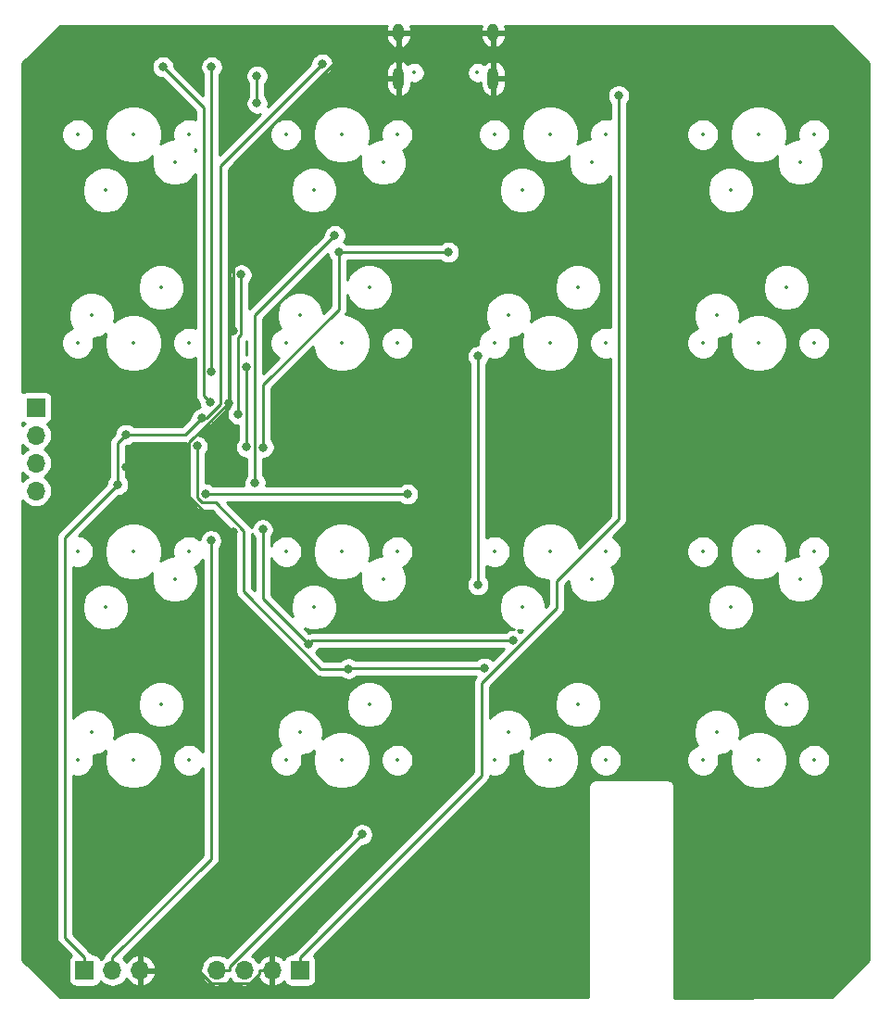
<source format=gbr>
%TF.GenerationSoftware,KiCad,Pcbnew,(5.1.2)-2*%
%TF.CreationDate,2020-03-24T23:19:36+08:00*%
%TF.ProjectId,wingxx-receiver-v4,77696e67-7878-42d7-9265-636569766572,rev?*%
%TF.SameCoordinates,Original*%
%TF.FileFunction,Copper,L1,Top*%
%TF.FilePolarity,Positive*%
%FSLAX46Y46*%
G04 Gerber Fmt 4.6, Leading zero omitted, Abs format (unit mm)*
G04 Created by KiCad (PCBNEW (5.1.2)-2) date 2020-03-24 23:19:36*
%MOMM*%
%LPD*%
G04 APERTURE LIST*
%ADD10O,1.700000X1.700000*%
%ADD11R,1.700000X1.700000*%
%ADD12O,1.000000X2.100000*%
%ADD13O,1.000000X1.600000*%
%ADD14C,0.800000*%
%ADD15C,0.250000*%
%ADD16C,0.254000*%
%ADD17C,0.350000*%
%ADD18O,0.600000X1.700000*%
%ADD19O,0.600000X1.200000*%
G04 APERTURE END LIST*
D10*
X76835000Y-101600000D03*
X76835000Y-99060000D03*
X76835000Y-96520000D03*
D11*
X76835000Y-93980000D03*
D12*
X109980000Y-63930000D03*
X118620000Y-63930000D03*
D13*
X109980000Y-59750000D03*
X118620000Y-59750000D03*
D10*
X86360000Y-145415000D03*
X83820000Y-145415000D03*
D11*
X81280000Y-145415000D03*
D10*
X93345000Y-145415000D03*
X95885000Y-145415000D03*
X98425000Y-145415000D03*
D11*
X100965000Y-145415000D03*
D14*
X104151200Y-78270300D03*
X96860000Y-100876500D03*
X97631900Y-97632800D03*
X104527200Y-79806100D03*
X114534400Y-79806100D03*
X120424000Y-115270500D03*
X97556100Y-105136100D03*
X101736000Y-115617200D03*
X117845400Y-117797700D03*
X91573800Y-97529800D03*
X105401800Y-117856000D03*
X96088300Y-97607900D03*
X96088300Y-90257900D03*
X117253500Y-110210000D03*
X117253500Y-89303000D03*
X85033200Y-99463100D03*
X88198500Y-100990000D03*
X94922800Y-105396700D03*
X102907700Y-59909200D03*
X94875000Y-87020500D03*
X94450000Y-93557500D03*
X106628700Y-132997500D03*
X97035300Y-63702500D03*
X97035300Y-66204000D03*
X92826600Y-106150900D03*
X102986600Y-62608100D03*
X84307800Y-101033100D03*
X91963800Y-94980000D03*
X85058200Y-96454600D03*
X130099900Y-65508100D03*
X95600300Y-81857400D03*
X95310000Y-94590000D03*
X110795400Y-101893900D03*
X92325300Y-101893900D03*
X88427700Y-62874300D03*
X92775400Y-93521500D03*
X92889000Y-62874300D03*
X92889000Y-90720300D03*
D15*
X96860000Y-100876500D02*
X96860000Y-85561500D01*
X96860000Y-85561500D02*
X104151200Y-78270300D01*
X104527200Y-79806100D02*
X114534400Y-79806100D01*
X104527200Y-79806100D02*
X104527200Y-85028000D01*
X104527200Y-85028000D02*
X97631900Y-91923300D01*
X97631900Y-91923300D02*
X97631900Y-97632800D01*
X120424000Y-115270500D02*
X102082700Y-115270500D01*
X102082700Y-115270500D02*
X101736000Y-115617200D01*
X97556100Y-105136100D02*
X97556100Y-111437300D01*
X97556100Y-111437300D02*
X101736000Y-115617200D01*
X105401800Y-117856000D02*
X102882100Y-117856000D01*
X102882100Y-117856000D02*
X95843800Y-110817700D01*
X95843800Y-110817700D02*
X95843800Y-105271500D01*
X95843800Y-105271500D02*
X93238900Y-102666600D01*
X93238900Y-102666600D02*
X92027200Y-102666600D01*
X92027200Y-102666600D02*
X91573800Y-102213200D01*
X91573800Y-102213200D02*
X91573800Y-97529800D01*
X105401800Y-117856000D02*
X105460100Y-117797700D01*
X105460100Y-117797700D02*
X117845400Y-117797700D01*
X96088300Y-97607900D02*
X96088300Y-90257900D01*
X117253500Y-110210000D02*
X117253500Y-89303000D01*
X94875000Y-87020500D02*
X94875000Y-71745400D01*
X94875000Y-71745400D02*
X94875100Y-71745400D01*
X94875100Y-71745400D02*
X104589100Y-62031400D01*
X104589100Y-62031400D02*
X104589100Y-61590600D01*
X90848400Y-100990000D02*
X90848400Y-97159100D01*
X90848400Y-97159100D02*
X94450000Y-93557500D01*
X94100700Y-105396700D02*
X90848400Y-102144400D01*
X90848400Y-102144400D02*
X90848400Y-100990000D01*
X94922800Y-105396700D02*
X94100700Y-105396700D01*
X94100700Y-105396700D02*
X94100700Y-136499000D01*
X94100700Y-136499000D02*
X88421500Y-142178200D01*
X88421500Y-142178200D02*
X86360000Y-144239700D01*
X88421500Y-142178200D02*
X92833600Y-146590300D01*
X92833600Y-146590300D02*
X96441800Y-146590300D01*
X96441800Y-146590300D02*
X97249700Y-145782400D01*
X97249700Y-145782400D02*
X97249700Y-145415000D01*
X98425000Y-145415000D02*
X97249700Y-145415000D01*
X86360000Y-145415000D02*
X86360000Y-144239700D01*
X88198500Y-100990000D02*
X86560100Y-100990000D01*
X86560100Y-100990000D02*
X85033200Y-99463100D01*
X90848400Y-100990000D02*
X88198500Y-100990000D01*
X109980000Y-63930000D02*
X109980000Y-62554700D01*
X109264700Y-61590600D02*
X109980000Y-60875300D01*
X104589100Y-61590600D02*
X109264700Y-61590600D01*
X109264700Y-61590600D02*
X109264700Y-61839400D01*
X109264700Y-61839400D02*
X109980000Y-62554700D01*
X104589100Y-61590600D02*
X102907700Y-59909200D01*
X109980000Y-59750000D02*
X109980000Y-60875300D01*
X94450000Y-93557500D02*
X94450000Y-87445500D01*
X94450000Y-87445500D02*
X94875000Y-87020500D01*
X106628700Y-132997500D02*
X94520300Y-145105900D01*
X94520300Y-145105900D02*
X94520300Y-145415000D01*
X93345000Y-145415000D02*
X94520300Y-145415000D01*
X97035300Y-66204000D02*
X97035300Y-63702500D01*
X83820000Y-145415000D02*
X83820000Y-144239700D01*
X83820000Y-144239700D02*
X92826600Y-135233100D01*
X92826600Y-135233100D02*
X92826600Y-106150900D01*
X91963800Y-94980000D02*
X92390600Y-94980000D01*
X92390600Y-94980000D02*
X93669400Y-93701200D01*
X93669400Y-93701200D02*
X93669400Y-71925300D01*
X93669400Y-71925300D02*
X102986600Y-62608100D01*
X85058200Y-96454600D02*
X90489200Y-96454600D01*
X90489200Y-96454600D02*
X91963800Y-94980000D01*
X81280000Y-144239700D02*
X79468800Y-142428500D01*
X79468800Y-142428500D02*
X79468800Y-105872100D01*
X79468800Y-105872100D02*
X84307800Y-101033100D01*
X85058200Y-96454600D02*
X84307800Y-97205000D01*
X84307800Y-97205000D02*
X84307800Y-101033100D01*
X81280000Y-145415000D02*
X81280000Y-144239700D01*
X100965000Y-144239700D02*
X117568700Y-127636000D01*
X117568700Y-127636000D02*
X117568700Y-119152500D01*
X117568700Y-119152500D02*
X124415100Y-112306100D01*
X124415100Y-112306100D02*
X124415100Y-109892000D01*
X124415100Y-109892000D02*
X130099900Y-104207200D01*
X130099900Y-104207200D02*
X130099900Y-65508100D01*
X100965000Y-145415000D02*
X100965000Y-144239700D01*
X95310000Y-94590000D02*
X95310000Y-87611300D01*
X95310000Y-87611300D02*
X95600300Y-87321000D01*
X95600300Y-87321000D02*
X95600300Y-81857400D01*
X110795400Y-101893900D02*
X92325300Y-101893900D01*
X92775400Y-93521500D02*
X92163600Y-92909700D01*
X92163600Y-92909700D02*
X92163600Y-66610200D01*
X92163600Y-66610200D02*
X88427700Y-62874300D01*
X92889000Y-62874300D02*
X92889000Y-90720300D01*
D16*
G36*
X108845000Y-59323000D02*
G01*
X108845000Y-59623000D01*
X109853000Y-59623000D01*
X109853000Y-59603000D01*
X110107000Y-59603000D01*
X110107000Y-59623000D01*
X111115000Y-59623000D01*
X111115000Y-59323000D01*
X111068625Y-59105000D01*
X117531375Y-59105000D01*
X117485000Y-59323000D01*
X117485000Y-59623000D01*
X118493000Y-59623000D01*
X118493000Y-59603000D01*
X118747000Y-59603000D01*
X118747000Y-59623000D01*
X119755000Y-59623000D01*
X119755000Y-59323000D01*
X119708625Y-59105000D01*
X149576264Y-59105000D01*
X152985000Y-62513736D01*
X152985001Y-144496263D01*
X149575092Y-147906172D01*
X135178000Y-147965664D01*
X135178000Y-128684647D01*
X135181314Y-128651000D01*
X135168088Y-128516717D01*
X135128919Y-128387594D01*
X135065312Y-128268593D01*
X134979711Y-128164289D01*
X134875407Y-128078688D01*
X134756406Y-128015081D01*
X134627283Y-127975912D01*
X134526647Y-127966000D01*
X134493000Y-127962686D01*
X134459353Y-127966000D01*
X128049647Y-127966000D01*
X128016000Y-127962686D01*
X127982353Y-127966000D01*
X127881717Y-127975912D01*
X127752594Y-128015081D01*
X127633593Y-128078688D01*
X127529289Y-128164289D01*
X127443688Y-128268593D01*
X127380081Y-128387594D01*
X127340912Y-128516717D01*
X127327686Y-128651000D01*
X127331001Y-128684657D01*
X127331000Y-147905000D01*
X79023736Y-147905000D01*
X75615000Y-144496264D01*
X75615000Y-105872100D01*
X78705124Y-105872100D01*
X78708801Y-105909433D01*
X78708800Y-142391178D01*
X78705124Y-142428500D01*
X78708800Y-142465822D01*
X78708800Y-142465832D01*
X78719797Y-142577485D01*
X78763254Y-142720746D01*
X78833826Y-142852776D01*
X78873671Y-142901326D01*
X78928799Y-142968501D01*
X78957803Y-142992304D01*
X80034013Y-144068515D01*
X79978815Y-144113815D01*
X79899463Y-144210506D01*
X79840498Y-144320820D01*
X79804188Y-144440518D01*
X79791928Y-144565000D01*
X79791928Y-146265000D01*
X79804188Y-146389482D01*
X79840498Y-146509180D01*
X79899463Y-146619494D01*
X79978815Y-146716185D01*
X80075506Y-146795537D01*
X80185820Y-146854502D01*
X80305518Y-146890812D01*
X80430000Y-146903072D01*
X82130000Y-146903072D01*
X82254482Y-146890812D01*
X82374180Y-146854502D01*
X82484494Y-146795537D01*
X82581185Y-146716185D01*
X82660537Y-146619494D01*
X82719502Y-146509180D01*
X82740393Y-146440313D01*
X82764866Y-146470134D01*
X82990986Y-146655706D01*
X83248966Y-146793599D01*
X83528889Y-146878513D01*
X83747050Y-146900000D01*
X83892950Y-146900000D01*
X84111111Y-146878513D01*
X84391034Y-146793599D01*
X84649014Y-146655706D01*
X84875134Y-146470134D01*
X85060706Y-146244014D01*
X85095201Y-146179477D01*
X85164822Y-146296355D01*
X85359731Y-146512588D01*
X85593080Y-146686641D01*
X85855901Y-146811825D01*
X86003110Y-146856476D01*
X86233000Y-146735155D01*
X86233000Y-145542000D01*
X86487000Y-145542000D01*
X86487000Y-146735155D01*
X86716890Y-146856476D01*
X86864099Y-146811825D01*
X87126920Y-146686641D01*
X87360269Y-146512588D01*
X87555178Y-146296355D01*
X87704157Y-146046252D01*
X87801481Y-145771891D01*
X87680814Y-145542000D01*
X86487000Y-145542000D01*
X86233000Y-145542000D01*
X86213000Y-145542000D01*
X86213000Y-145415000D01*
X91852815Y-145415000D01*
X91881487Y-145706111D01*
X91966401Y-145986034D01*
X92104294Y-146244014D01*
X92289866Y-146470134D01*
X92515986Y-146655706D01*
X92773966Y-146793599D01*
X93053889Y-146878513D01*
X93272050Y-146900000D01*
X93417950Y-146900000D01*
X93636111Y-146878513D01*
X93916034Y-146793599D01*
X94174014Y-146655706D01*
X94400134Y-146470134D01*
X94585706Y-146244014D01*
X94615000Y-146189209D01*
X94644294Y-146244014D01*
X94829866Y-146470134D01*
X95055986Y-146655706D01*
X95313966Y-146793599D01*
X95593889Y-146878513D01*
X95812050Y-146900000D01*
X95957950Y-146900000D01*
X96176111Y-146878513D01*
X96456034Y-146793599D01*
X96714014Y-146655706D01*
X96940134Y-146470134D01*
X97125706Y-146244014D01*
X97160201Y-146179477D01*
X97229822Y-146296355D01*
X97424731Y-146512588D01*
X97658080Y-146686641D01*
X97920901Y-146811825D01*
X98068110Y-146856476D01*
X98298000Y-146735155D01*
X98298000Y-145542000D01*
X98278000Y-145542000D01*
X98278000Y-145288000D01*
X98298000Y-145288000D01*
X98298000Y-144094845D01*
X98068110Y-143973524D01*
X97920901Y-144018175D01*
X97658080Y-144143359D01*
X97424731Y-144317412D01*
X97229822Y-144533645D01*
X97160201Y-144650523D01*
X97125706Y-144585986D01*
X96940134Y-144359866D01*
X96714014Y-144174294D01*
X96591951Y-144109050D01*
X106668503Y-134032500D01*
X106730639Y-134032500D01*
X106930598Y-133992726D01*
X107118956Y-133914705D01*
X107288474Y-133801437D01*
X107432637Y-133657274D01*
X107545905Y-133487756D01*
X107623926Y-133299398D01*
X107663700Y-133099439D01*
X107663700Y-132895561D01*
X107623926Y-132695602D01*
X107545905Y-132507244D01*
X107432637Y-132337726D01*
X107288474Y-132193563D01*
X107118956Y-132080295D01*
X106930598Y-132002274D01*
X106730639Y-131962500D01*
X106526761Y-131962500D01*
X106326802Y-132002274D01*
X106138444Y-132080295D01*
X105968926Y-132193563D01*
X105824763Y-132337726D01*
X105711495Y-132507244D01*
X105633474Y-132695602D01*
X105593700Y-132895561D01*
X105593700Y-132957697D01*
X94285561Y-144265838D01*
X94174014Y-144174294D01*
X93916034Y-144036401D01*
X93636111Y-143951487D01*
X93417950Y-143930000D01*
X93272050Y-143930000D01*
X93053889Y-143951487D01*
X92773966Y-144036401D01*
X92515986Y-144174294D01*
X92289866Y-144359866D01*
X92104294Y-144585986D01*
X91966401Y-144843966D01*
X91881487Y-145123889D01*
X91852815Y-145415000D01*
X86213000Y-145415000D01*
X86213000Y-145288000D01*
X86233000Y-145288000D01*
X86233000Y-144094845D01*
X86487000Y-144094845D01*
X86487000Y-145288000D01*
X87680814Y-145288000D01*
X87801481Y-145058109D01*
X87704157Y-144783748D01*
X87555178Y-144533645D01*
X87360269Y-144317412D01*
X87126920Y-144143359D01*
X86864099Y-144018175D01*
X86716890Y-143973524D01*
X86487000Y-144094845D01*
X86233000Y-144094845D01*
X86003110Y-143973524D01*
X85855901Y-144018175D01*
X85593080Y-144143359D01*
X85359731Y-144317412D01*
X85164822Y-144533645D01*
X85095201Y-144650523D01*
X85060706Y-144585986D01*
X84875134Y-144359866D01*
X84819935Y-144314566D01*
X93337604Y-135796898D01*
X93366601Y-135773101D01*
X93461574Y-135657376D01*
X93532146Y-135525347D01*
X93575603Y-135382086D01*
X93586600Y-135270433D01*
X93586600Y-135270423D01*
X93590276Y-135233100D01*
X93586600Y-135195777D01*
X93586600Y-126059652D01*
X98209100Y-126059652D01*
X98209100Y-126352348D01*
X98266202Y-126639421D01*
X98378212Y-126909838D01*
X98540826Y-127153206D01*
X98747794Y-127360174D01*
X98991162Y-127522788D01*
X99261579Y-127634798D01*
X99548652Y-127691900D01*
X99841348Y-127691900D01*
X100128421Y-127634798D01*
X100398838Y-127522788D01*
X100642206Y-127360174D01*
X100849174Y-127153206D01*
X101011788Y-126909838D01*
X101123798Y-126639421D01*
X101180900Y-126352348D01*
X101180900Y-126059652D01*
X101129451Y-125801000D01*
X101175279Y-125801000D01*
X101587756Y-125718953D01*
X101976302Y-125558012D01*
X102282708Y-125353279D01*
X102247127Y-125439178D01*
X102146100Y-125947076D01*
X102146100Y-126464924D01*
X102247127Y-126972822D01*
X102445299Y-127451251D01*
X102733000Y-127881826D01*
X103099174Y-128248000D01*
X103529749Y-128535701D01*
X104008178Y-128733873D01*
X104516076Y-128834900D01*
X105033924Y-128834900D01*
X105541822Y-128733873D01*
X106020251Y-128535701D01*
X106450826Y-128248000D01*
X106817000Y-127881826D01*
X107104701Y-127451251D01*
X107302873Y-126972822D01*
X107403900Y-126464924D01*
X107403900Y-126059652D01*
X108369100Y-126059652D01*
X108369100Y-126352348D01*
X108426202Y-126639421D01*
X108538212Y-126909838D01*
X108700826Y-127153206D01*
X108907794Y-127360174D01*
X109151162Y-127522788D01*
X109421579Y-127634798D01*
X109708652Y-127691900D01*
X110001348Y-127691900D01*
X110288421Y-127634798D01*
X110558838Y-127522788D01*
X110802206Y-127360174D01*
X111009174Y-127153206D01*
X111171788Y-126909838D01*
X111283798Y-126639421D01*
X111340900Y-126352348D01*
X111340900Y-126059652D01*
X111283798Y-125772579D01*
X111171788Y-125502162D01*
X111009174Y-125258794D01*
X110802206Y-125051826D01*
X110558838Y-124889212D01*
X110288421Y-124777202D01*
X110001348Y-124720100D01*
X109708652Y-124720100D01*
X109421579Y-124777202D01*
X109151162Y-124889212D01*
X108907794Y-125051826D01*
X108700826Y-125258794D01*
X108538212Y-125502162D01*
X108426202Y-125772579D01*
X108369100Y-126059652D01*
X107403900Y-126059652D01*
X107403900Y-125947076D01*
X107302873Y-125439178D01*
X107104701Y-124960749D01*
X106817000Y-124530174D01*
X106450826Y-124164000D01*
X106020251Y-123876299D01*
X105541822Y-123678127D01*
X105033924Y-123577100D01*
X104516076Y-123577100D01*
X104008178Y-123678127D01*
X103529749Y-123876299D01*
X103099174Y-124164000D01*
X103028763Y-124234411D01*
X103100000Y-123876279D01*
X103100000Y-123455721D01*
X103017953Y-123043244D01*
X102857012Y-122654698D01*
X102623363Y-122305017D01*
X102325983Y-122007637D01*
X101976302Y-121773988D01*
X101587756Y-121613047D01*
X101175279Y-121531000D01*
X100754721Y-121531000D01*
X100342244Y-121613047D01*
X99953698Y-121773988D01*
X99604017Y-122007637D01*
X99306637Y-122305017D01*
X99072988Y-122654698D01*
X98912047Y-123043244D01*
X98830000Y-123455721D01*
X98830000Y-123876279D01*
X98912047Y-124288756D01*
X99072988Y-124677302D01*
X99166150Y-124816730D01*
X98991162Y-124889212D01*
X98747794Y-125051826D01*
X98540826Y-125258794D01*
X98378212Y-125502162D01*
X98266202Y-125772579D01*
X98209100Y-126059652D01*
X93586600Y-126059652D01*
X93586600Y-120915721D01*
X105180000Y-120915721D01*
X105180000Y-121336279D01*
X105262047Y-121748756D01*
X105422988Y-122137302D01*
X105656637Y-122486983D01*
X105954017Y-122784363D01*
X106303698Y-123018012D01*
X106692244Y-123178953D01*
X107104721Y-123261000D01*
X107525279Y-123261000D01*
X107937756Y-123178953D01*
X108326302Y-123018012D01*
X108675983Y-122784363D01*
X108973363Y-122486983D01*
X109207012Y-122137302D01*
X109367953Y-121748756D01*
X109450000Y-121336279D01*
X109450000Y-120915721D01*
X109367953Y-120503244D01*
X109207012Y-120114698D01*
X108973363Y-119765017D01*
X108675983Y-119467637D01*
X108326302Y-119233988D01*
X107937756Y-119073047D01*
X107525279Y-118991000D01*
X107104721Y-118991000D01*
X106692244Y-119073047D01*
X106303698Y-119233988D01*
X105954017Y-119467637D01*
X105656637Y-119765017D01*
X105422988Y-120114698D01*
X105262047Y-120503244D01*
X105180000Y-120915721D01*
X93586600Y-120915721D01*
X93586600Y-106854611D01*
X93630537Y-106810674D01*
X93743805Y-106641156D01*
X93821826Y-106452798D01*
X93861600Y-106252839D01*
X93861600Y-106048961D01*
X93821826Y-105849002D01*
X93743805Y-105660644D01*
X93630537Y-105491126D01*
X93486374Y-105346963D01*
X93316856Y-105233695D01*
X93128498Y-105155674D01*
X92928539Y-105115900D01*
X92724661Y-105115900D01*
X92524702Y-105155674D01*
X92336344Y-105233695D01*
X92166826Y-105346963D01*
X92022663Y-105491126D01*
X91909395Y-105660644D01*
X91831374Y-105849002D01*
X91792884Y-106042504D01*
X91752206Y-106001826D01*
X91508838Y-105839212D01*
X91238421Y-105727202D01*
X90951348Y-105670100D01*
X90658652Y-105670100D01*
X90371579Y-105727202D01*
X90101162Y-105839212D01*
X89857794Y-106001826D01*
X89650826Y-106208794D01*
X89488212Y-106452162D01*
X89376202Y-106722579D01*
X89319100Y-107009652D01*
X89319100Y-107302348D01*
X89370549Y-107561000D01*
X89324721Y-107561000D01*
X88912244Y-107643047D01*
X88523698Y-107803988D01*
X88217292Y-108008721D01*
X88252873Y-107922822D01*
X88353900Y-107414924D01*
X88353900Y-106897076D01*
X88252873Y-106389178D01*
X88054701Y-105910749D01*
X87767000Y-105480174D01*
X87400826Y-105114000D01*
X86970251Y-104826299D01*
X86491822Y-104628127D01*
X85983924Y-104527100D01*
X85466076Y-104527100D01*
X84958178Y-104628127D01*
X84479749Y-104826299D01*
X84049174Y-105114000D01*
X83683000Y-105480174D01*
X83395299Y-105910749D01*
X83197127Y-106389178D01*
X83096100Y-106897076D01*
X83096100Y-107414924D01*
X83197127Y-107922822D01*
X83395299Y-108401251D01*
X83683000Y-108831826D01*
X84049174Y-109198000D01*
X84479749Y-109485701D01*
X84958178Y-109683873D01*
X85466076Y-109784900D01*
X85983924Y-109784900D01*
X86491822Y-109683873D01*
X86970251Y-109485701D01*
X87400826Y-109198000D01*
X87471237Y-109127589D01*
X87400000Y-109485721D01*
X87400000Y-109906279D01*
X87482047Y-110318756D01*
X87642988Y-110707302D01*
X87876637Y-111056983D01*
X88174017Y-111354363D01*
X88523698Y-111588012D01*
X88912244Y-111748953D01*
X89324721Y-111831000D01*
X89745279Y-111831000D01*
X90157756Y-111748953D01*
X90546302Y-111588012D01*
X90895983Y-111354363D01*
X91193363Y-111056983D01*
X91427012Y-110707302D01*
X91587953Y-110318756D01*
X91670000Y-109906279D01*
X91670000Y-109485721D01*
X91587953Y-109073244D01*
X91427012Y-108684698D01*
X91333850Y-108545270D01*
X91508838Y-108472788D01*
X91752206Y-108310174D01*
X91959174Y-108103206D01*
X92066601Y-107942431D01*
X92066600Y-125419568D01*
X91959174Y-125258794D01*
X91752206Y-125051826D01*
X91508838Y-124889212D01*
X91238421Y-124777202D01*
X90951348Y-124720100D01*
X90658652Y-124720100D01*
X90371579Y-124777202D01*
X90101162Y-124889212D01*
X89857794Y-125051826D01*
X89650826Y-125258794D01*
X89488212Y-125502162D01*
X89376202Y-125772579D01*
X89319100Y-126059652D01*
X89319100Y-126352348D01*
X89376202Y-126639421D01*
X89488212Y-126909838D01*
X89650826Y-127153206D01*
X89857794Y-127360174D01*
X90101162Y-127522788D01*
X90371579Y-127634798D01*
X90658652Y-127691900D01*
X90951348Y-127691900D01*
X91238421Y-127634798D01*
X91508838Y-127522788D01*
X91752206Y-127360174D01*
X91959174Y-127153206D01*
X92066600Y-126992432D01*
X92066600Y-134918298D01*
X83308998Y-143675901D01*
X83280000Y-143699699D01*
X83256202Y-143728697D01*
X83256201Y-143728698D01*
X83185026Y-143815424D01*
X83114454Y-143947454D01*
X83070998Y-144090715D01*
X83066755Y-144133795D01*
X82990986Y-144174294D01*
X82764866Y-144359866D01*
X82740393Y-144389687D01*
X82719502Y-144320820D01*
X82660537Y-144210506D01*
X82581185Y-144113815D01*
X82484494Y-144034463D01*
X82374180Y-143975498D01*
X82254482Y-143939188D01*
X82130000Y-143926928D01*
X81974575Y-143926928D01*
X81914974Y-143815424D01*
X81843799Y-143728697D01*
X81820001Y-143699699D01*
X81791003Y-143675901D01*
X80228800Y-142113699D01*
X80228800Y-127638223D01*
X80498652Y-127691900D01*
X80791348Y-127691900D01*
X81078421Y-127634798D01*
X81348838Y-127522788D01*
X81592206Y-127360174D01*
X81799174Y-127153206D01*
X81961788Y-126909838D01*
X82073798Y-126639421D01*
X82130900Y-126352348D01*
X82130900Y-126059652D01*
X82079451Y-125801000D01*
X82125279Y-125801000D01*
X82537756Y-125718953D01*
X82926302Y-125558012D01*
X83232708Y-125353279D01*
X83197127Y-125439178D01*
X83096100Y-125947076D01*
X83096100Y-126464924D01*
X83197127Y-126972822D01*
X83395299Y-127451251D01*
X83683000Y-127881826D01*
X84049174Y-128248000D01*
X84479749Y-128535701D01*
X84958178Y-128733873D01*
X85466076Y-128834900D01*
X85983924Y-128834900D01*
X86491822Y-128733873D01*
X86970251Y-128535701D01*
X87400826Y-128248000D01*
X87767000Y-127881826D01*
X88054701Y-127451251D01*
X88252873Y-126972822D01*
X88353900Y-126464924D01*
X88353900Y-125947076D01*
X88252873Y-125439178D01*
X88054701Y-124960749D01*
X87767000Y-124530174D01*
X87400826Y-124164000D01*
X86970251Y-123876299D01*
X86491822Y-123678127D01*
X85983924Y-123577100D01*
X85466076Y-123577100D01*
X84958178Y-123678127D01*
X84479749Y-123876299D01*
X84049174Y-124164000D01*
X83978763Y-124234411D01*
X84050000Y-123876279D01*
X84050000Y-123455721D01*
X83967953Y-123043244D01*
X83807012Y-122654698D01*
X83573363Y-122305017D01*
X83275983Y-122007637D01*
X82926302Y-121773988D01*
X82537756Y-121613047D01*
X82125279Y-121531000D01*
X81704721Y-121531000D01*
X81292244Y-121613047D01*
X80903698Y-121773988D01*
X80554017Y-122007637D01*
X80256637Y-122305017D01*
X80228800Y-122346678D01*
X80228800Y-120915721D01*
X86130000Y-120915721D01*
X86130000Y-121336279D01*
X86212047Y-121748756D01*
X86372988Y-122137302D01*
X86606637Y-122486983D01*
X86904017Y-122784363D01*
X87253698Y-123018012D01*
X87642244Y-123178953D01*
X88054721Y-123261000D01*
X88475279Y-123261000D01*
X88887756Y-123178953D01*
X89276302Y-123018012D01*
X89625983Y-122784363D01*
X89923363Y-122486983D01*
X90157012Y-122137302D01*
X90317953Y-121748756D01*
X90400000Y-121336279D01*
X90400000Y-120915721D01*
X90317953Y-120503244D01*
X90157012Y-120114698D01*
X89923363Y-119765017D01*
X89625983Y-119467637D01*
X89276302Y-119233988D01*
X88887756Y-119073047D01*
X88475279Y-118991000D01*
X88054721Y-118991000D01*
X87642244Y-119073047D01*
X87253698Y-119233988D01*
X86904017Y-119467637D01*
X86606637Y-119765017D01*
X86372988Y-120114698D01*
X86212047Y-120503244D01*
X86130000Y-120915721D01*
X80228800Y-120915721D01*
X80228800Y-112025721D01*
X81050000Y-112025721D01*
X81050000Y-112446279D01*
X81132047Y-112858756D01*
X81292988Y-113247302D01*
X81526637Y-113596983D01*
X81824017Y-113894363D01*
X82173698Y-114128012D01*
X82562244Y-114288953D01*
X82974721Y-114371000D01*
X83395279Y-114371000D01*
X83807756Y-114288953D01*
X84196302Y-114128012D01*
X84545983Y-113894363D01*
X84843363Y-113596983D01*
X85077012Y-113247302D01*
X85237953Y-112858756D01*
X85320000Y-112446279D01*
X85320000Y-112025721D01*
X85237953Y-111613244D01*
X85077012Y-111224698D01*
X84843363Y-110875017D01*
X84545983Y-110577637D01*
X84196302Y-110343988D01*
X83807756Y-110183047D01*
X83395279Y-110101000D01*
X82974721Y-110101000D01*
X82562244Y-110183047D01*
X82173698Y-110343988D01*
X81824017Y-110577637D01*
X81526637Y-110875017D01*
X81292988Y-111224698D01*
X81132047Y-111613244D01*
X81050000Y-112025721D01*
X80228800Y-112025721D01*
X80228800Y-108588223D01*
X80498652Y-108641900D01*
X80791348Y-108641900D01*
X81078421Y-108584798D01*
X81348838Y-108472788D01*
X81592206Y-108310174D01*
X81799174Y-108103206D01*
X81961788Y-107859838D01*
X82073798Y-107589421D01*
X82130900Y-107302348D01*
X82130900Y-107009652D01*
X82073798Y-106722579D01*
X81961788Y-106452162D01*
X81799174Y-106208794D01*
X81592206Y-106001826D01*
X81348838Y-105839212D01*
X81078421Y-105727202D01*
X80791348Y-105670100D01*
X80745601Y-105670100D01*
X84347603Y-102068100D01*
X84409739Y-102068100D01*
X84609698Y-102028326D01*
X84798056Y-101950305D01*
X84967574Y-101837037D01*
X85111737Y-101692874D01*
X85225005Y-101523356D01*
X85303026Y-101334998D01*
X85342800Y-101135039D01*
X85342800Y-100931161D01*
X85303026Y-100731202D01*
X85225005Y-100542844D01*
X85111737Y-100373326D01*
X85067800Y-100329389D01*
X85067800Y-97519801D01*
X85098001Y-97489600D01*
X85160139Y-97489600D01*
X85360098Y-97449826D01*
X85548456Y-97371805D01*
X85717974Y-97258537D01*
X85761911Y-97214600D01*
X90451878Y-97214600D01*
X90489200Y-97218276D01*
X90526522Y-97214600D01*
X90526533Y-97214600D01*
X90586532Y-97208691D01*
X90578574Y-97227902D01*
X90538800Y-97427861D01*
X90538800Y-97631739D01*
X90578574Y-97831698D01*
X90656595Y-98020056D01*
X90769863Y-98189574D01*
X90813801Y-98233512D01*
X90813800Y-102175877D01*
X90810124Y-102213200D01*
X90813800Y-102250522D01*
X90813800Y-102250532D01*
X90824797Y-102362185D01*
X90868254Y-102505446D01*
X90938826Y-102637476D01*
X90953318Y-102655134D01*
X91033799Y-102753201D01*
X91062802Y-102777003D01*
X91463400Y-103177602D01*
X91487199Y-103206601D01*
X91602924Y-103301574D01*
X91734953Y-103372146D01*
X91878214Y-103415603D01*
X91989867Y-103426600D01*
X91989876Y-103426600D01*
X92027199Y-103430276D01*
X92064522Y-103426600D01*
X92924099Y-103426600D01*
X95083801Y-105586303D01*
X95083800Y-110780377D01*
X95080124Y-110817700D01*
X95083800Y-110855022D01*
X95083800Y-110855032D01*
X95094797Y-110966685D01*
X95122188Y-111056983D01*
X95138254Y-111109946D01*
X95208826Y-111241976D01*
X95246856Y-111288315D01*
X95303799Y-111357701D01*
X95332803Y-111381504D01*
X102318301Y-118367003D01*
X102342099Y-118396001D01*
X102457824Y-118490974D01*
X102589853Y-118561546D01*
X102733114Y-118605003D01*
X102844767Y-118616000D01*
X102844776Y-118616000D01*
X102882099Y-118619676D01*
X102919422Y-118616000D01*
X104698089Y-118616000D01*
X104742026Y-118659937D01*
X104911544Y-118773205D01*
X105099902Y-118851226D01*
X105299861Y-118891000D01*
X105503739Y-118891000D01*
X105703698Y-118851226D01*
X105892056Y-118773205D01*
X106061574Y-118659937D01*
X106163811Y-118557700D01*
X117088699Y-118557700D01*
X117057698Y-118588701D01*
X117028700Y-118612499D01*
X117004902Y-118641497D01*
X117004901Y-118641498D01*
X116933726Y-118728224D01*
X116863154Y-118860254D01*
X116819698Y-119003515D01*
X116805024Y-119152500D01*
X116808701Y-119189832D01*
X116808700Y-127321198D01*
X100453998Y-143675901D01*
X100425000Y-143699699D01*
X100401202Y-143728697D01*
X100401201Y-143728698D01*
X100330026Y-143815424D01*
X100270425Y-143926928D01*
X100115000Y-143926928D01*
X99990518Y-143939188D01*
X99870820Y-143975498D01*
X99760506Y-144034463D01*
X99663815Y-144113815D01*
X99584463Y-144210506D01*
X99525498Y-144320820D01*
X99501034Y-144401466D01*
X99425269Y-144317412D01*
X99191920Y-144143359D01*
X98929099Y-144018175D01*
X98781890Y-143973524D01*
X98552000Y-144094845D01*
X98552000Y-145288000D01*
X98572000Y-145288000D01*
X98572000Y-145542000D01*
X98552000Y-145542000D01*
X98552000Y-146735155D01*
X98781890Y-146856476D01*
X98929099Y-146811825D01*
X99191920Y-146686641D01*
X99425269Y-146512588D01*
X99501034Y-146428534D01*
X99525498Y-146509180D01*
X99584463Y-146619494D01*
X99663815Y-146716185D01*
X99760506Y-146795537D01*
X99870820Y-146854502D01*
X99990518Y-146890812D01*
X100115000Y-146903072D01*
X101815000Y-146903072D01*
X101939482Y-146890812D01*
X102059180Y-146854502D01*
X102169494Y-146795537D01*
X102266185Y-146716185D01*
X102345537Y-146619494D01*
X102404502Y-146509180D01*
X102440812Y-146389482D01*
X102453072Y-146265000D01*
X102453072Y-144565000D01*
X102440812Y-144440518D01*
X102404502Y-144320820D01*
X102345537Y-144210506D01*
X102266185Y-144113815D01*
X102210986Y-144068515D01*
X118079704Y-128199798D01*
X118108701Y-128176001D01*
X118203674Y-128060276D01*
X118274246Y-127928247D01*
X118317703Y-127784986D01*
X118328700Y-127673333D01*
X118328700Y-127673325D01*
X118332093Y-127638878D01*
X118598652Y-127691900D01*
X118891348Y-127691900D01*
X119178421Y-127634798D01*
X119448838Y-127522788D01*
X119692206Y-127360174D01*
X119899174Y-127153206D01*
X120061788Y-126909838D01*
X120173798Y-126639421D01*
X120230900Y-126352348D01*
X120230900Y-126059652D01*
X120179451Y-125801000D01*
X120225279Y-125801000D01*
X120637756Y-125718953D01*
X121026302Y-125558012D01*
X121332708Y-125353279D01*
X121297127Y-125439178D01*
X121196100Y-125947076D01*
X121196100Y-126464924D01*
X121297127Y-126972822D01*
X121495299Y-127451251D01*
X121783000Y-127881826D01*
X122149174Y-128248000D01*
X122579749Y-128535701D01*
X123058178Y-128733873D01*
X123566076Y-128834900D01*
X124083924Y-128834900D01*
X124591822Y-128733873D01*
X125070251Y-128535701D01*
X125500826Y-128248000D01*
X125867000Y-127881826D01*
X126154701Y-127451251D01*
X126352873Y-126972822D01*
X126453900Y-126464924D01*
X126453900Y-126059652D01*
X127419100Y-126059652D01*
X127419100Y-126352348D01*
X127476202Y-126639421D01*
X127588212Y-126909838D01*
X127750826Y-127153206D01*
X127957794Y-127360174D01*
X128201162Y-127522788D01*
X128471579Y-127634798D01*
X128758652Y-127691900D01*
X129051348Y-127691900D01*
X129338421Y-127634798D01*
X129608838Y-127522788D01*
X129852206Y-127360174D01*
X130059174Y-127153206D01*
X130221788Y-126909838D01*
X130333798Y-126639421D01*
X130390900Y-126352348D01*
X130390900Y-126059652D01*
X136309100Y-126059652D01*
X136309100Y-126352348D01*
X136366202Y-126639421D01*
X136478212Y-126909838D01*
X136640826Y-127153206D01*
X136847794Y-127360174D01*
X137091162Y-127522788D01*
X137361579Y-127634798D01*
X137648652Y-127691900D01*
X137941348Y-127691900D01*
X138228421Y-127634798D01*
X138498838Y-127522788D01*
X138742206Y-127360174D01*
X138949174Y-127153206D01*
X139111788Y-126909838D01*
X139223798Y-126639421D01*
X139280900Y-126352348D01*
X139280900Y-126059652D01*
X139229451Y-125801000D01*
X139275279Y-125801000D01*
X139687756Y-125718953D01*
X140076302Y-125558012D01*
X140382708Y-125353279D01*
X140347127Y-125439178D01*
X140246100Y-125947076D01*
X140246100Y-126464924D01*
X140347127Y-126972822D01*
X140545299Y-127451251D01*
X140833000Y-127881826D01*
X141199174Y-128248000D01*
X141629749Y-128535701D01*
X142108178Y-128733873D01*
X142616076Y-128834900D01*
X143133924Y-128834900D01*
X143641822Y-128733873D01*
X144120251Y-128535701D01*
X144550826Y-128248000D01*
X144917000Y-127881826D01*
X145204701Y-127451251D01*
X145402873Y-126972822D01*
X145503900Y-126464924D01*
X145503900Y-126059652D01*
X146469100Y-126059652D01*
X146469100Y-126352348D01*
X146526202Y-126639421D01*
X146638212Y-126909838D01*
X146800826Y-127153206D01*
X147007794Y-127360174D01*
X147251162Y-127522788D01*
X147521579Y-127634798D01*
X147808652Y-127691900D01*
X148101348Y-127691900D01*
X148388421Y-127634798D01*
X148658838Y-127522788D01*
X148902206Y-127360174D01*
X149109174Y-127153206D01*
X149271788Y-126909838D01*
X149383798Y-126639421D01*
X149440900Y-126352348D01*
X149440900Y-126059652D01*
X149383798Y-125772579D01*
X149271788Y-125502162D01*
X149109174Y-125258794D01*
X148902206Y-125051826D01*
X148658838Y-124889212D01*
X148388421Y-124777202D01*
X148101348Y-124720100D01*
X147808652Y-124720100D01*
X147521579Y-124777202D01*
X147251162Y-124889212D01*
X147007794Y-125051826D01*
X146800826Y-125258794D01*
X146638212Y-125502162D01*
X146526202Y-125772579D01*
X146469100Y-126059652D01*
X145503900Y-126059652D01*
X145503900Y-125947076D01*
X145402873Y-125439178D01*
X145204701Y-124960749D01*
X144917000Y-124530174D01*
X144550826Y-124164000D01*
X144120251Y-123876299D01*
X143641822Y-123678127D01*
X143133924Y-123577100D01*
X142616076Y-123577100D01*
X142108178Y-123678127D01*
X141629749Y-123876299D01*
X141199174Y-124164000D01*
X141128763Y-124234411D01*
X141200000Y-123876279D01*
X141200000Y-123455721D01*
X141117953Y-123043244D01*
X140957012Y-122654698D01*
X140723363Y-122305017D01*
X140425983Y-122007637D01*
X140076302Y-121773988D01*
X139687756Y-121613047D01*
X139275279Y-121531000D01*
X138854721Y-121531000D01*
X138442244Y-121613047D01*
X138053698Y-121773988D01*
X137704017Y-122007637D01*
X137406637Y-122305017D01*
X137172988Y-122654698D01*
X137012047Y-123043244D01*
X136930000Y-123455721D01*
X136930000Y-123876279D01*
X137012047Y-124288756D01*
X137172988Y-124677302D01*
X137266150Y-124816730D01*
X137091162Y-124889212D01*
X136847794Y-125051826D01*
X136640826Y-125258794D01*
X136478212Y-125502162D01*
X136366202Y-125772579D01*
X136309100Y-126059652D01*
X130390900Y-126059652D01*
X130333798Y-125772579D01*
X130221788Y-125502162D01*
X130059174Y-125258794D01*
X129852206Y-125051826D01*
X129608838Y-124889212D01*
X129338421Y-124777202D01*
X129051348Y-124720100D01*
X128758652Y-124720100D01*
X128471579Y-124777202D01*
X128201162Y-124889212D01*
X127957794Y-125051826D01*
X127750826Y-125258794D01*
X127588212Y-125502162D01*
X127476202Y-125772579D01*
X127419100Y-126059652D01*
X126453900Y-126059652D01*
X126453900Y-125947076D01*
X126352873Y-125439178D01*
X126154701Y-124960749D01*
X125867000Y-124530174D01*
X125500826Y-124164000D01*
X125070251Y-123876299D01*
X124591822Y-123678127D01*
X124083924Y-123577100D01*
X123566076Y-123577100D01*
X123058178Y-123678127D01*
X122579749Y-123876299D01*
X122149174Y-124164000D01*
X122078763Y-124234411D01*
X122150000Y-123876279D01*
X122150000Y-123455721D01*
X122067953Y-123043244D01*
X121907012Y-122654698D01*
X121673363Y-122305017D01*
X121375983Y-122007637D01*
X121026302Y-121773988D01*
X120637756Y-121613047D01*
X120225279Y-121531000D01*
X119804721Y-121531000D01*
X119392244Y-121613047D01*
X119003698Y-121773988D01*
X118654017Y-122007637D01*
X118356637Y-122305017D01*
X118328700Y-122346828D01*
X118328700Y-120915721D01*
X124230000Y-120915721D01*
X124230000Y-121336279D01*
X124312047Y-121748756D01*
X124472988Y-122137302D01*
X124706637Y-122486983D01*
X125004017Y-122784363D01*
X125353698Y-123018012D01*
X125742244Y-123178953D01*
X126154721Y-123261000D01*
X126575279Y-123261000D01*
X126987756Y-123178953D01*
X127376302Y-123018012D01*
X127725983Y-122784363D01*
X128023363Y-122486983D01*
X128257012Y-122137302D01*
X128417953Y-121748756D01*
X128500000Y-121336279D01*
X128500000Y-120915721D01*
X143280000Y-120915721D01*
X143280000Y-121336279D01*
X143362047Y-121748756D01*
X143522988Y-122137302D01*
X143756637Y-122486983D01*
X144054017Y-122784363D01*
X144403698Y-123018012D01*
X144792244Y-123178953D01*
X145204721Y-123261000D01*
X145625279Y-123261000D01*
X146037756Y-123178953D01*
X146426302Y-123018012D01*
X146775983Y-122784363D01*
X147073363Y-122486983D01*
X147307012Y-122137302D01*
X147467953Y-121748756D01*
X147550000Y-121336279D01*
X147550000Y-120915721D01*
X147467953Y-120503244D01*
X147307012Y-120114698D01*
X147073363Y-119765017D01*
X146775983Y-119467637D01*
X146426302Y-119233988D01*
X146037756Y-119073047D01*
X145625279Y-118991000D01*
X145204721Y-118991000D01*
X144792244Y-119073047D01*
X144403698Y-119233988D01*
X144054017Y-119467637D01*
X143756637Y-119765017D01*
X143522988Y-120114698D01*
X143362047Y-120503244D01*
X143280000Y-120915721D01*
X128500000Y-120915721D01*
X128417953Y-120503244D01*
X128257012Y-120114698D01*
X128023363Y-119765017D01*
X127725983Y-119467637D01*
X127376302Y-119233988D01*
X126987756Y-119073047D01*
X126575279Y-118991000D01*
X126154721Y-118991000D01*
X125742244Y-119073047D01*
X125353698Y-119233988D01*
X125004017Y-119467637D01*
X124706637Y-119765017D01*
X124472988Y-120114698D01*
X124312047Y-120503244D01*
X124230000Y-120915721D01*
X118328700Y-120915721D01*
X118328700Y-119467301D01*
X124926104Y-112869898D01*
X124955101Y-112846101D01*
X125050074Y-112730376D01*
X125120646Y-112598347D01*
X125164103Y-112455086D01*
X125175100Y-112343433D01*
X125175100Y-112343425D01*
X125178776Y-112306100D01*
X125175100Y-112268775D01*
X125175100Y-112025721D01*
X138200000Y-112025721D01*
X138200000Y-112446279D01*
X138282047Y-112858756D01*
X138442988Y-113247302D01*
X138676637Y-113596983D01*
X138974017Y-113894363D01*
X139323698Y-114128012D01*
X139712244Y-114288953D01*
X140124721Y-114371000D01*
X140545279Y-114371000D01*
X140957756Y-114288953D01*
X141346302Y-114128012D01*
X141695983Y-113894363D01*
X141993363Y-113596983D01*
X142227012Y-113247302D01*
X142387953Y-112858756D01*
X142470000Y-112446279D01*
X142470000Y-112025721D01*
X142387953Y-111613244D01*
X142227012Y-111224698D01*
X141993363Y-110875017D01*
X141695983Y-110577637D01*
X141346302Y-110343988D01*
X140957756Y-110183047D01*
X140545279Y-110101000D01*
X140124721Y-110101000D01*
X139712244Y-110183047D01*
X139323698Y-110343988D01*
X138974017Y-110577637D01*
X138676637Y-110875017D01*
X138442988Y-111224698D01*
X138282047Y-111613244D01*
X138200000Y-112025721D01*
X125175100Y-112025721D01*
X125175100Y-110206801D01*
X125500000Y-109881901D01*
X125500000Y-109906279D01*
X125582047Y-110318756D01*
X125742988Y-110707302D01*
X125976637Y-111056983D01*
X126274017Y-111354363D01*
X126623698Y-111588012D01*
X127012244Y-111748953D01*
X127424721Y-111831000D01*
X127845279Y-111831000D01*
X128257756Y-111748953D01*
X128646302Y-111588012D01*
X128995983Y-111354363D01*
X129293363Y-111056983D01*
X129527012Y-110707302D01*
X129687953Y-110318756D01*
X129770000Y-109906279D01*
X129770000Y-109485721D01*
X129687953Y-109073244D01*
X129527012Y-108684698D01*
X129433850Y-108545270D01*
X129608838Y-108472788D01*
X129852206Y-108310174D01*
X130059174Y-108103206D01*
X130221788Y-107859838D01*
X130333798Y-107589421D01*
X130390900Y-107302348D01*
X130390900Y-107009652D01*
X136309100Y-107009652D01*
X136309100Y-107302348D01*
X136366202Y-107589421D01*
X136478212Y-107859838D01*
X136640826Y-108103206D01*
X136847794Y-108310174D01*
X137091162Y-108472788D01*
X137361579Y-108584798D01*
X137648652Y-108641900D01*
X137941348Y-108641900D01*
X138228421Y-108584798D01*
X138498838Y-108472788D01*
X138742206Y-108310174D01*
X138949174Y-108103206D01*
X139111788Y-107859838D01*
X139223798Y-107589421D01*
X139280900Y-107302348D01*
X139280900Y-107009652D01*
X139258508Y-106897076D01*
X140246100Y-106897076D01*
X140246100Y-107414924D01*
X140347127Y-107922822D01*
X140545299Y-108401251D01*
X140833000Y-108831826D01*
X141199174Y-109198000D01*
X141629749Y-109485701D01*
X142108178Y-109683873D01*
X142616076Y-109784900D01*
X143133924Y-109784900D01*
X143641822Y-109683873D01*
X144120251Y-109485701D01*
X144550826Y-109198000D01*
X144621237Y-109127589D01*
X144550000Y-109485721D01*
X144550000Y-109906279D01*
X144632047Y-110318756D01*
X144792988Y-110707302D01*
X145026637Y-111056983D01*
X145324017Y-111354363D01*
X145673698Y-111588012D01*
X146062244Y-111748953D01*
X146474721Y-111831000D01*
X146895279Y-111831000D01*
X147307756Y-111748953D01*
X147696302Y-111588012D01*
X148045983Y-111354363D01*
X148343363Y-111056983D01*
X148577012Y-110707302D01*
X148737953Y-110318756D01*
X148820000Y-109906279D01*
X148820000Y-109485721D01*
X148737953Y-109073244D01*
X148577012Y-108684698D01*
X148483850Y-108545270D01*
X148658838Y-108472788D01*
X148902206Y-108310174D01*
X149109174Y-108103206D01*
X149271788Y-107859838D01*
X149383798Y-107589421D01*
X149440900Y-107302348D01*
X149440900Y-107009652D01*
X149383798Y-106722579D01*
X149271788Y-106452162D01*
X149109174Y-106208794D01*
X148902206Y-106001826D01*
X148658838Y-105839212D01*
X148388421Y-105727202D01*
X148101348Y-105670100D01*
X147808652Y-105670100D01*
X147521579Y-105727202D01*
X147251162Y-105839212D01*
X147007794Y-106001826D01*
X146800826Y-106208794D01*
X146638212Y-106452162D01*
X146526202Y-106722579D01*
X146469100Y-107009652D01*
X146469100Y-107302348D01*
X146520549Y-107561000D01*
X146474721Y-107561000D01*
X146062244Y-107643047D01*
X145673698Y-107803988D01*
X145367292Y-108008721D01*
X145402873Y-107922822D01*
X145503900Y-107414924D01*
X145503900Y-106897076D01*
X145402873Y-106389178D01*
X145204701Y-105910749D01*
X144917000Y-105480174D01*
X144550826Y-105114000D01*
X144120251Y-104826299D01*
X143641822Y-104628127D01*
X143133924Y-104527100D01*
X142616076Y-104527100D01*
X142108178Y-104628127D01*
X141629749Y-104826299D01*
X141199174Y-105114000D01*
X140833000Y-105480174D01*
X140545299Y-105910749D01*
X140347127Y-106389178D01*
X140246100Y-106897076D01*
X139258508Y-106897076D01*
X139223798Y-106722579D01*
X139111788Y-106452162D01*
X138949174Y-106208794D01*
X138742206Y-106001826D01*
X138498838Y-105839212D01*
X138228421Y-105727202D01*
X137941348Y-105670100D01*
X137648652Y-105670100D01*
X137361579Y-105727202D01*
X137091162Y-105839212D01*
X136847794Y-106001826D01*
X136640826Y-106208794D01*
X136478212Y-106452162D01*
X136366202Y-106722579D01*
X136309100Y-107009652D01*
X130390900Y-107009652D01*
X130333798Y-106722579D01*
X130221788Y-106452162D01*
X130059174Y-106208794D01*
X129852206Y-106001826D01*
X129608838Y-105839212D01*
X129562064Y-105819838D01*
X130610904Y-104770998D01*
X130639901Y-104747201D01*
X130734874Y-104631476D01*
X130805446Y-104499447D01*
X130848903Y-104356186D01*
X130859900Y-104244533D01*
X130859900Y-104244524D01*
X130863576Y-104207201D01*
X130859900Y-104169878D01*
X130859900Y-87959852D01*
X136309100Y-87959852D01*
X136309100Y-88252548D01*
X136366202Y-88539621D01*
X136478212Y-88810038D01*
X136640826Y-89053406D01*
X136847794Y-89260374D01*
X137091162Y-89422988D01*
X137361579Y-89534998D01*
X137648652Y-89592100D01*
X137941348Y-89592100D01*
X138228421Y-89534998D01*
X138498838Y-89422988D01*
X138742206Y-89260374D01*
X138949174Y-89053406D01*
X139111788Y-88810038D01*
X139223798Y-88539621D01*
X139280900Y-88252548D01*
X139280900Y-87959852D01*
X139229451Y-87701200D01*
X139275279Y-87701200D01*
X139687756Y-87619153D01*
X140076302Y-87458212D01*
X140382708Y-87253479D01*
X140347127Y-87339378D01*
X140246100Y-87847276D01*
X140246100Y-88365124D01*
X140347127Y-88873022D01*
X140545299Y-89351451D01*
X140833000Y-89782026D01*
X141199174Y-90148200D01*
X141629749Y-90435901D01*
X142108178Y-90634073D01*
X142616076Y-90735100D01*
X143133924Y-90735100D01*
X143641822Y-90634073D01*
X144120251Y-90435901D01*
X144550826Y-90148200D01*
X144917000Y-89782026D01*
X145204701Y-89351451D01*
X145402873Y-88873022D01*
X145503900Y-88365124D01*
X145503900Y-87959852D01*
X146469100Y-87959852D01*
X146469100Y-88252548D01*
X146526202Y-88539621D01*
X146638212Y-88810038D01*
X146800826Y-89053406D01*
X147007794Y-89260374D01*
X147251162Y-89422988D01*
X147521579Y-89534998D01*
X147808652Y-89592100D01*
X148101348Y-89592100D01*
X148388421Y-89534998D01*
X148658838Y-89422988D01*
X148902206Y-89260374D01*
X149109174Y-89053406D01*
X149271788Y-88810038D01*
X149383798Y-88539621D01*
X149440900Y-88252548D01*
X149440900Y-87959852D01*
X149383798Y-87672779D01*
X149271788Y-87402362D01*
X149109174Y-87158994D01*
X148902206Y-86952026D01*
X148658838Y-86789412D01*
X148388421Y-86677402D01*
X148101348Y-86620300D01*
X147808652Y-86620300D01*
X147521579Y-86677402D01*
X147251162Y-86789412D01*
X147007794Y-86952026D01*
X146800826Y-87158994D01*
X146638212Y-87402362D01*
X146526202Y-87672779D01*
X146469100Y-87959852D01*
X145503900Y-87959852D01*
X145503900Y-87847276D01*
X145402873Y-87339378D01*
X145204701Y-86860949D01*
X144917000Y-86430374D01*
X144550826Y-86064200D01*
X144120251Y-85776499D01*
X143641822Y-85578327D01*
X143133924Y-85477300D01*
X142616076Y-85477300D01*
X142108178Y-85578327D01*
X141629749Y-85776499D01*
X141199174Y-86064200D01*
X141128763Y-86134611D01*
X141200000Y-85776479D01*
X141200000Y-85355921D01*
X141117953Y-84943444D01*
X140957012Y-84554898D01*
X140723363Y-84205217D01*
X140425983Y-83907837D01*
X140076302Y-83674188D01*
X139687756Y-83513247D01*
X139275279Y-83431200D01*
X138854721Y-83431200D01*
X138442244Y-83513247D01*
X138053698Y-83674188D01*
X137704017Y-83907837D01*
X137406637Y-84205217D01*
X137172988Y-84554898D01*
X137012047Y-84943444D01*
X136930000Y-85355921D01*
X136930000Y-85776479D01*
X137012047Y-86188956D01*
X137172988Y-86577502D01*
X137266150Y-86716930D01*
X137091162Y-86789412D01*
X136847794Y-86952026D01*
X136640826Y-87158994D01*
X136478212Y-87402362D01*
X136366202Y-87672779D01*
X136309100Y-87959852D01*
X130859900Y-87959852D01*
X130859900Y-82815921D01*
X143280000Y-82815921D01*
X143280000Y-83236479D01*
X143362047Y-83648956D01*
X143522988Y-84037502D01*
X143756637Y-84387183D01*
X144054017Y-84684563D01*
X144403698Y-84918212D01*
X144792244Y-85079153D01*
X145204721Y-85161200D01*
X145625279Y-85161200D01*
X146037756Y-85079153D01*
X146426302Y-84918212D01*
X146775983Y-84684563D01*
X147073363Y-84387183D01*
X147307012Y-84037502D01*
X147467953Y-83648956D01*
X147550000Y-83236479D01*
X147550000Y-82815921D01*
X147467953Y-82403444D01*
X147307012Y-82014898D01*
X147073363Y-81665217D01*
X146775983Y-81367837D01*
X146426302Y-81134188D01*
X146037756Y-80973247D01*
X145625279Y-80891200D01*
X145204721Y-80891200D01*
X144792244Y-80973247D01*
X144403698Y-81134188D01*
X144054017Y-81367837D01*
X143756637Y-81665217D01*
X143522988Y-82014898D01*
X143362047Y-82403444D01*
X143280000Y-82815921D01*
X130859900Y-82815921D01*
X130859900Y-73925921D01*
X138200000Y-73925921D01*
X138200000Y-74346479D01*
X138282047Y-74758956D01*
X138442988Y-75147502D01*
X138676637Y-75497183D01*
X138974017Y-75794563D01*
X139323698Y-76028212D01*
X139712244Y-76189153D01*
X140124721Y-76271200D01*
X140545279Y-76271200D01*
X140957756Y-76189153D01*
X141346302Y-76028212D01*
X141695983Y-75794563D01*
X141993363Y-75497183D01*
X142227012Y-75147502D01*
X142387953Y-74758956D01*
X142470000Y-74346479D01*
X142470000Y-73925921D01*
X142387953Y-73513444D01*
X142227012Y-73124898D01*
X141993363Y-72775217D01*
X141695983Y-72477837D01*
X141346302Y-72244188D01*
X140957756Y-72083247D01*
X140545279Y-72001200D01*
X140124721Y-72001200D01*
X139712244Y-72083247D01*
X139323698Y-72244188D01*
X138974017Y-72477837D01*
X138676637Y-72775217D01*
X138442988Y-73124898D01*
X138282047Y-73513444D01*
X138200000Y-73925921D01*
X130859900Y-73925921D01*
X130859900Y-68909852D01*
X136309100Y-68909852D01*
X136309100Y-69202548D01*
X136366202Y-69489621D01*
X136478212Y-69760038D01*
X136640826Y-70003406D01*
X136847794Y-70210374D01*
X137091162Y-70372988D01*
X137361579Y-70484998D01*
X137648652Y-70542100D01*
X137941348Y-70542100D01*
X138228421Y-70484998D01*
X138498838Y-70372988D01*
X138742206Y-70210374D01*
X138949174Y-70003406D01*
X139111788Y-69760038D01*
X139223798Y-69489621D01*
X139280900Y-69202548D01*
X139280900Y-68909852D01*
X139258508Y-68797276D01*
X140246100Y-68797276D01*
X140246100Y-69315124D01*
X140347127Y-69823022D01*
X140545299Y-70301451D01*
X140833000Y-70732026D01*
X141199174Y-71098200D01*
X141629749Y-71385901D01*
X142108178Y-71584073D01*
X142616076Y-71685100D01*
X143133924Y-71685100D01*
X143641822Y-71584073D01*
X144120251Y-71385901D01*
X144550826Y-71098200D01*
X144621237Y-71027789D01*
X144550000Y-71385921D01*
X144550000Y-71806479D01*
X144632047Y-72218956D01*
X144792988Y-72607502D01*
X145026637Y-72957183D01*
X145324017Y-73254563D01*
X145673698Y-73488212D01*
X146062244Y-73649153D01*
X146474721Y-73731200D01*
X146895279Y-73731200D01*
X147307756Y-73649153D01*
X147696302Y-73488212D01*
X148045983Y-73254563D01*
X148343363Y-72957183D01*
X148577012Y-72607502D01*
X148737953Y-72218956D01*
X148820000Y-71806479D01*
X148820000Y-71385921D01*
X148737953Y-70973444D01*
X148577012Y-70584898D01*
X148483850Y-70445470D01*
X148658838Y-70372988D01*
X148902206Y-70210374D01*
X149109174Y-70003406D01*
X149271788Y-69760038D01*
X149383798Y-69489621D01*
X149440900Y-69202548D01*
X149440900Y-68909852D01*
X149383798Y-68622779D01*
X149271788Y-68352362D01*
X149109174Y-68108994D01*
X148902206Y-67902026D01*
X148658838Y-67739412D01*
X148388421Y-67627402D01*
X148101348Y-67570300D01*
X147808652Y-67570300D01*
X147521579Y-67627402D01*
X147251162Y-67739412D01*
X147007794Y-67902026D01*
X146800826Y-68108994D01*
X146638212Y-68352362D01*
X146526202Y-68622779D01*
X146469100Y-68909852D01*
X146469100Y-69202548D01*
X146520549Y-69461200D01*
X146474721Y-69461200D01*
X146062244Y-69543247D01*
X145673698Y-69704188D01*
X145367292Y-69908921D01*
X145402873Y-69823022D01*
X145503900Y-69315124D01*
X145503900Y-68797276D01*
X145402873Y-68289378D01*
X145204701Y-67810949D01*
X144917000Y-67380374D01*
X144550826Y-67014200D01*
X144120251Y-66726499D01*
X143641822Y-66528327D01*
X143133924Y-66427300D01*
X142616076Y-66427300D01*
X142108178Y-66528327D01*
X141629749Y-66726499D01*
X141199174Y-67014200D01*
X140833000Y-67380374D01*
X140545299Y-67810949D01*
X140347127Y-68289378D01*
X140246100Y-68797276D01*
X139258508Y-68797276D01*
X139223798Y-68622779D01*
X139111788Y-68352362D01*
X138949174Y-68108994D01*
X138742206Y-67902026D01*
X138498838Y-67739412D01*
X138228421Y-67627402D01*
X137941348Y-67570300D01*
X137648652Y-67570300D01*
X137361579Y-67627402D01*
X137091162Y-67739412D01*
X136847794Y-67902026D01*
X136640826Y-68108994D01*
X136478212Y-68352362D01*
X136366202Y-68622779D01*
X136309100Y-68909852D01*
X130859900Y-68909852D01*
X130859900Y-66211811D01*
X130903837Y-66167874D01*
X131017105Y-65998356D01*
X131095126Y-65809998D01*
X131134900Y-65610039D01*
X131134900Y-65406161D01*
X131095126Y-65206202D01*
X131017105Y-65017844D01*
X130903837Y-64848326D01*
X130759674Y-64704163D01*
X130590156Y-64590895D01*
X130401798Y-64512874D01*
X130201839Y-64473100D01*
X129997961Y-64473100D01*
X129798002Y-64512874D01*
X129609644Y-64590895D01*
X129440126Y-64704163D01*
X129295963Y-64848326D01*
X129182695Y-65017844D01*
X129104674Y-65206202D01*
X129064900Y-65406161D01*
X129064900Y-65610039D01*
X129104674Y-65809998D01*
X129182695Y-65998356D01*
X129295963Y-66167874D01*
X129339901Y-66211812D01*
X129339901Y-67628015D01*
X129338421Y-67627402D01*
X129051348Y-67570300D01*
X128758652Y-67570300D01*
X128471579Y-67627402D01*
X128201162Y-67739412D01*
X127957794Y-67902026D01*
X127750826Y-68108994D01*
X127588212Y-68352362D01*
X127476202Y-68622779D01*
X127419100Y-68909852D01*
X127419100Y-69202548D01*
X127470549Y-69461200D01*
X127424721Y-69461200D01*
X127012244Y-69543247D01*
X126623698Y-69704188D01*
X126317292Y-69908921D01*
X126352873Y-69823022D01*
X126453900Y-69315124D01*
X126453900Y-68797276D01*
X126352873Y-68289378D01*
X126154701Y-67810949D01*
X125867000Y-67380374D01*
X125500826Y-67014200D01*
X125070251Y-66726499D01*
X124591822Y-66528327D01*
X124083924Y-66427300D01*
X123566076Y-66427300D01*
X123058178Y-66528327D01*
X122579749Y-66726499D01*
X122149174Y-67014200D01*
X121783000Y-67380374D01*
X121495299Y-67810949D01*
X121297127Y-68289378D01*
X121196100Y-68797276D01*
X121196100Y-69315124D01*
X121297127Y-69823022D01*
X121495299Y-70301451D01*
X121783000Y-70732026D01*
X122149174Y-71098200D01*
X122579749Y-71385901D01*
X123058178Y-71584073D01*
X123566076Y-71685100D01*
X124083924Y-71685100D01*
X124591822Y-71584073D01*
X125070251Y-71385901D01*
X125500826Y-71098200D01*
X125571237Y-71027789D01*
X125500000Y-71385921D01*
X125500000Y-71806479D01*
X125582047Y-72218956D01*
X125742988Y-72607502D01*
X125976637Y-72957183D01*
X126274017Y-73254563D01*
X126623698Y-73488212D01*
X127012244Y-73649153D01*
X127424721Y-73731200D01*
X127845279Y-73731200D01*
X128257756Y-73649153D01*
X128646302Y-73488212D01*
X128995983Y-73254563D01*
X129293363Y-72957183D01*
X129339901Y-72887534D01*
X129339900Y-86678015D01*
X129338421Y-86677402D01*
X129051348Y-86620300D01*
X128758652Y-86620300D01*
X128471579Y-86677402D01*
X128201162Y-86789412D01*
X127957794Y-86952026D01*
X127750826Y-87158994D01*
X127588212Y-87402362D01*
X127476202Y-87672779D01*
X127419100Y-87959852D01*
X127419100Y-88252548D01*
X127476202Y-88539621D01*
X127588212Y-88810038D01*
X127750826Y-89053406D01*
X127957794Y-89260374D01*
X128201162Y-89422988D01*
X128471579Y-89534998D01*
X128758652Y-89592100D01*
X129051348Y-89592100D01*
X129338421Y-89534998D01*
X129339900Y-89534385D01*
X129339900Y-103892398D01*
X126434210Y-106798088D01*
X126352873Y-106389178D01*
X126154701Y-105910749D01*
X125867000Y-105480174D01*
X125500826Y-105114000D01*
X125070251Y-104826299D01*
X124591822Y-104628127D01*
X124083924Y-104527100D01*
X123566076Y-104527100D01*
X123058178Y-104628127D01*
X122579749Y-104826299D01*
X122149174Y-105114000D01*
X121783000Y-105480174D01*
X121495299Y-105910749D01*
X121297127Y-106389178D01*
X121196100Y-106897076D01*
X121196100Y-107414924D01*
X121297127Y-107922822D01*
X121495299Y-108401251D01*
X121783000Y-108831826D01*
X122149174Y-109198000D01*
X122579749Y-109485701D01*
X123058178Y-109683873D01*
X123566076Y-109784900D01*
X123661973Y-109784900D01*
X123651424Y-109892000D01*
X123655101Y-109929332D01*
X123655100Y-111991298D01*
X123420000Y-112226398D01*
X123420000Y-112025721D01*
X123337953Y-111613244D01*
X123177012Y-111224698D01*
X122943363Y-110875017D01*
X122645983Y-110577637D01*
X122296302Y-110343988D01*
X121907756Y-110183047D01*
X121495279Y-110101000D01*
X121074721Y-110101000D01*
X120662244Y-110183047D01*
X120273698Y-110343988D01*
X119924017Y-110577637D01*
X119626637Y-110875017D01*
X119392988Y-111224698D01*
X119232047Y-111613244D01*
X119150000Y-112025721D01*
X119150000Y-112446279D01*
X119232047Y-112858756D01*
X119392988Y-113247302D01*
X119626637Y-113596983D01*
X119924017Y-113894363D01*
X120273698Y-114128012D01*
X120539902Y-114238277D01*
X120525939Y-114235500D01*
X120322061Y-114235500D01*
X120122102Y-114275274D01*
X119933744Y-114353295D01*
X119764226Y-114466563D01*
X119720289Y-114510500D01*
X102120023Y-114510500D01*
X102082700Y-114506824D01*
X102045377Y-114510500D01*
X102045367Y-114510500D01*
X101933714Y-114521497D01*
X101790453Y-114564954D01*
X101769667Y-114576065D01*
X101390851Y-114197249D01*
X101612244Y-114288953D01*
X102024721Y-114371000D01*
X102445279Y-114371000D01*
X102857756Y-114288953D01*
X103246302Y-114128012D01*
X103595983Y-113894363D01*
X103893363Y-113596983D01*
X104127012Y-113247302D01*
X104287953Y-112858756D01*
X104370000Y-112446279D01*
X104370000Y-112025721D01*
X104287953Y-111613244D01*
X104127012Y-111224698D01*
X103893363Y-110875017D01*
X103595983Y-110577637D01*
X103246302Y-110343988D01*
X102857756Y-110183047D01*
X102445279Y-110101000D01*
X102024721Y-110101000D01*
X101612244Y-110183047D01*
X101223698Y-110343988D01*
X100874017Y-110577637D01*
X100576637Y-110875017D01*
X100342988Y-111224698D01*
X100182047Y-111613244D01*
X100100000Y-112025721D01*
X100100000Y-112446279D01*
X100182047Y-112858756D01*
X100273751Y-113080150D01*
X98316100Y-111122499D01*
X98316100Y-107709886D01*
X98378212Y-107859838D01*
X98540826Y-108103206D01*
X98747794Y-108310174D01*
X98991162Y-108472788D01*
X99261579Y-108584798D01*
X99548652Y-108641900D01*
X99841348Y-108641900D01*
X100128421Y-108584798D01*
X100398838Y-108472788D01*
X100642206Y-108310174D01*
X100849174Y-108103206D01*
X101011788Y-107859838D01*
X101123798Y-107589421D01*
X101180900Y-107302348D01*
X101180900Y-107009652D01*
X101158508Y-106897076D01*
X102146100Y-106897076D01*
X102146100Y-107414924D01*
X102247127Y-107922822D01*
X102445299Y-108401251D01*
X102733000Y-108831826D01*
X103099174Y-109198000D01*
X103529749Y-109485701D01*
X104008178Y-109683873D01*
X104516076Y-109784900D01*
X105033924Y-109784900D01*
X105541822Y-109683873D01*
X106020251Y-109485701D01*
X106450826Y-109198000D01*
X106521237Y-109127589D01*
X106450000Y-109485721D01*
X106450000Y-109906279D01*
X106532047Y-110318756D01*
X106692988Y-110707302D01*
X106926637Y-111056983D01*
X107224017Y-111354363D01*
X107573698Y-111588012D01*
X107962244Y-111748953D01*
X108374721Y-111831000D01*
X108795279Y-111831000D01*
X109207756Y-111748953D01*
X109596302Y-111588012D01*
X109945983Y-111354363D01*
X110243363Y-111056983D01*
X110477012Y-110707302D01*
X110637953Y-110318756D01*
X110720000Y-109906279D01*
X110720000Y-109485721D01*
X110637953Y-109073244D01*
X110477012Y-108684698D01*
X110383850Y-108545270D01*
X110558838Y-108472788D01*
X110802206Y-108310174D01*
X111009174Y-108103206D01*
X111171788Y-107859838D01*
X111283798Y-107589421D01*
X111340900Y-107302348D01*
X111340900Y-107009652D01*
X111283798Y-106722579D01*
X111171788Y-106452162D01*
X111009174Y-106208794D01*
X110802206Y-106001826D01*
X110558838Y-105839212D01*
X110288421Y-105727202D01*
X110001348Y-105670100D01*
X109708652Y-105670100D01*
X109421579Y-105727202D01*
X109151162Y-105839212D01*
X108907794Y-106001826D01*
X108700826Y-106208794D01*
X108538212Y-106452162D01*
X108426202Y-106722579D01*
X108369100Y-107009652D01*
X108369100Y-107302348D01*
X108420549Y-107561000D01*
X108374721Y-107561000D01*
X107962244Y-107643047D01*
X107573698Y-107803988D01*
X107267292Y-108008721D01*
X107302873Y-107922822D01*
X107403900Y-107414924D01*
X107403900Y-106897076D01*
X107302873Y-106389178D01*
X107104701Y-105910749D01*
X106817000Y-105480174D01*
X106450826Y-105114000D01*
X106020251Y-104826299D01*
X105541822Y-104628127D01*
X105033924Y-104527100D01*
X104516076Y-104527100D01*
X104008178Y-104628127D01*
X103529749Y-104826299D01*
X103099174Y-105114000D01*
X102733000Y-105480174D01*
X102445299Y-105910749D01*
X102247127Y-106389178D01*
X102146100Y-106897076D01*
X101158508Y-106897076D01*
X101123798Y-106722579D01*
X101011788Y-106452162D01*
X100849174Y-106208794D01*
X100642206Y-106001826D01*
X100398838Y-105839212D01*
X100128421Y-105727202D01*
X99841348Y-105670100D01*
X99548652Y-105670100D01*
X99261579Y-105727202D01*
X98991162Y-105839212D01*
X98747794Y-106001826D01*
X98540826Y-106208794D01*
X98378212Y-106452162D01*
X98316100Y-106602114D01*
X98316100Y-105839811D01*
X98360037Y-105795874D01*
X98473305Y-105626356D01*
X98551326Y-105437998D01*
X98591100Y-105238039D01*
X98591100Y-105034161D01*
X98551326Y-104834202D01*
X98473305Y-104645844D01*
X98360037Y-104476326D01*
X98215874Y-104332163D01*
X98046356Y-104218895D01*
X97857998Y-104140874D01*
X97658039Y-104101100D01*
X97454161Y-104101100D01*
X97254202Y-104140874D01*
X97065844Y-104218895D01*
X96896326Y-104332163D01*
X96752163Y-104476326D01*
X96638895Y-104645844D01*
X96560874Y-104834202D01*
X96536720Y-104955632D01*
X96513797Y-104912746D01*
X96478774Y-104847223D01*
X96407599Y-104760497D01*
X96383801Y-104731499D01*
X96354803Y-104707701D01*
X94301001Y-102653900D01*
X110091689Y-102653900D01*
X110135626Y-102697837D01*
X110305144Y-102811105D01*
X110493502Y-102889126D01*
X110693461Y-102928900D01*
X110897339Y-102928900D01*
X111097298Y-102889126D01*
X111285656Y-102811105D01*
X111455174Y-102697837D01*
X111599337Y-102553674D01*
X111712605Y-102384156D01*
X111790626Y-102195798D01*
X111830400Y-101995839D01*
X111830400Y-101791961D01*
X111790626Y-101592002D01*
X111712605Y-101403644D01*
X111599337Y-101234126D01*
X111455174Y-101089963D01*
X111285656Y-100976695D01*
X111097298Y-100898674D01*
X110897339Y-100858900D01*
X110693461Y-100858900D01*
X110493502Y-100898674D01*
X110305144Y-100976695D01*
X110135626Y-101089963D01*
X110091689Y-101133900D01*
X97864077Y-101133900D01*
X97895000Y-100978439D01*
X97895000Y-100774561D01*
X97855226Y-100574602D01*
X97777205Y-100386244D01*
X97663937Y-100216726D01*
X97620000Y-100172789D01*
X97620000Y-98667800D01*
X97733839Y-98667800D01*
X97933798Y-98628026D01*
X98122156Y-98550005D01*
X98291674Y-98436737D01*
X98435837Y-98292574D01*
X98549105Y-98123056D01*
X98627126Y-97934698D01*
X98666900Y-97734739D01*
X98666900Y-97530861D01*
X98627126Y-97330902D01*
X98549105Y-97142544D01*
X98435837Y-96973026D01*
X98391900Y-96929089D01*
X98391900Y-92238101D01*
X102165806Y-88464195D01*
X102247127Y-88873022D01*
X102445299Y-89351451D01*
X102733000Y-89782026D01*
X103099174Y-90148200D01*
X103529749Y-90435901D01*
X104008178Y-90634073D01*
X104516076Y-90735100D01*
X105033924Y-90735100D01*
X105541822Y-90634073D01*
X106020251Y-90435901D01*
X106450826Y-90148200D01*
X106817000Y-89782026D01*
X107104701Y-89351451D01*
X107302873Y-88873022D01*
X107403900Y-88365124D01*
X107403900Y-87959852D01*
X108369100Y-87959852D01*
X108369100Y-88252548D01*
X108426202Y-88539621D01*
X108538212Y-88810038D01*
X108700826Y-89053406D01*
X108907794Y-89260374D01*
X109151162Y-89422988D01*
X109421579Y-89534998D01*
X109708652Y-89592100D01*
X110001348Y-89592100D01*
X110288421Y-89534998D01*
X110558838Y-89422988D01*
X110802206Y-89260374D01*
X110861519Y-89201061D01*
X116218500Y-89201061D01*
X116218500Y-89404939D01*
X116258274Y-89604898D01*
X116336295Y-89793256D01*
X116449563Y-89962774D01*
X116493501Y-90006712D01*
X116493500Y-109506289D01*
X116449563Y-109550226D01*
X116336295Y-109719744D01*
X116258274Y-109908102D01*
X116218500Y-110108061D01*
X116218500Y-110311939D01*
X116258274Y-110511898D01*
X116336295Y-110700256D01*
X116449563Y-110869774D01*
X116593726Y-111013937D01*
X116763244Y-111127205D01*
X116951602Y-111205226D01*
X117151561Y-111245000D01*
X117355439Y-111245000D01*
X117555398Y-111205226D01*
X117743756Y-111127205D01*
X117913274Y-111013937D01*
X118057437Y-110869774D01*
X118170705Y-110700256D01*
X118248726Y-110511898D01*
X118288500Y-110311939D01*
X118288500Y-110108061D01*
X118248726Y-109908102D01*
X118170705Y-109719744D01*
X118057437Y-109550226D01*
X118013500Y-109506289D01*
X118013500Y-108454305D01*
X118041162Y-108472788D01*
X118311579Y-108584798D01*
X118598652Y-108641900D01*
X118891348Y-108641900D01*
X119178421Y-108584798D01*
X119448838Y-108472788D01*
X119692206Y-108310174D01*
X119899174Y-108103206D01*
X120061788Y-107859838D01*
X120173798Y-107589421D01*
X120230900Y-107302348D01*
X120230900Y-107009652D01*
X120173798Y-106722579D01*
X120061788Y-106452162D01*
X119899174Y-106208794D01*
X119692206Y-106001826D01*
X119448838Y-105839212D01*
X119178421Y-105727202D01*
X118891348Y-105670100D01*
X118598652Y-105670100D01*
X118311579Y-105727202D01*
X118041162Y-105839212D01*
X118013500Y-105857695D01*
X118013500Y-90006711D01*
X118057437Y-89962774D01*
X118170705Y-89793256D01*
X118248726Y-89604898D01*
X118266356Y-89516266D01*
X118311579Y-89534998D01*
X118598652Y-89592100D01*
X118891348Y-89592100D01*
X119178421Y-89534998D01*
X119448838Y-89422988D01*
X119692206Y-89260374D01*
X119899174Y-89053406D01*
X120061788Y-88810038D01*
X120173798Y-88539621D01*
X120230900Y-88252548D01*
X120230900Y-87959852D01*
X120179451Y-87701200D01*
X120225279Y-87701200D01*
X120637756Y-87619153D01*
X121026302Y-87458212D01*
X121332708Y-87253479D01*
X121297127Y-87339378D01*
X121196100Y-87847276D01*
X121196100Y-88365124D01*
X121297127Y-88873022D01*
X121495299Y-89351451D01*
X121783000Y-89782026D01*
X122149174Y-90148200D01*
X122579749Y-90435901D01*
X123058178Y-90634073D01*
X123566076Y-90735100D01*
X124083924Y-90735100D01*
X124591822Y-90634073D01*
X125070251Y-90435901D01*
X125500826Y-90148200D01*
X125867000Y-89782026D01*
X126154701Y-89351451D01*
X126352873Y-88873022D01*
X126453900Y-88365124D01*
X126453900Y-87847276D01*
X126352873Y-87339378D01*
X126154701Y-86860949D01*
X125867000Y-86430374D01*
X125500826Y-86064200D01*
X125070251Y-85776499D01*
X124591822Y-85578327D01*
X124083924Y-85477300D01*
X123566076Y-85477300D01*
X123058178Y-85578327D01*
X122579749Y-85776499D01*
X122149174Y-86064200D01*
X122078763Y-86134611D01*
X122150000Y-85776479D01*
X122150000Y-85355921D01*
X122067953Y-84943444D01*
X121907012Y-84554898D01*
X121673363Y-84205217D01*
X121375983Y-83907837D01*
X121026302Y-83674188D01*
X120637756Y-83513247D01*
X120225279Y-83431200D01*
X119804721Y-83431200D01*
X119392244Y-83513247D01*
X119003698Y-83674188D01*
X118654017Y-83907837D01*
X118356637Y-84205217D01*
X118122988Y-84554898D01*
X117962047Y-84943444D01*
X117880000Y-85355921D01*
X117880000Y-85776479D01*
X117962047Y-86188956D01*
X118122988Y-86577502D01*
X118216150Y-86716930D01*
X118041162Y-86789412D01*
X117797794Y-86952026D01*
X117590826Y-87158994D01*
X117428212Y-87402362D01*
X117316202Y-87672779D01*
X117259100Y-87959852D01*
X117259100Y-88252548D01*
X117262174Y-88268000D01*
X117151561Y-88268000D01*
X116951602Y-88307774D01*
X116763244Y-88385795D01*
X116593726Y-88499063D01*
X116449563Y-88643226D01*
X116336295Y-88812744D01*
X116258274Y-89001102D01*
X116218500Y-89201061D01*
X110861519Y-89201061D01*
X111009174Y-89053406D01*
X111171788Y-88810038D01*
X111283798Y-88539621D01*
X111340900Y-88252548D01*
X111340900Y-87959852D01*
X111283798Y-87672779D01*
X111171788Y-87402362D01*
X111009174Y-87158994D01*
X110802206Y-86952026D01*
X110558838Y-86789412D01*
X110288421Y-86677402D01*
X110001348Y-86620300D01*
X109708652Y-86620300D01*
X109421579Y-86677402D01*
X109151162Y-86789412D01*
X108907794Y-86952026D01*
X108700826Y-87158994D01*
X108538212Y-87402362D01*
X108426202Y-87672779D01*
X108369100Y-87959852D01*
X107403900Y-87959852D01*
X107403900Y-87847276D01*
X107302873Y-87339378D01*
X107104701Y-86860949D01*
X106817000Y-86430374D01*
X106450826Y-86064200D01*
X106020251Y-85776499D01*
X105541822Y-85578327D01*
X105126521Y-85495719D01*
X105162174Y-85452276D01*
X105232746Y-85320247D01*
X105276203Y-85176986D01*
X105287200Y-85065333D01*
X105287200Y-85065325D01*
X105290876Y-85028000D01*
X105287200Y-84990675D01*
X105287200Y-83709681D01*
X105422988Y-84037502D01*
X105656637Y-84387183D01*
X105954017Y-84684563D01*
X106303698Y-84918212D01*
X106692244Y-85079153D01*
X107104721Y-85161200D01*
X107525279Y-85161200D01*
X107937756Y-85079153D01*
X108326302Y-84918212D01*
X108675983Y-84684563D01*
X108973363Y-84387183D01*
X109207012Y-84037502D01*
X109367953Y-83648956D01*
X109450000Y-83236479D01*
X109450000Y-82815921D01*
X124230000Y-82815921D01*
X124230000Y-83236479D01*
X124312047Y-83648956D01*
X124472988Y-84037502D01*
X124706637Y-84387183D01*
X125004017Y-84684563D01*
X125353698Y-84918212D01*
X125742244Y-85079153D01*
X126154721Y-85161200D01*
X126575279Y-85161200D01*
X126987756Y-85079153D01*
X127376302Y-84918212D01*
X127725983Y-84684563D01*
X128023363Y-84387183D01*
X128257012Y-84037502D01*
X128417953Y-83648956D01*
X128500000Y-83236479D01*
X128500000Y-82815921D01*
X128417953Y-82403444D01*
X128257012Y-82014898D01*
X128023363Y-81665217D01*
X127725983Y-81367837D01*
X127376302Y-81134188D01*
X126987756Y-80973247D01*
X126575279Y-80891200D01*
X126154721Y-80891200D01*
X125742244Y-80973247D01*
X125353698Y-81134188D01*
X125004017Y-81367837D01*
X124706637Y-81665217D01*
X124472988Y-82014898D01*
X124312047Y-82403444D01*
X124230000Y-82815921D01*
X109450000Y-82815921D01*
X109367953Y-82403444D01*
X109207012Y-82014898D01*
X108973363Y-81665217D01*
X108675983Y-81367837D01*
X108326302Y-81134188D01*
X107937756Y-80973247D01*
X107525279Y-80891200D01*
X107104721Y-80891200D01*
X106692244Y-80973247D01*
X106303698Y-81134188D01*
X105954017Y-81367837D01*
X105656637Y-81665217D01*
X105422988Y-82014898D01*
X105287200Y-82342719D01*
X105287200Y-80566100D01*
X113830689Y-80566100D01*
X113874626Y-80610037D01*
X114044144Y-80723305D01*
X114232502Y-80801326D01*
X114432461Y-80841100D01*
X114636339Y-80841100D01*
X114836298Y-80801326D01*
X115024656Y-80723305D01*
X115194174Y-80610037D01*
X115338337Y-80465874D01*
X115451605Y-80296356D01*
X115529626Y-80107998D01*
X115569400Y-79908039D01*
X115569400Y-79704161D01*
X115529626Y-79504202D01*
X115451605Y-79315844D01*
X115338337Y-79146326D01*
X115194174Y-79002163D01*
X115024656Y-78888895D01*
X114836298Y-78810874D01*
X114636339Y-78771100D01*
X114432461Y-78771100D01*
X114232502Y-78810874D01*
X114044144Y-78888895D01*
X113874626Y-79002163D01*
X113830689Y-79046100D01*
X105230911Y-79046100D01*
X105186974Y-79002163D01*
X105017456Y-78888895D01*
X104990196Y-78877604D01*
X105068405Y-78760556D01*
X105146426Y-78572198D01*
X105186200Y-78372239D01*
X105186200Y-78168361D01*
X105146426Y-77968402D01*
X105068405Y-77780044D01*
X104955137Y-77610526D01*
X104810974Y-77466363D01*
X104641456Y-77353095D01*
X104453098Y-77275074D01*
X104253139Y-77235300D01*
X104049261Y-77235300D01*
X103849302Y-77275074D01*
X103660944Y-77353095D01*
X103491426Y-77466363D01*
X103347263Y-77610526D01*
X103233995Y-77780044D01*
X103155974Y-77968402D01*
X103116200Y-78168361D01*
X103116200Y-78230498D01*
X96360300Y-84986399D01*
X96360300Y-82561111D01*
X96404237Y-82517174D01*
X96517505Y-82347656D01*
X96595526Y-82159298D01*
X96635300Y-81959339D01*
X96635300Y-81755461D01*
X96595526Y-81555502D01*
X96517505Y-81367144D01*
X96404237Y-81197626D01*
X96260074Y-81053463D01*
X96090556Y-80940195D01*
X95902198Y-80862174D01*
X95702239Y-80822400D01*
X95498361Y-80822400D01*
X95298402Y-80862174D01*
X95110044Y-80940195D01*
X94940526Y-81053463D01*
X94796363Y-81197626D01*
X94683095Y-81367144D01*
X94605074Y-81555502D01*
X94565300Y-81755461D01*
X94565300Y-81959339D01*
X94605074Y-82159298D01*
X94683095Y-82347656D01*
X94796363Y-82517174D01*
X94840301Y-82561112D01*
X94840300Y-87006199D01*
X94798998Y-87047501D01*
X94770000Y-87071299D01*
X94746202Y-87100297D01*
X94746201Y-87100298D01*
X94675026Y-87187024D01*
X94604454Y-87319054D01*
X94579184Y-87402362D01*
X94560998Y-87462314D01*
X94560242Y-87469986D01*
X94546324Y-87611300D01*
X94550001Y-87648632D01*
X94550000Y-93886289D01*
X94506063Y-93930226D01*
X94392795Y-94099744D01*
X94314774Y-94288102D01*
X94275000Y-94488061D01*
X94275000Y-94691939D01*
X94314774Y-94891898D01*
X94392795Y-95080256D01*
X94506063Y-95249774D01*
X94650226Y-95393937D01*
X94819744Y-95507205D01*
X95008102Y-95585226D01*
X95208061Y-95625000D01*
X95328300Y-95625000D01*
X95328300Y-96904189D01*
X95284363Y-96948126D01*
X95171095Y-97117644D01*
X95093074Y-97306002D01*
X95053300Y-97505961D01*
X95053300Y-97709839D01*
X95093074Y-97909798D01*
X95171095Y-98098156D01*
X95284363Y-98267674D01*
X95428526Y-98411837D01*
X95598044Y-98525105D01*
X95786402Y-98603126D01*
X95986361Y-98642900D01*
X96100000Y-98642900D01*
X96100000Y-100172789D01*
X96056063Y-100216726D01*
X95942795Y-100386244D01*
X95864774Y-100574602D01*
X95825000Y-100774561D01*
X95825000Y-100978439D01*
X95855923Y-101133900D01*
X93029011Y-101133900D01*
X92985074Y-101089963D01*
X92815556Y-100976695D01*
X92627198Y-100898674D01*
X92427239Y-100858900D01*
X92333800Y-100858900D01*
X92333800Y-98233511D01*
X92377737Y-98189574D01*
X92491005Y-98020056D01*
X92569026Y-97831698D01*
X92608800Y-97631739D01*
X92608800Y-97427861D01*
X92569026Y-97227902D01*
X92491005Y-97039544D01*
X92377737Y-96870026D01*
X92233574Y-96725863D01*
X92064056Y-96612595D01*
X91875698Y-96534574D01*
X91675739Y-96494800D01*
X91523801Y-96494800D01*
X92003602Y-96015000D01*
X92065739Y-96015000D01*
X92265698Y-95975226D01*
X92454056Y-95897205D01*
X92623574Y-95783937D01*
X92766885Y-95640626D01*
X92814876Y-95614974D01*
X92930601Y-95520001D01*
X92954404Y-95490997D01*
X94180404Y-94264998D01*
X94209401Y-94241201D01*
X94304374Y-94125476D01*
X94374946Y-93993447D01*
X94418403Y-93850186D01*
X94429400Y-93738533D01*
X94429400Y-93738524D01*
X94433076Y-93701201D01*
X94429400Y-93663878D01*
X94429400Y-73925921D01*
X100100000Y-73925921D01*
X100100000Y-74346479D01*
X100182047Y-74758956D01*
X100342988Y-75147502D01*
X100576637Y-75497183D01*
X100874017Y-75794563D01*
X101223698Y-76028212D01*
X101612244Y-76189153D01*
X102024721Y-76271200D01*
X102445279Y-76271200D01*
X102857756Y-76189153D01*
X103246302Y-76028212D01*
X103595983Y-75794563D01*
X103893363Y-75497183D01*
X104127012Y-75147502D01*
X104287953Y-74758956D01*
X104370000Y-74346479D01*
X104370000Y-73925921D01*
X119150000Y-73925921D01*
X119150000Y-74346479D01*
X119232047Y-74758956D01*
X119392988Y-75147502D01*
X119626637Y-75497183D01*
X119924017Y-75794563D01*
X120273698Y-76028212D01*
X120662244Y-76189153D01*
X121074721Y-76271200D01*
X121495279Y-76271200D01*
X121907756Y-76189153D01*
X122296302Y-76028212D01*
X122645983Y-75794563D01*
X122943363Y-75497183D01*
X123177012Y-75147502D01*
X123337953Y-74758956D01*
X123420000Y-74346479D01*
X123420000Y-73925921D01*
X123337953Y-73513444D01*
X123177012Y-73124898D01*
X122943363Y-72775217D01*
X122645983Y-72477837D01*
X122296302Y-72244188D01*
X121907756Y-72083247D01*
X121495279Y-72001200D01*
X121074721Y-72001200D01*
X120662244Y-72083247D01*
X120273698Y-72244188D01*
X119924017Y-72477837D01*
X119626637Y-72775217D01*
X119392988Y-73124898D01*
X119232047Y-73513444D01*
X119150000Y-73925921D01*
X104370000Y-73925921D01*
X104287953Y-73513444D01*
X104127012Y-73124898D01*
X103893363Y-72775217D01*
X103595983Y-72477837D01*
X103246302Y-72244188D01*
X102857756Y-72083247D01*
X102445279Y-72001200D01*
X102024721Y-72001200D01*
X101612244Y-72083247D01*
X101223698Y-72244188D01*
X100874017Y-72477837D01*
X100576637Y-72775217D01*
X100342988Y-73124898D01*
X100182047Y-73513444D01*
X100100000Y-73925921D01*
X94429400Y-73925921D01*
X94429400Y-72240101D01*
X98501194Y-68168308D01*
X98378212Y-68352362D01*
X98266202Y-68622779D01*
X98209100Y-68909852D01*
X98209100Y-69202548D01*
X98266202Y-69489621D01*
X98378212Y-69760038D01*
X98540826Y-70003406D01*
X98747794Y-70210374D01*
X98991162Y-70372988D01*
X99261579Y-70484998D01*
X99548652Y-70542100D01*
X99841348Y-70542100D01*
X100128421Y-70484998D01*
X100398838Y-70372988D01*
X100642206Y-70210374D01*
X100849174Y-70003406D01*
X101011788Y-69760038D01*
X101123798Y-69489621D01*
X101180900Y-69202548D01*
X101180900Y-68909852D01*
X101158508Y-68797276D01*
X102146100Y-68797276D01*
X102146100Y-69315124D01*
X102247127Y-69823022D01*
X102445299Y-70301451D01*
X102733000Y-70732026D01*
X103099174Y-71098200D01*
X103529749Y-71385901D01*
X104008178Y-71584073D01*
X104516076Y-71685100D01*
X105033924Y-71685100D01*
X105541822Y-71584073D01*
X106020251Y-71385901D01*
X106450826Y-71098200D01*
X106521237Y-71027789D01*
X106450000Y-71385921D01*
X106450000Y-71806479D01*
X106532047Y-72218956D01*
X106692988Y-72607502D01*
X106926637Y-72957183D01*
X107224017Y-73254563D01*
X107573698Y-73488212D01*
X107962244Y-73649153D01*
X108374721Y-73731200D01*
X108795279Y-73731200D01*
X109207756Y-73649153D01*
X109596302Y-73488212D01*
X109945983Y-73254563D01*
X110243363Y-72957183D01*
X110477012Y-72607502D01*
X110637953Y-72218956D01*
X110720000Y-71806479D01*
X110720000Y-71385921D01*
X110637953Y-70973444D01*
X110477012Y-70584898D01*
X110383850Y-70445470D01*
X110558838Y-70372988D01*
X110802206Y-70210374D01*
X111009174Y-70003406D01*
X111171788Y-69760038D01*
X111283798Y-69489621D01*
X111340900Y-69202548D01*
X111340900Y-68909852D01*
X117259100Y-68909852D01*
X117259100Y-69202548D01*
X117316202Y-69489621D01*
X117428212Y-69760038D01*
X117590826Y-70003406D01*
X117797794Y-70210374D01*
X118041162Y-70372988D01*
X118311579Y-70484998D01*
X118598652Y-70542100D01*
X118891348Y-70542100D01*
X119178421Y-70484998D01*
X119448838Y-70372988D01*
X119692206Y-70210374D01*
X119899174Y-70003406D01*
X120061788Y-69760038D01*
X120173798Y-69489621D01*
X120230900Y-69202548D01*
X120230900Y-68909852D01*
X120173798Y-68622779D01*
X120061788Y-68352362D01*
X119899174Y-68108994D01*
X119692206Y-67902026D01*
X119448838Y-67739412D01*
X119178421Y-67627402D01*
X118891348Y-67570300D01*
X118598652Y-67570300D01*
X118311579Y-67627402D01*
X118041162Y-67739412D01*
X117797794Y-67902026D01*
X117590826Y-68108994D01*
X117428212Y-68352362D01*
X117316202Y-68622779D01*
X117259100Y-68909852D01*
X111340900Y-68909852D01*
X111283798Y-68622779D01*
X111171788Y-68352362D01*
X111009174Y-68108994D01*
X110802206Y-67902026D01*
X110558838Y-67739412D01*
X110288421Y-67627402D01*
X110001348Y-67570300D01*
X109708652Y-67570300D01*
X109421579Y-67627402D01*
X109151162Y-67739412D01*
X108907794Y-67902026D01*
X108700826Y-68108994D01*
X108538212Y-68352362D01*
X108426202Y-68622779D01*
X108369100Y-68909852D01*
X108369100Y-69202548D01*
X108420549Y-69461200D01*
X108374721Y-69461200D01*
X107962244Y-69543247D01*
X107573698Y-69704188D01*
X107267292Y-69908921D01*
X107302873Y-69823022D01*
X107403900Y-69315124D01*
X107403900Y-68797276D01*
X107302873Y-68289378D01*
X107104701Y-67810949D01*
X106817000Y-67380374D01*
X106450826Y-67014200D01*
X106020251Y-66726499D01*
X105541822Y-66528327D01*
X105033924Y-66427300D01*
X104516076Y-66427300D01*
X104008178Y-66528327D01*
X103529749Y-66726499D01*
X103099174Y-67014200D01*
X102733000Y-67380374D01*
X102445299Y-67810949D01*
X102247127Y-68289378D01*
X102146100Y-68797276D01*
X101158508Y-68797276D01*
X101123798Y-68622779D01*
X101011788Y-68352362D01*
X100849174Y-68108994D01*
X100642206Y-67902026D01*
X100398838Y-67739412D01*
X100128421Y-67627402D01*
X99841348Y-67570300D01*
X99548652Y-67570300D01*
X99261579Y-67627402D01*
X98991162Y-67739412D01*
X98807108Y-67862393D01*
X102612501Y-64057000D01*
X108845000Y-64057000D01*
X108845000Y-64607000D01*
X108891585Y-64825987D01*
X108979997Y-65031678D01*
X109106839Y-65216169D01*
X109267236Y-65372369D01*
X109455024Y-65494276D01*
X109678126Y-65574119D01*
X109853000Y-65447954D01*
X109853000Y-64057000D01*
X108845000Y-64057000D01*
X102612501Y-64057000D01*
X103026402Y-63643100D01*
X103088539Y-63643100D01*
X103288498Y-63603326D01*
X103476856Y-63525305D01*
X103646374Y-63412037D01*
X103790537Y-63267874D01*
X103800475Y-63253000D01*
X108845000Y-63253000D01*
X108845000Y-63803000D01*
X109853000Y-63803000D01*
X109853000Y-62412046D01*
X110107000Y-62412046D01*
X110107000Y-63803000D01*
X110127000Y-63803000D01*
X110127000Y-64057000D01*
X110107000Y-64057000D01*
X110107000Y-65447954D01*
X110281874Y-65574119D01*
X110504976Y-65494276D01*
X110692764Y-65372369D01*
X110853161Y-65216169D01*
X110980003Y-65031678D01*
X111068415Y-64825987D01*
X111115000Y-64607000D01*
X111115000Y-64316904D01*
X111129978Y-64323108D01*
X111315448Y-64360000D01*
X111504552Y-64360000D01*
X111690022Y-64323108D01*
X111864731Y-64250741D01*
X112021964Y-64145681D01*
X112155681Y-64011964D01*
X112260741Y-63854731D01*
X112333108Y-63680022D01*
X112370000Y-63494552D01*
X112370000Y-63305448D01*
X116230000Y-63305448D01*
X116230000Y-63494552D01*
X116266892Y-63680022D01*
X116339259Y-63854731D01*
X116444319Y-64011964D01*
X116578036Y-64145681D01*
X116735269Y-64250741D01*
X116909978Y-64323108D01*
X117095448Y-64360000D01*
X117284552Y-64360000D01*
X117470022Y-64323108D01*
X117485000Y-64316904D01*
X117485000Y-64607000D01*
X117531585Y-64825987D01*
X117619997Y-65031678D01*
X117746839Y-65216169D01*
X117907236Y-65372369D01*
X118095024Y-65494276D01*
X118318126Y-65574119D01*
X118493000Y-65447954D01*
X118493000Y-64057000D01*
X118747000Y-64057000D01*
X118747000Y-65447954D01*
X118921874Y-65574119D01*
X119144976Y-65494276D01*
X119332764Y-65372369D01*
X119493161Y-65216169D01*
X119620003Y-65031678D01*
X119708415Y-64825987D01*
X119755000Y-64607000D01*
X119755000Y-64057000D01*
X118747000Y-64057000D01*
X118493000Y-64057000D01*
X118473000Y-64057000D01*
X118473000Y-63803000D01*
X118493000Y-63803000D01*
X118493000Y-62412046D01*
X118747000Y-62412046D01*
X118747000Y-63803000D01*
X119755000Y-63803000D01*
X119755000Y-63253000D01*
X119708415Y-63034013D01*
X119620003Y-62828322D01*
X119493161Y-62643831D01*
X119332764Y-62487631D01*
X119144976Y-62365724D01*
X118921874Y-62285881D01*
X118747000Y-62412046D01*
X118493000Y-62412046D01*
X118318126Y-62285881D01*
X118095024Y-62365724D01*
X117907236Y-62487631D01*
X117762884Y-62628206D01*
X117644731Y-62549259D01*
X117470022Y-62476892D01*
X117284552Y-62440000D01*
X117095448Y-62440000D01*
X116909978Y-62476892D01*
X116735269Y-62549259D01*
X116578036Y-62654319D01*
X116444319Y-62788036D01*
X116339259Y-62945269D01*
X116266892Y-63119978D01*
X116230000Y-63305448D01*
X112370000Y-63305448D01*
X112333108Y-63119978D01*
X112260741Y-62945269D01*
X112155681Y-62788036D01*
X112021964Y-62654319D01*
X111864731Y-62549259D01*
X111690022Y-62476892D01*
X111504552Y-62440000D01*
X111315448Y-62440000D01*
X111129978Y-62476892D01*
X110955269Y-62549259D01*
X110837116Y-62628206D01*
X110692764Y-62487631D01*
X110504976Y-62365724D01*
X110281874Y-62285881D01*
X110107000Y-62412046D01*
X109853000Y-62412046D01*
X109678126Y-62285881D01*
X109455024Y-62365724D01*
X109267236Y-62487631D01*
X109106839Y-62643831D01*
X108979997Y-62828322D01*
X108891585Y-63034013D01*
X108845000Y-63253000D01*
X103800475Y-63253000D01*
X103903805Y-63098356D01*
X103981826Y-62909998D01*
X104021600Y-62710039D01*
X104021600Y-62506161D01*
X103981826Y-62306202D01*
X103903805Y-62117844D01*
X103790537Y-61948326D01*
X103646374Y-61804163D01*
X103476856Y-61690895D01*
X103288498Y-61612874D01*
X103088539Y-61573100D01*
X102884661Y-61573100D01*
X102684702Y-61612874D01*
X102496344Y-61690895D01*
X102326826Y-61804163D01*
X102182663Y-61948326D01*
X102069395Y-62117844D01*
X101991374Y-62306202D01*
X101951600Y-62506161D01*
X101951600Y-62568298D01*
X98034629Y-66485269D01*
X98070300Y-66305939D01*
X98070300Y-66102061D01*
X98030526Y-65902102D01*
X97952505Y-65713744D01*
X97839237Y-65544226D01*
X97795300Y-65500289D01*
X97795300Y-64406211D01*
X97839237Y-64362274D01*
X97952505Y-64192756D01*
X98030526Y-64004398D01*
X98070300Y-63804439D01*
X98070300Y-63600561D01*
X98030526Y-63400602D01*
X97952505Y-63212244D01*
X97839237Y-63042726D01*
X97695074Y-62898563D01*
X97525556Y-62785295D01*
X97337198Y-62707274D01*
X97137239Y-62667500D01*
X96933361Y-62667500D01*
X96733402Y-62707274D01*
X96545044Y-62785295D01*
X96375526Y-62898563D01*
X96231363Y-63042726D01*
X96118095Y-63212244D01*
X96040074Y-63400602D01*
X96000300Y-63600561D01*
X96000300Y-63804439D01*
X96040074Y-64004398D01*
X96118095Y-64192756D01*
X96231363Y-64362274D01*
X96275301Y-64406212D01*
X96275300Y-65500289D01*
X96231363Y-65544226D01*
X96118095Y-65713744D01*
X96040074Y-65902102D01*
X96000300Y-66102061D01*
X96000300Y-66305939D01*
X96040074Y-66505898D01*
X96118095Y-66694256D01*
X96231363Y-66863774D01*
X96375526Y-67007937D01*
X96545044Y-67121205D01*
X96733402Y-67199226D01*
X96933361Y-67239000D01*
X97137239Y-67239000D01*
X97316569Y-67203329D01*
X93649000Y-70870899D01*
X93649000Y-63578011D01*
X93692937Y-63534074D01*
X93806205Y-63364556D01*
X93884226Y-63176198D01*
X93924000Y-62976239D01*
X93924000Y-62772361D01*
X93884226Y-62572402D01*
X93806205Y-62384044D01*
X93692937Y-62214526D01*
X93548774Y-62070363D01*
X93379256Y-61957095D01*
X93190898Y-61879074D01*
X92990939Y-61839300D01*
X92787061Y-61839300D01*
X92587102Y-61879074D01*
X92398744Y-61957095D01*
X92229226Y-62070363D01*
X92085063Y-62214526D01*
X91971795Y-62384044D01*
X91893774Y-62572402D01*
X91854000Y-62772361D01*
X91854000Y-62976239D01*
X91893774Y-63176198D01*
X91971795Y-63364556D01*
X92085063Y-63534074D01*
X92129000Y-63578011D01*
X92129000Y-65500797D01*
X89462700Y-62834499D01*
X89462700Y-62772361D01*
X89422926Y-62572402D01*
X89344905Y-62384044D01*
X89231637Y-62214526D01*
X89087474Y-62070363D01*
X88917956Y-61957095D01*
X88729598Y-61879074D01*
X88529639Y-61839300D01*
X88325761Y-61839300D01*
X88125802Y-61879074D01*
X87937444Y-61957095D01*
X87767926Y-62070363D01*
X87623763Y-62214526D01*
X87510495Y-62384044D01*
X87432474Y-62572402D01*
X87392700Y-62772361D01*
X87392700Y-62976239D01*
X87432474Y-63176198D01*
X87510495Y-63364556D01*
X87623763Y-63534074D01*
X87767926Y-63678237D01*
X87937444Y-63791505D01*
X88125802Y-63869526D01*
X88325761Y-63909300D01*
X88387899Y-63909300D01*
X91403601Y-66925004D01*
X91403601Y-67695822D01*
X91238421Y-67627402D01*
X90951348Y-67570300D01*
X90658652Y-67570300D01*
X90371579Y-67627402D01*
X90101162Y-67739412D01*
X89857794Y-67902026D01*
X89650826Y-68108994D01*
X89488212Y-68352362D01*
X89376202Y-68622779D01*
X89319100Y-68909852D01*
X89319100Y-69202548D01*
X89370549Y-69461200D01*
X89324721Y-69461200D01*
X88912244Y-69543247D01*
X88523698Y-69704188D01*
X88217292Y-69908921D01*
X88252873Y-69823022D01*
X88353900Y-69315124D01*
X88353900Y-68797276D01*
X88252873Y-68289378D01*
X88054701Y-67810949D01*
X87767000Y-67380374D01*
X87400826Y-67014200D01*
X86970251Y-66726499D01*
X86491822Y-66528327D01*
X85983924Y-66427300D01*
X85466076Y-66427300D01*
X84958178Y-66528327D01*
X84479749Y-66726499D01*
X84049174Y-67014200D01*
X83683000Y-67380374D01*
X83395299Y-67810949D01*
X83197127Y-68289378D01*
X83096100Y-68797276D01*
X83096100Y-69315124D01*
X83197127Y-69823022D01*
X83395299Y-70301451D01*
X83683000Y-70732026D01*
X84049174Y-71098200D01*
X84479749Y-71385901D01*
X84958178Y-71584073D01*
X85466076Y-71685100D01*
X85983924Y-71685100D01*
X86491822Y-71584073D01*
X86970251Y-71385901D01*
X87400826Y-71098200D01*
X87471237Y-71027789D01*
X87400000Y-71385921D01*
X87400000Y-71806479D01*
X87482047Y-72218956D01*
X87642988Y-72607502D01*
X87876637Y-72957183D01*
X88174017Y-73254563D01*
X88523698Y-73488212D01*
X88912244Y-73649153D01*
X89324721Y-73731200D01*
X89745279Y-73731200D01*
X90157756Y-73649153D01*
X90546302Y-73488212D01*
X90895983Y-73254563D01*
X91193363Y-72957183D01*
X91403601Y-72642539D01*
X91403600Y-86745821D01*
X91238421Y-86677402D01*
X90951348Y-86620300D01*
X90658652Y-86620300D01*
X90371579Y-86677402D01*
X90101162Y-86789412D01*
X89857794Y-86952026D01*
X89650826Y-87158994D01*
X89488212Y-87402362D01*
X89376202Y-87672779D01*
X89319100Y-87959852D01*
X89319100Y-88252548D01*
X89376202Y-88539621D01*
X89488212Y-88810038D01*
X89650826Y-89053406D01*
X89857794Y-89260374D01*
X90101162Y-89422988D01*
X90371579Y-89534998D01*
X90658652Y-89592100D01*
X90951348Y-89592100D01*
X91238421Y-89534998D01*
X91403600Y-89466579D01*
X91403600Y-92872378D01*
X91399924Y-92909700D01*
X91403600Y-92947022D01*
X91403600Y-92947032D01*
X91414597Y-93058685D01*
X91436230Y-93130000D01*
X91458054Y-93201946D01*
X91528626Y-93333976D01*
X91560254Y-93372514D01*
X91623599Y-93449701D01*
X91652602Y-93473503D01*
X91740400Y-93561301D01*
X91740400Y-93623439D01*
X91780174Y-93823398D01*
X91832927Y-93950755D01*
X91661902Y-93984774D01*
X91473544Y-94062795D01*
X91304026Y-94176063D01*
X91159863Y-94320226D01*
X91046595Y-94489744D01*
X90968574Y-94678102D01*
X90928800Y-94878061D01*
X90928800Y-94940198D01*
X90174399Y-95694600D01*
X85761911Y-95694600D01*
X85717974Y-95650663D01*
X85548456Y-95537395D01*
X85360098Y-95459374D01*
X85160139Y-95419600D01*
X84956261Y-95419600D01*
X84756302Y-95459374D01*
X84567944Y-95537395D01*
X84398426Y-95650663D01*
X84254263Y-95794826D01*
X84140995Y-95964344D01*
X84062974Y-96152702D01*
X84023200Y-96352661D01*
X84023200Y-96414799D01*
X83796802Y-96641197D01*
X83767799Y-96664999D01*
X83717850Y-96725863D01*
X83672826Y-96780724D01*
X83656584Y-96811111D01*
X83602254Y-96912754D01*
X83558797Y-97056015D01*
X83547800Y-97167668D01*
X83547800Y-97167678D01*
X83544124Y-97205000D01*
X83547800Y-97242323D01*
X83547801Y-100329388D01*
X83503863Y-100373326D01*
X83390595Y-100542844D01*
X83312574Y-100731202D01*
X83272800Y-100931161D01*
X83272800Y-100993297D01*
X78957798Y-105308301D01*
X78928800Y-105332099D01*
X78905002Y-105361097D01*
X78905001Y-105361098D01*
X78833826Y-105447824D01*
X78763254Y-105579854D01*
X78719798Y-105723115D01*
X78705124Y-105872100D01*
X75615000Y-105872100D01*
X75615000Y-102454244D01*
X75779866Y-102655134D01*
X76005986Y-102840706D01*
X76263966Y-102978599D01*
X76543889Y-103063513D01*
X76762050Y-103085000D01*
X76907950Y-103085000D01*
X77126111Y-103063513D01*
X77406034Y-102978599D01*
X77664014Y-102840706D01*
X77890134Y-102655134D01*
X78075706Y-102429014D01*
X78213599Y-102171034D01*
X78298513Y-101891111D01*
X78327185Y-101600000D01*
X78298513Y-101308889D01*
X78213599Y-101028966D01*
X78075706Y-100770986D01*
X77890134Y-100544866D01*
X77664014Y-100359294D01*
X77609209Y-100330000D01*
X77664014Y-100300706D01*
X77890134Y-100115134D01*
X78075706Y-99889014D01*
X78213599Y-99631034D01*
X78298513Y-99351111D01*
X78327185Y-99060000D01*
X78298513Y-98768889D01*
X78213599Y-98488966D01*
X78075706Y-98230986D01*
X77890134Y-98004866D01*
X77664014Y-97819294D01*
X77609209Y-97790000D01*
X77664014Y-97760706D01*
X77890134Y-97575134D01*
X78075706Y-97349014D01*
X78213599Y-97091034D01*
X78298513Y-96811111D01*
X78327185Y-96520000D01*
X78298513Y-96228889D01*
X78213599Y-95948966D01*
X78075706Y-95690986D01*
X77890134Y-95464866D01*
X77860313Y-95440393D01*
X77929180Y-95419502D01*
X78039494Y-95360537D01*
X78136185Y-95281185D01*
X78215537Y-95184494D01*
X78274502Y-95074180D01*
X78310812Y-94954482D01*
X78323072Y-94830000D01*
X78323072Y-93130000D01*
X78310812Y-93005518D01*
X78274502Y-92885820D01*
X78215537Y-92775506D01*
X78136185Y-92678815D01*
X78039494Y-92599463D01*
X77929180Y-92540498D01*
X77809482Y-92504188D01*
X77685000Y-92491928D01*
X75985000Y-92491928D01*
X75860518Y-92504188D01*
X75740820Y-92540498D01*
X75630506Y-92599463D01*
X75615000Y-92612188D01*
X75615000Y-87959852D01*
X79159100Y-87959852D01*
X79159100Y-88252548D01*
X79216202Y-88539621D01*
X79328212Y-88810038D01*
X79490826Y-89053406D01*
X79697794Y-89260374D01*
X79941162Y-89422988D01*
X80211579Y-89534998D01*
X80498652Y-89592100D01*
X80791348Y-89592100D01*
X81078421Y-89534998D01*
X81348838Y-89422988D01*
X81592206Y-89260374D01*
X81799174Y-89053406D01*
X81961788Y-88810038D01*
X82073798Y-88539621D01*
X82130900Y-88252548D01*
X82130900Y-87959852D01*
X82079451Y-87701200D01*
X82125279Y-87701200D01*
X82537756Y-87619153D01*
X82926302Y-87458212D01*
X83232708Y-87253479D01*
X83197127Y-87339378D01*
X83096100Y-87847276D01*
X83096100Y-88365124D01*
X83197127Y-88873022D01*
X83395299Y-89351451D01*
X83683000Y-89782026D01*
X84049174Y-90148200D01*
X84479749Y-90435901D01*
X84958178Y-90634073D01*
X85466076Y-90735100D01*
X85983924Y-90735100D01*
X86491822Y-90634073D01*
X86970251Y-90435901D01*
X87400826Y-90148200D01*
X87767000Y-89782026D01*
X88054701Y-89351451D01*
X88252873Y-88873022D01*
X88353900Y-88365124D01*
X88353900Y-87847276D01*
X88252873Y-87339378D01*
X88054701Y-86860949D01*
X87767000Y-86430374D01*
X87400826Y-86064200D01*
X86970251Y-85776499D01*
X86491822Y-85578327D01*
X85983924Y-85477300D01*
X85466076Y-85477300D01*
X84958178Y-85578327D01*
X84479749Y-85776499D01*
X84049174Y-86064200D01*
X83978763Y-86134611D01*
X84050000Y-85776479D01*
X84050000Y-85355921D01*
X83967953Y-84943444D01*
X83807012Y-84554898D01*
X83573363Y-84205217D01*
X83275983Y-83907837D01*
X82926302Y-83674188D01*
X82537756Y-83513247D01*
X82125279Y-83431200D01*
X81704721Y-83431200D01*
X81292244Y-83513247D01*
X80903698Y-83674188D01*
X80554017Y-83907837D01*
X80256637Y-84205217D01*
X80022988Y-84554898D01*
X79862047Y-84943444D01*
X79780000Y-85355921D01*
X79780000Y-85776479D01*
X79862047Y-86188956D01*
X80022988Y-86577502D01*
X80116150Y-86716930D01*
X79941162Y-86789412D01*
X79697794Y-86952026D01*
X79490826Y-87158994D01*
X79328212Y-87402362D01*
X79216202Y-87672779D01*
X79159100Y-87959852D01*
X75615000Y-87959852D01*
X75615000Y-82815921D01*
X86130000Y-82815921D01*
X86130000Y-83236479D01*
X86212047Y-83648956D01*
X86372988Y-84037502D01*
X86606637Y-84387183D01*
X86904017Y-84684563D01*
X87253698Y-84918212D01*
X87642244Y-85079153D01*
X88054721Y-85161200D01*
X88475279Y-85161200D01*
X88887756Y-85079153D01*
X89276302Y-84918212D01*
X89625983Y-84684563D01*
X89923363Y-84387183D01*
X90157012Y-84037502D01*
X90317953Y-83648956D01*
X90400000Y-83236479D01*
X90400000Y-82815921D01*
X90317953Y-82403444D01*
X90157012Y-82014898D01*
X89923363Y-81665217D01*
X89625983Y-81367837D01*
X89276302Y-81134188D01*
X88887756Y-80973247D01*
X88475279Y-80891200D01*
X88054721Y-80891200D01*
X87642244Y-80973247D01*
X87253698Y-81134188D01*
X86904017Y-81367837D01*
X86606637Y-81665217D01*
X86372988Y-82014898D01*
X86212047Y-82403444D01*
X86130000Y-82815921D01*
X75615000Y-82815921D01*
X75615000Y-73925921D01*
X81050000Y-73925921D01*
X81050000Y-74346479D01*
X81132047Y-74758956D01*
X81292988Y-75147502D01*
X81526637Y-75497183D01*
X81824017Y-75794563D01*
X82173698Y-76028212D01*
X82562244Y-76189153D01*
X82974721Y-76271200D01*
X83395279Y-76271200D01*
X83807756Y-76189153D01*
X84196302Y-76028212D01*
X84545983Y-75794563D01*
X84843363Y-75497183D01*
X85077012Y-75147502D01*
X85237953Y-74758956D01*
X85320000Y-74346479D01*
X85320000Y-73925921D01*
X85237953Y-73513444D01*
X85077012Y-73124898D01*
X84843363Y-72775217D01*
X84545983Y-72477837D01*
X84196302Y-72244188D01*
X83807756Y-72083247D01*
X83395279Y-72001200D01*
X82974721Y-72001200D01*
X82562244Y-72083247D01*
X82173698Y-72244188D01*
X81824017Y-72477837D01*
X81526637Y-72775217D01*
X81292988Y-73124898D01*
X81132047Y-73513444D01*
X81050000Y-73925921D01*
X75615000Y-73925921D01*
X75615000Y-68909852D01*
X79159100Y-68909852D01*
X79159100Y-69202548D01*
X79216202Y-69489621D01*
X79328212Y-69760038D01*
X79490826Y-70003406D01*
X79697794Y-70210374D01*
X79941162Y-70372988D01*
X80211579Y-70484998D01*
X80498652Y-70542100D01*
X80791348Y-70542100D01*
X81078421Y-70484998D01*
X81348838Y-70372988D01*
X81592206Y-70210374D01*
X81799174Y-70003406D01*
X81961788Y-69760038D01*
X82073798Y-69489621D01*
X82130900Y-69202548D01*
X82130900Y-68909852D01*
X82073798Y-68622779D01*
X81961788Y-68352362D01*
X81799174Y-68108994D01*
X81592206Y-67902026D01*
X81348838Y-67739412D01*
X81078421Y-67627402D01*
X80791348Y-67570300D01*
X80498652Y-67570300D01*
X80211579Y-67627402D01*
X79941162Y-67739412D01*
X79697794Y-67902026D01*
X79490826Y-68108994D01*
X79328212Y-68352362D01*
X79216202Y-68622779D01*
X79159100Y-68909852D01*
X75615000Y-68909852D01*
X75615000Y-62513736D01*
X78251736Y-59877000D01*
X108845000Y-59877000D01*
X108845000Y-60177000D01*
X108891585Y-60395987D01*
X108979997Y-60601678D01*
X109106839Y-60786169D01*
X109267236Y-60942369D01*
X109455024Y-61064276D01*
X109678126Y-61144119D01*
X109853000Y-61017954D01*
X109853000Y-59877000D01*
X110107000Y-59877000D01*
X110107000Y-61017954D01*
X110281874Y-61144119D01*
X110504976Y-61064276D01*
X110692764Y-60942369D01*
X110853161Y-60786169D01*
X110980003Y-60601678D01*
X111068415Y-60395987D01*
X111115000Y-60177000D01*
X111115000Y-59877000D01*
X117485000Y-59877000D01*
X117485000Y-60177000D01*
X117531585Y-60395987D01*
X117619997Y-60601678D01*
X117746839Y-60786169D01*
X117907236Y-60942369D01*
X118095024Y-61064276D01*
X118318126Y-61144119D01*
X118493000Y-61017954D01*
X118493000Y-59877000D01*
X118747000Y-59877000D01*
X118747000Y-61017954D01*
X118921874Y-61144119D01*
X119144976Y-61064276D01*
X119332764Y-60942369D01*
X119493161Y-60786169D01*
X119620003Y-60601678D01*
X119708415Y-60395987D01*
X119755000Y-60177000D01*
X119755000Y-59877000D01*
X118747000Y-59877000D01*
X118493000Y-59877000D01*
X117485000Y-59877000D01*
X111115000Y-59877000D01*
X110107000Y-59877000D01*
X109853000Y-59877000D01*
X108845000Y-59877000D01*
X78251736Y-59877000D01*
X79023736Y-59105000D01*
X108891375Y-59105000D01*
X108845000Y-59323000D01*
X108845000Y-59323000D01*
G37*
X108845000Y-59323000D02*
X108845000Y-59623000D01*
X109853000Y-59623000D01*
X109853000Y-59603000D01*
X110107000Y-59603000D01*
X110107000Y-59623000D01*
X111115000Y-59623000D01*
X111115000Y-59323000D01*
X111068625Y-59105000D01*
X117531375Y-59105000D01*
X117485000Y-59323000D01*
X117485000Y-59623000D01*
X118493000Y-59623000D01*
X118493000Y-59603000D01*
X118747000Y-59603000D01*
X118747000Y-59623000D01*
X119755000Y-59623000D01*
X119755000Y-59323000D01*
X119708625Y-59105000D01*
X149576264Y-59105000D01*
X152985000Y-62513736D01*
X152985001Y-144496263D01*
X149575092Y-147906172D01*
X135178000Y-147965664D01*
X135178000Y-128684647D01*
X135181314Y-128651000D01*
X135168088Y-128516717D01*
X135128919Y-128387594D01*
X135065312Y-128268593D01*
X134979711Y-128164289D01*
X134875407Y-128078688D01*
X134756406Y-128015081D01*
X134627283Y-127975912D01*
X134526647Y-127966000D01*
X134493000Y-127962686D01*
X134459353Y-127966000D01*
X128049647Y-127966000D01*
X128016000Y-127962686D01*
X127982353Y-127966000D01*
X127881717Y-127975912D01*
X127752594Y-128015081D01*
X127633593Y-128078688D01*
X127529289Y-128164289D01*
X127443688Y-128268593D01*
X127380081Y-128387594D01*
X127340912Y-128516717D01*
X127327686Y-128651000D01*
X127331001Y-128684657D01*
X127331000Y-147905000D01*
X79023736Y-147905000D01*
X75615000Y-144496264D01*
X75615000Y-105872100D01*
X78705124Y-105872100D01*
X78708801Y-105909433D01*
X78708800Y-142391178D01*
X78705124Y-142428500D01*
X78708800Y-142465822D01*
X78708800Y-142465832D01*
X78719797Y-142577485D01*
X78763254Y-142720746D01*
X78833826Y-142852776D01*
X78873671Y-142901326D01*
X78928799Y-142968501D01*
X78957803Y-142992304D01*
X80034013Y-144068515D01*
X79978815Y-144113815D01*
X79899463Y-144210506D01*
X79840498Y-144320820D01*
X79804188Y-144440518D01*
X79791928Y-144565000D01*
X79791928Y-146265000D01*
X79804188Y-146389482D01*
X79840498Y-146509180D01*
X79899463Y-146619494D01*
X79978815Y-146716185D01*
X80075506Y-146795537D01*
X80185820Y-146854502D01*
X80305518Y-146890812D01*
X80430000Y-146903072D01*
X82130000Y-146903072D01*
X82254482Y-146890812D01*
X82374180Y-146854502D01*
X82484494Y-146795537D01*
X82581185Y-146716185D01*
X82660537Y-146619494D01*
X82719502Y-146509180D01*
X82740393Y-146440313D01*
X82764866Y-146470134D01*
X82990986Y-146655706D01*
X83248966Y-146793599D01*
X83528889Y-146878513D01*
X83747050Y-146900000D01*
X83892950Y-146900000D01*
X84111111Y-146878513D01*
X84391034Y-146793599D01*
X84649014Y-146655706D01*
X84875134Y-146470134D01*
X85060706Y-146244014D01*
X85095201Y-146179477D01*
X85164822Y-146296355D01*
X85359731Y-146512588D01*
X85593080Y-146686641D01*
X85855901Y-146811825D01*
X86003110Y-146856476D01*
X86233000Y-146735155D01*
X86233000Y-145542000D01*
X86487000Y-145542000D01*
X86487000Y-146735155D01*
X86716890Y-146856476D01*
X86864099Y-146811825D01*
X87126920Y-146686641D01*
X87360269Y-146512588D01*
X87555178Y-146296355D01*
X87704157Y-146046252D01*
X87801481Y-145771891D01*
X87680814Y-145542000D01*
X86487000Y-145542000D01*
X86233000Y-145542000D01*
X86213000Y-145542000D01*
X86213000Y-145415000D01*
X91852815Y-145415000D01*
X91881487Y-145706111D01*
X91966401Y-145986034D01*
X92104294Y-146244014D01*
X92289866Y-146470134D01*
X92515986Y-146655706D01*
X92773966Y-146793599D01*
X93053889Y-146878513D01*
X93272050Y-146900000D01*
X93417950Y-146900000D01*
X93636111Y-146878513D01*
X93916034Y-146793599D01*
X94174014Y-146655706D01*
X94400134Y-146470134D01*
X94585706Y-146244014D01*
X94615000Y-146189209D01*
X94644294Y-146244014D01*
X94829866Y-146470134D01*
X95055986Y-146655706D01*
X95313966Y-146793599D01*
X95593889Y-146878513D01*
X95812050Y-146900000D01*
X95957950Y-146900000D01*
X96176111Y-146878513D01*
X96456034Y-146793599D01*
X96714014Y-146655706D01*
X96940134Y-146470134D01*
X97125706Y-146244014D01*
X97160201Y-146179477D01*
X97229822Y-146296355D01*
X97424731Y-146512588D01*
X97658080Y-146686641D01*
X97920901Y-146811825D01*
X98068110Y-146856476D01*
X98298000Y-146735155D01*
X98298000Y-145542000D01*
X98278000Y-145542000D01*
X98278000Y-145288000D01*
X98298000Y-145288000D01*
X98298000Y-144094845D01*
X98068110Y-143973524D01*
X97920901Y-144018175D01*
X97658080Y-144143359D01*
X97424731Y-144317412D01*
X97229822Y-144533645D01*
X97160201Y-144650523D01*
X97125706Y-144585986D01*
X96940134Y-144359866D01*
X96714014Y-144174294D01*
X96591951Y-144109050D01*
X106668503Y-134032500D01*
X106730639Y-134032500D01*
X106930598Y-133992726D01*
X107118956Y-133914705D01*
X107288474Y-133801437D01*
X107432637Y-133657274D01*
X107545905Y-133487756D01*
X107623926Y-133299398D01*
X107663700Y-133099439D01*
X107663700Y-132895561D01*
X107623926Y-132695602D01*
X107545905Y-132507244D01*
X107432637Y-132337726D01*
X107288474Y-132193563D01*
X107118956Y-132080295D01*
X106930598Y-132002274D01*
X106730639Y-131962500D01*
X106526761Y-131962500D01*
X106326802Y-132002274D01*
X106138444Y-132080295D01*
X105968926Y-132193563D01*
X105824763Y-132337726D01*
X105711495Y-132507244D01*
X105633474Y-132695602D01*
X105593700Y-132895561D01*
X105593700Y-132957697D01*
X94285561Y-144265838D01*
X94174014Y-144174294D01*
X93916034Y-144036401D01*
X93636111Y-143951487D01*
X93417950Y-143930000D01*
X93272050Y-143930000D01*
X93053889Y-143951487D01*
X92773966Y-144036401D01*
X92515986Y-144174294D01*
X92289866Y-144359866D01*
X92104294Y-144585986D01*
X91966401Y-144843966D01*
X91881487Y-145123889D01*
X91852815Y-145415000D01*
X86213000Y-145415000D01*
X86213000Y-145288000D01*
X86233000Y-145288000D01*
X86233000Y-144094845D01*
X86487000Y-144094845D01*
X86487000Y-145288000D01*
X87680814Y-145288000D01*
X87801481Y-145058109D01*
X87704157Y-144783748D01*
X87555178Y-144533645D01*
X87360269Y-144317412D01*
X87126920Y-144143359D01*
X86864099Y-144018175D01*
X86716890Y-143973524D01*
X86487000Y-144094845D01*
X86233000Y-144094845D01*
X86003110Y-143973524D01*
X85855901Y-144018175D01*
X85593080Y-144143359D01*
X85359731Y-144317412D01*
X85164822Y-144533645D01*
X85095201Y-144650523D01*
X85060706Y-144585986D01*
X84875134Y-144359866D01*
X84819935Y-144314566D01*
X93337604Y-135796898D01*
X93366601Y-135773101D01*
X93461574Y-135657376D01*
X93532146Y-135525347D01*
X93575603Y-135382086D01*
X93586600Y-135270433D01*
X93586600Y-135270423D01*
X93590276Y-135233100D01*
X93586600Y-135195777D01*
X93586600Y-126059652D01*
X98209100Y-126059652D01*
X98209100Y-126352348D01*
X98266202Y-126639421D01*
X98378212Y-126909838D01*
X98540826Y-127153206D01*
X98747794Y-127360174D01*
X98991162Y-127522788D01*
X99261579Y-127634798D01*
X99548652Y-127691900D01*
X99841348Y-127691900D01*
X100128421Y-127634798D01*
X100398838Y-127522788D01*
X100642206Y-127360174D01*
X100849174Y-127153206D01*
X101011788Y-126909838D01*
X101123798Y-126639421D01*
X101180900Y-126352348D01*
X101180900Y-126059652D01*
X101129451Y-125801000D01*
X101175279Y-125801000D01*
X101587756Y-125718953D01*
X101976302Y-125558012D01*
X102282708Y-125353279D01*
X102247127Y-125439178D01*
X102146100Y-125947076D01*
X102146100Y-126464924D01*
X102247127Y-126972822D01*
X102445299Y-127451251D01*
X102733000Y-127881826D01*
X103099174Y-128248000D01*
X103529749Y-128535701D01*
X104008178Y-128733873D01*
X104516076Y-128834900D01*
X105033924Y-128834900D01*
X105541822Y-128733873D01*
X106020251Y-128535701D01*
X106450826Y-128248000D01*
X106817000Y-127881826D01*
X107104701Y-127451251D01*
X107302873Y-126972822D01*
X107403900Y-126464924D01*
X107403900Y-126059652D01*
X108369100Y-126059652D01*
X108369100Y-126352348D01*
X108426202Y-126639421D01*
X108538212Y-126909838D01*
X108700826Y-127153206D01*
X108907794Y-127360174D01*
X109151162Y-127522788D01*
X109421579Y-127634798D01*
X109708652Y-127691900D01*
X110001348Y-127691900D01*
X110288421Y-127634798D01*
X110558838Y-127522788D01*
X110802206Y-127360174D01*
X111009174Y-127153206D01*
X111171788Y-126909838D01*
X111283798Y-126639421D01*
X111340900Y-126352348D01*
X111340900Y-126059652D01*
X111283798Y-125772579D01*
X111171788Y-125502162D01*
X111009174Y-125258794D01*
X110802206Y-125051826D01*
X110558838Y-124889212D01*
X110288421Y-124777202D01*
X110001348Y-124720100D01*
X109708652Y-124720100D01*
X109421579Y-124777202D01*
X109151162Y-124889212D01*
X108907794Y-125051826D01*
X108700826Y-125258794D01*
X108538212Y-125502162D01*
X108426202Y-125772579D01*
X108369100Y-126059652D01*
X107403900Y-126059652D01*
X107403900Y-125947076D01*
X107302873Y-125439178D01*
X107104701Y-124960749D01*
X106817000Y-124530174D01*
X106450826Y-124164000D01*
X106020251Y-123876299D01*
X105541822Y-123678127D01*
X105033924Y-123577100D01*
X104516076Y-123577100D01*
X104008178Y-123678127D01*
X103529749Y-123876299D01*
X103099174Y-124164000D01*
X103028763Y-124234411D01*
X103100000Y-123876279D01*
X103100000Y-123455721D01*
X103017953Y-123043244D01*
X102857012Y-122654698D01*
X102623363Y-122305017D01*
X102325983Y-122007637D01*
X101976302Y-121773988D01*
X101587756Y-121613047D01*
X101175279Y-121531000D01*
X100754721Y-121531000D01*
X100342244Y-121613047D01*
X99953698Y-121773988D01*
X99604017Y-122007637D01*
X99306637Y-122305017D01*
X99072988Y-122654698D01*
X98912047Y-123043244D01*
X98830000Y-123455721D01*
X98830000Y-123876279D01*
X98912047Y-124288756D01*
X99072988Y-124677302D01*
X99166150Y-124816730D01*
X98991162Y-124889212D01*
X98747794Y-125051826D01*
X98540826Y-125258794D01*
X98378212Y-125502162D01*
X98266202Y-125772579D01*
X98209100Y-126059652D01*
X93586600Y-126059652D01*
X93586600Y-120915721D01*
X105180000Y-120915721D01*
X105180000Y-121336279D01*
X105262047Y-121748756D01*
X105422988Y-122137302D01*
X105656637Y-122486983D01*
X105954017Y-122784363D01*
X106303698Y-123018012D01*
X106692244Y-123178953D01*
X107104721Y-123261000D01*
X107525279Y-123261000D01*
X107937756Y-123178953D01*
X108326302Y-123018012D01*
X108675983Y-122784363D01*
X108973363Y-122486983D01*
X109207012Y-122137302D01*
X109367953Y-121748756D01*
X109450000Y-121336279D01*
X109450000Y-120915721D01*
X109367953Y-120503244D01*
X109207012Y-120114698D01*
X108973363Y-119765017D01*
X108675983Y-119467637D01*
X108326302Y-119233988D01*
X107937756Y-119073047D01*
X107525279Y-118991000D01*
X107104721Y-118991000D01*
X106692244Y-119073047D01*
X106303698Y-119233988D01*
X105954017Y-119467637D01*
X105656637Y-119765017D01*
X105422988Y-120114698D01*
X105262047Y-120503244D01*
X105180000Y-120915721D01*
X93586600Y-120915721D01*
X93586600Y-106854611D01*
X93630537Y-106810674D01*
X93743805Y-106641156D01*
X93821826Y-106452798D01*
X93861600Y-106252839D01*
X93861600Y-106048961D01*
X93821826Y-105849002D01*
X93743805Y-105660644D01*
X93630537Y-105491126D01*
X93486374Y-105346963D01*
X93316856Y-105233695D01*
X93128498Y-105155674D01*
X92928539Y-105115900D01*
X92724661Y-105115900D01*
X92524702Y-105155674D01*
X92336344Y-105233695D01*
X92166826Y-105346963D01*
X92022663Y-105491126D01*
X91909395Y-105660644D01*
X91831374Y-105849002D01*
X91792884Y-106042504D01*
X91752206Y-106001826D01*
X91508838Y-105839212D01*
X91238421Y-105727202D01*
X90951348Y-105670100D01*
X90658652Y-105670100D01*
X90371579Y-105727202D01*
X90101162Y-105839212D01*
X89857794Y-106001826D01*
X89650826Y-106208794D01*
X89488212Y-106452162D01*
X89376202Y-106722579D01*
X89319100Y-107009652D01*
X89319100Y-107302348D01*
X89370549Y-107561000D01*
X89324721Y-107561000D01*
X88912244Y-107643047D01*
X88523698Y-107803988D01*
X88217292Y-108008721D01*
X88252873Y-107922822D01*
X88353900Y-107414924D01*
X88353900Y-106897076D01*
X88252873Y-106389178D01*
X88054701Y-105910749D01*
X87767000Y-105480174D01*
X87400826Y-105114000D01*
X86970251Y-104826299D01*
X86491822Y-104628127D01*
X85983924Y-104527100D01*
X85466076Y-104527100D01*
X84958178Y-104628127D01*
X84479749Y-104826299D01*
X84049174Y-105114000D01*
X83683000Y-105480174D01*
X83395299Y-105910749D01*
X83197127Y-106389178D01*
X83096100Y-106897076D01*
X83096100Y-107414924D01*
X83197127Y-107922822D01*
X83395299Y-108401251D01*
X83683000Y-108831826D01*
X84049174Y-109198000D01*
X84479749Y-109485701D01*
X84958178Y-109683873D01*
X85466076Y-109784900D01*
X85983924Y-109784900D01*
X86491822Y-109683873D01*
X86970251Y-109485701D01*
X87400826Y-109198000D01*
X87471237Y-109127589D01*
X87400000Y-109485721D01*
X87400000Y-109906279D01*
X87482047Y-110318756D01*
X87642988Y-110707302D01*
X87876637Y-111056983D01*
X88174017Y-111354363D01*
X88523698Y-111588012D01*
X88912244Y-111748953D01*
X89324721Y-111831000D01*
X89745279Y-111831000D01*
X90157756Y-111748953D01*
X90546302Y-111588012D01*
X90895983Y-111354363D01*
X91193363Y-111056983D01*
X91427012Y-110707302D01*
X91587953Y-110318756D01*
X91670000Y-109906279D01*
X91670000Y-109485721D01*
X91587953Y-109073244D01*
X91427012Y-108684698D01*
X91333850Y-108545270D01*
X91508838Y-108472788D01*
X91752206Y-108310174D01*
X91959174Y-108103206D01*
X92066601Y-107942431D01*
X92066600Y-125419568D01*
X91959174Y-125258794D01*
X91752206Y-125051826D01*
X91508838Y-124889212D01*
X91238421Y-124777202D01*
X90951348Y-124720100D01*
X90658652Y-124720100D01*
X90371579Y-124777202D01*
X90101162Y-124889212D01*
X89857794Y-125051826D01*
X89650826Y-125258794D01*
X89488212Y-125502162D01*
X89376202Y-125772579D01*
X89319100Y-126059652D01*
X89319100Y-126352348D01*
X89376202Y-126639421D01*
X89488212Y-126909838D01*
X89650826Y-127153206D01*
X89857794Y-127360174D01*
X90101162Y-127522788D01*
X90371579Y-127634798D01*
X90658652Y-127691900D01*
X90951348Y-127691900D01*
X91238421Y-127634798D01*
X91508838Y-127522788D01*
X91752206Y-127360174D01*
X91959174Y-127153206D01*
X92066600Y-126992432D01*
X92066600Y-134918298D01*
X83308998Y-143675901D01*
X83280000Y-143699699D01*
X83256202Y-143728697D01*
X83256201Y-143728698D01*
X83185026Y-143815424D01*
X83114454Y-143947454D01*
X83070998Y-144090715D01*
X83066755Y-144133795D01*
X82990986Y-144174294D01*
X82764866Y-144359866D01*
X82740393Y-144389687D01*
X82719502Y-144320820D01*
X82660537Y-144210506D01*
X82581185Y-144113815D01*
X82484494Y-144034463D01*
X82374180Y-143975498D01*
X82254482Y-143939188D01*
X82130000Y-143926928D01*
X81974575Y-143926928D01*
X81914974Y-143815424D01*
X81843799Y-143728697D01*
X81820001Y-143699699D01*
X81791003Y-143675901D01*
X80228800Y-142113699D01*
X80228800Y-127638223D01*
X80498652Y-127691900D01*
X80791348Y-127691900D01*
X81078421Y-127634798D01*
X81348838Y-127522788D01*
X81592206Y-127360174D01*
X81799174Y-127153206D01*
X81961788Y-126909838D01*
X82073798Y-126639421D01*
X82130900Y-126352348D01*
X82130900Y-126059652D01*
X82079451Y-125801000D01*
X82125279Y-125801000D01*
X82537756Y-125718953D01*
X82926302Y-125558012D01*
X83232708Y-125353279D01*
X83197127Y-125439178D01*
X83096100Y-125947076D01*
X83096100Y-126464924D01*
X83197127Y-126972822D01*
X83395299Y-127451251D01*
X83683000Y-127881826D01*
X84049174Y-128248000D01*
X84479749Y-128535701D01*
X84958178Y-128733873D01*
X85466076Y-128834900D01*
X85983924Y-128834900D01*
X86491822Y-128733873D01*
X86970251Y-128535701D01*
X87400826Y-128248000D01*
X87767000Y-127881826D01*
X88054701Y-127451251D01*
X88252873Y-126972822D01*
X88353900Y-126464924D01*
X88353900Y-125947076D01*
X88252873Y-125439178D01*
X88054701Y-124960749D01*
X87767000Y-124530174D01*
X87400826Y-124164000D01*
X86970251Y-123876299D01*
X86491822Y-123678127D01*
X85983924Y-123577100D01*
X85466076Y-123577100D01*
X84958178Y-123678127D01*
X84479749Y-123876299D01*
X84049174Y-124164000D01*
X83978763Y-124234411D01*
X84050000Y-123876279D01*
X84050000Y-123455721D01*
X83967953Y-123043244D01*
X83807012Y-122654698D01*
X83573363Y-122305017D01*
X83275983Y-122007637D01*
X82926302Y-121773988D01*
X82537756Y-121613047D01*
X82125279Y-121531000D01*
X81704721Y-121531000D01*
X81292244Y-121613047D01*
X80903698Y-121773988D01*
X80554017Y-122007637D01*
X80256637Y-122305017D01*
X80228800Y-122346678D01*
X80228800Y-120915721D01*
X86130000Y-120915721D01*
X86130000Y-121336279D01*
X86212047Y-121748756D01*
X86372988Y-122137302D01*
X86606637Y-122486983D01*
X86904017Y-122784363D01*
X87253698Y-123018012D01*
X87642244Y-123178953D01*
X88054721Y-123261000D01*
X88475279Y-123261000D01*
X88887756Y-123178953D01*
X89276302Y-123018012D01*
X89625983Y-122784363D01*
X89923363Y-122486983D01*
X90157012Y-122137302D01*
X90317953Y-121748756D01*
X90400000Y-121336279D01*
X90400000Y-120915721D01*
X90317953Y-120503244D01*
X90157012Y-120114698D01*
X89923363Y-119765017D01*
X89625983Y-119467637D01*
X89276302Y-119233988D01*
X88887756Y-119073047D01*
X88475279Y-118991000D01*
X88054721Y-118991000D01*
X87642244Y-119073047D01*
X87253698Y-119233988D01*
X86904017Y-119467637D01*
X86606637Y-119765017D01*
X86372988Y-120114698D01*
X86212047Y-120503244D01*
X86130000Y-120915721D01*
X80228800Y-120915721D01*
X80228800Y-112025721D01*
X81050000Y-112025721D01*
X81050000Y-112446279D01*
X81132047Y-112858756D01*
X81292988Y-113247302D01*
X81526637Y-113596983D01*
X81824017Y-113894363D01*
X82173698Y-114128012D01*
X82562244Y-114288953D01*
X82974721Y-114371000D01*
X83395279Y-114371000D01*
X83807756Y-114288953D01*
X84196302Y-114128012D01*
X84545983Y-113894363D01*
X84843363Y-113596983D01*
X85077012Y-113247302D01*
X85237953Y-112858756D01*
X85320000Y-112446279D01*
X85320000Y-112025721D01*
X85237953Y-111613244D01*
X85077012Y-111224698D01*
X84843363Y-110875017D01*
X84545983Y-110577637D01*
X84196302Y-110343988D01*
X83807756Y-110183047D01*
X83395279Y-110101000D01*
X82974721Y-110101000D01*
X82562244Y-110183047D01*
X82173698Y-110343988D01*
X81824017Y-110577637D01*
X81526637Y-110875017D01*
X81292988Y-111224698D01*
X81132047Y-111613244D01*
X81050000Y-112025721D01*
X80228800Y-112025721D01*
X80228800Y-108588223D01*
X80498652Y-108641900D01*
X80791348Y-108641900D01*
X81078421Y-108584798D01*
X81348838Y-108472788D01*
X81592206Y-108310174D01*
X81799174Y-108103206D01*
X81961788Y-107859838D01*
X82073798Y-107589421D01*
X82130900Y-107302348D01*
X82130900Y-107009652D01*
X82073798Y-106722579D01*
X81961788Y-106452162D01*
X81799174Y-106208794D01*
X81592206Y-106001826D01*
X81348838Y-105839212D01*
X81078421Y-105727202D01*
X80791348Y-105670100D01*
X80745601Y-105670100D01*
X84347603Y-102068100D01*
X84409739Y-102068100D01*
X84609698Y-102028326D01*
X84798056Y-101950305D01*
X84967574Y-101837037D01*
X85111737Y-101692874D01*
X85225005Y-101523356D01*
X85303026Y-101334998D01*
X85342800Y-101135039D01*
X85342800Y-100931161D01*
X85303026Y-100731202D01*
X85225005Y-100542844D01*
X85111737Y-100373326D01*
X85067800Y-100329389D01*
X85067800Y-97519801D01*
X85098001Y-97489600D01*
X85160139Y-97489600D01*
X85360098Y-97449826D01*
X85548456Y-97371805D01*
X85717974Y-97258537D01*
X85761911Y-97214600D01*
X90451878Y-97214600D01*
X90489200Y-97218276D01*
X90526522Y-97214600D01*
X90526533Y-97214600D01*
X90586532Y-97208691D01*
X90578574Y-97227902D01*
X90538800Y-97427861D01*
X90538800Y-97631739D01*
X90578574Y-97831698D01*
X90656595Y-98020056D01*
X90769863Y-98189574D01*
X90813801Y-98233512D01*
X90813800Y-102175877D01*
X90810124Y-102213200D01*
X90813800Y-102250522D01*
X90813800Y-102250532D01*
X90824797Y-102362185D01*
X90868254Y-102505446D01*
X90938826Y-102637476D01*
X90953318Y-102655134D01*
X91033799Y-102753201D01*
X91062802Y-102777003D01*
X91463400Y-103177602D01*
X91487199Y-103206601D01*
X91602924Y-103301574D01*
X91734953Y-103372146D01*
X91878214Y-103415603D01*
X91989867Y-103426600D01*
X91989876Y-103426600D01*
X92027199Y-103430276D01*
X92064522Y-103426600D01*
X92924099Y-103426600D01*
X95083801Y-105586303D01*
X95083800Y-110780377D01*
X95080124Y-110817700D01*
X95083800Y-110855022D01*
X95083800Y-110855032D01*
X95094797Y-110966685D01*
X95122188Y-111056983D01*
X95138254Y-111109946D01*
X95208826Y-111241976D01*
X95246856Y-111288315D01*
X95303799Y-111357701D01*
X95332803Y-111381504D01*
X102318301Y-118367003D01*
X102342099Y-118396001D01*
X102457824Y-118490974D01*
X102589853Y-118561546D01*
X102733114Y-118605003D01*
X102844767Y-118616000D01*
X102844776Y-118616000D01*
X102882099Y-118619676D01*
X102919422Y-118616000D01*
X104698089Y-118616000D01*
X104742026Y-118659937D01*
X104911544Y-118773205D01*
X105099902Y-118851226D01*
X105299861Y-118891000D01*
X105503739Y-118891000D01*
X105703698Y-118851226D01*
X105892056Y-118773205D01*
X106061574Y-118659937D01*
X106163811Y-118557700D01*
X117088699Y-118557700D01*
X117057698Y-118588701D01*
X117028700Y-118612499D01*
X117004902Y-118641497D01*
X117004901Y-118641498D01*
X116933726Y-118728224D01*
X116863154Y-118860254D01*
X116819698Y-119003515D01*
X116805024Y-119152500D01*
X116808701Y-119189832D01*
X116808700Y-127321198D01*
X100453998Y-143675901D01*
X100425000Y-143699699D01*
X100401202Y-143728697D01*
X100401201Y-143728698D01*
X100330026Y-143815424D01*
X100270425Y-143926928D01*
X100115000Y-143926928D01*
X99990518Y-143939188D01*
X99870820Y-143975498D01*
X99760506Y-144034463D01*
X99663815Y-144113815D01*
X99584463Y-144210506D01*
X99525498Y-144320820D01*
X99501034Y-144401466D01*
X99425269Y-144317412D01*
X99191920Y-144143359D01*
X98929099Y-144018175D01*
X98781890Y-143973524D01*
X98552000Y-144094845D01*
X98552000Y-145288000D01*
X98572000Y-145288000D01*
X98572000Y-145542000D01*
X98552000Y-145542000D01*
X98552000Y-146735155D01*
X98781890Y-146856476D01*
X98929099Y-146811825D01*
X99191920Y-146686641D01*
X99425269Y-146512588D01*
X99501034Y-146428534D01*
X99525498Y-146509180D01*
X99584463Y-146619494D01*
X99663815Y-146716185D01*
X99760506Y-146795537D01*
X99870820Y-146854502D01*
X99990518Y-146890812D01*
X100115000Y-146903072D01*
X101815000Y-146903072D01*
X101939482Y-146890812D01*
X102059180Y-146854502D01*
X102169494Y-146795537D01*
X102266185Y-146716185D01*
X102345537Y-146619494D01*
X102404502Y-146509180D01*
X102440812Y-146389482D01*
X102453072Y-146265000D01*
X102453072Y-144565000D01*
X102440812Y-144440518D01*
X102404502Y-144320820D01*
X102345537Y-144210506D01*
X102266185Y-144113815D01*
X102210986Y-144068515D01*
X118079704Y-128199798D01*
X118108701Y-128176001D01*
X118203674Y-128060276D01*
X118274246Y-127928247D01*
X118317703Y-127784986D01*
X118328700Y-127673333D01*
X118328700Y-127673325D01*
X118332093Y-127638878D01*
X118598652Y-127691900D01*
X118891348Y-127691900D01*
X119178421Y-127634798D01*
X119448838Y-127522788D01*
X119692206Y-127360174D01*
X119899174Y-127153206D01*
X120061788Y-126909838D01*
X120173798Y-126639421D01*
X120230900Y-126352348D01*
X120230900Y-126059652D01*
X120179451Y-125801000D01*
X120225279Y-125801000D01*
X120637756Y-125718953D01*
X121026302Y-125558012D01*
X121332708Y-125353279D01*
X121297127Y-125439178D01*
X121196100Y-125947076D01*
X121196100Y-126464924D01*
X121297127Y-126972822D01*
X121495299Y-127451251D01*
X121783000Y-127881826D01*
X122149174Y-128248000D01*
X122579749Y-128535701D01*
X123058178Y-128733873D01*
X123566076Y-128834900D01*
X124083924Y-128834900D01*
X124591822Y-128733873D01*
X125070251Y-128535701D01*
X125500826Y-128248000D01*
X125867000Y-127881826D01*
X126154701Y-127451251D01*
X126352873Y-126972822D01*
X126453900Y-126464924D01*
X126453900Y-126059652D01*
X127419100Y-126059652D01*
X127419100Y-126352348D01*
X127476202Y-126639421D01*
X127588212Y-126909838D01*
X127750826Y-127153206D01*
X127957794Y-127360174D01*
X128201162Y-127522788D01*
X128471579Y-127634798D01*
X128758652Y-127691900D01*
X129051348Y-127691900D01*
X129338421Y-127634798D01*
X129608838Y-127522788D01*
X129852206Y-127360174D01*
X130059174Y-127153206D01*
X130221788Y-126909838D01*
X130333798Y-126639421D01*
X130390900Y-126352348D01*
X130390900Y-126059652D01*
X136309100Y-126059652D01*
X136309100Y-126352348D01*
X136366202Y-126639421D01*
X136478212Y-126909838D01*
X136640826Y-127153206D01*
X136847794Y-127360174D01*
X137091162Y-127522788D01*
X137361579Y-127634798D01*
X137648652Y-127691900D01*
X137941348Y-127691900D01*
X138228421Y-127634798D01*
X138498838Y-127522788D01*
X138742206Y-127360174D01*
X138949174Y-127153206D01*
X139111788Y-126909838D01*
X139223798Y-126639421D01*
X139280900Y-126352348D01*
X139280900Y-126059652D01*
X139229451Y-125801000D01*
X139275279Y-125801000D01*
X139687756Y-125718953D01*
X140076302Y-125558012D01*
X140382708Y-125353279D01*
X140347127Y-125439178D01*
X140246100Y-125947076D01*
X140246100Y-126464924D01*
X140347127Y-126972822D01*
X140545299Y-127451251D01*
X140833000Y-127881826D01*
X141199174Y-128248000D01*
X141629749Y-128535701D01*
X142108178Y-128733873D01*
X142616076Y-128834900D01*
X143133924Y-128834900D01*
X143641822Y-128733873D01*
X144120251Y-128535701D01*
X144550826Y-128248000D01*
X144917000Y-127881826D01*
X145204701Y-127451251D01*
X145402873Y-126972822D01*
X145503900Y-126464924D01*
X145503900Y-126059652D01*
X146469100Y-126059652D01*
X146469100Y-126352348D01*
X146526202Y-126639421D01*
X146638212Y-126909838D01*
X146800826Y-127153206D01*
X147007794Y-127360174D01*
X147251162Y-127522788D01*
X147521579Y-127634798D01*
X147808652Y-127691900D01*
X148101348Y-127691900D01*
X148388421Y-127634798D01*
X148658838Y-127522788D01*
X148902206Y-127360174D01*
X149109174Y-127153206D01*
X149271788Y-126909838D01*
X149383798Y-126639421D01*
X149440900Y-126352348D01*
X149440900Y-126059652D01*
X149383798Y-125772579D01*
X149271788Y-125502162D01*
X149109174Y-125258794D01*
X148902206Y-125051826D01*
X148658838Y-124889212D01*
X148388421Y-124777202D01*
X148101348Y-124720100D01*
X147808652Y-124720100D01*
X147521579Y-124777202D01*
X147251162Y-124889212D01*
X147007794Y-125051826D01*
X146800826Y-125258794D01*
X146638212Y-125502162D01*
X146526202Y-125772579D01*
X146469100Y-126059652D01*
X145503900Y-126059652D01*
X145503900Y-125947076D01*
X145402873Y-125439178D01*
X145204701Y-124960749D01*
X144917000Y-124530174D01*
X144550826Y-124164000D01*
X144120251Y-123876299D01*
X143641822Y-123678127D01*
X143133924Y-123577100D01*
X142616076Y-123577100D01*
X142108178Y-123678127D01*
X141629749Y-123876299D01*
X141199174Y-124164000D01*
X141128763Y-124234411D01*
X141200000Y-123876279D01*
X141200000Y-123455721D01*
X141117953Y-123043244D01*
X140957012Y-122654698D01*
X140723363Y-122305017D01*
X140425983Y-122007637D01*
X140076302Y-121773988D01*
X139687756Y-121613047D01*
X139275279Y-121531000D01*
X138854721Y-121531000D01*
X138442244Y-121613047D01*
X138053698Y-121773988D01*
X137704017Y-122007637D01*
X137406637Y-122305017D01*
X137172988Y-122654698D01*
X137012047Y-123043244D01*
X136930000Y-123455721D01*
X136930000Y-123876279D01*
X137012047Y-124288756D01*
X137172988Y-124677302D01*
X137266150Y-124816730D01*
X137091162Y-124889212D01*
X136847794Y-125051826D01*
X136640826Y-125258794D01*
X136478212Y-125502162D01*
X136366202Y-125772579D01*
X136309100Y-126059652D01*
X130390900Y-126059652D01*
X130333798Y-125772579D01*
X130221788Y-125502162D01*
X130059174Y-125258794D01*
X129852206Y-125051826D01*
X129608838Y-124889212D01*
X129338421Y-124777202D01*
X129051348Y-124720100D01*
X128758652Y-124720100D01*
X128471579Y-124777202D01*
X128201162Y-124889212D01*
X127957794Y-125051826D01*
X127750826Y-125258794D01*
X127588212Y-125502162D01*
X127476202Y-125772579D01*
X127419100Y-126059652D01*
X126453900Y-126059652D01*
X126453900Y-125947076D01*
X126352873Y-125439178D01*
X126154701Y-124960749D01*
X125867000Y-124530174D01*
X125500826Y-124164000D01*
X125070251Y-123876299D01*
X124591822Y-123678127D01*
X124083924Y-123577100D01*
X123566076Y-123577100D01*
X123058178Y-123678127D01*
X122579749Y-123876299D01*
X122149174Y-124164000D01*
X122078763Y-124234411D01*
X122150000Y-123876279D01*
X122150000Y-123455721D01*
X122067953Y-123043244D01*
X121907012Y-122654698D01*
X121673363Y-122305017D01*
X121375983Y-122007637D01*
X121026302Y-121773988D01*
X120637756Y-121613047D01*
X120225279Y-121531000D01*
X119804721Y-121531000D01*
X119392244Y-121613047D01*
X119003698Y-121773988D01*
X118654017Y-122007637D01*
X118356637Y-122305017D01*
X118328700Y-122346828D01*
X118328700Y-120915721D01*
X124230000Y-120915721D01*
X124230000Y-121336279D01*
X124312047Y-121748756D01*
X124472988Y-122137302D01*
X124706637Y-122486983D01*
X125004017Y-122784363D01*
X125353698Y-123018012D01*
X125742244Y-123178953D01*
X126154721Y-123261000D01*
X126575279Y-123261000D01*
X126987756Y-123178953D01*
X127376302Y-123018012D01*
X127725983Y-122784363D01*
X128023363Y-122486983D01*
X128257012Y-122137302D01*
X128417953Y-121748756D01*
X128500000Y-121336279D01*
X128500000Y-120915721D01*
X143280000Y-120915721D01*
X143280000Y-121336279D01*
X143362047Y-121748756D01*
X143522988Y-122137302D01*
X143756637Y-122486983D01*
X144054017Y-122784363D01*
X144403698Y-123018012D01*
X144792244Y-123178953D01*
X145204721Y-123261000D01*
X145625279Y-123261000D01*
X146037756Y-123178953D01*
X146426302Y-123018012D01*
X146775983Y-122784363D01*
X147073363Y-122486983D01*
X147307012Y-122137302D01*
X147467953Y-121748756D01*
X147550000Y-121336279D01*
X147550000Y-120915721D01*
X147467953Y-120503244D01*
X147307012Y-120114698D01*
X147073363Y-119765017D01*
X146775983Y-119467637D01*
X146426302Y-119233988D01*
X146037756Y-119073047D01*
X145625279Y-118991000D01*
X145204721Y-118991000D01*
X144792244Y-119073047D01*
X144403698Y-119233988D01*
X144054017Y-119467637D01*
X143756637Y-119765017D01*
X143522988Y-120114698D01*
X143362047Y-120503244D01*
X143280000Y-120915721D01*
X128500000Y-120915721D01*
X128417953Y-120503244D01*
X128257012Y-120114698D01*
X128023363Y-119765017D01*
X127725983Y-119467637D01*
X127376302Y-119233988D01*
X126987756Y-119073047D01*
X126575279Y-118991000D01*
X126154721Y-118991000D01*
X125742244Y-119073047D01*
X125353698Y-119233988D01*
X125004017Y-119467637D01*
X124706637Y-119765017D01*
X124472988Y-120114698D01*
X124312047Y-120503244D01*
X124230000Y-120915721D01*
X118328700Y-120915721D01*
X118328700Y-119467301D01*
X124926104Y-112869898D01*
X124955101Y-112846101D01*
X125050074Y-112730376D01*
X125120646Y-112598347D01*
X125164103Y-112455086D01*
X125175100Y-112343433D01*
X125175100Y-112343425D01*
X125178776Y-112306100D01*
X125175100Y-112268775D01*
X125175100Y-112025721D01*
X138200000Y-112025721D01*
X138200000Y-112446279D01*
X138282047Y-112858756D01*
X138442988Y-113247302D01*
X138676637Y-113596983D01*
X138974017Y-113894363D01*
X139323698Y-114128012D01*
X139712244Y-114288953D01*
X140124721Y-114371000D01*
X140545279Y-114371000D01*
X140957756Y-114288953D01*
X141346302Y-114128012D01*
X141695983Y-113894363D01*
X141993363Y-113596983D01*
X142227012Y-113247302D01*
X142387953Y-112858756D01*
X142470000Y-112446279D01*
X142470000Y-112025721D01*
X142387953Y-111613244D01*
X142227012Y-111224698D01*
X141993363Y-110875017D01*
X141695983Y-110577637D01*
X141346302Y-110343988D01*
X140957756Y-110183047D01*
X140545279Y-110101000D01*
X140124721Y-110101000D01*
X139712244Y-110183047D01*
X139323698Y-110343988D01*
X138974017Y-110577637D01*
X138676637Y-110875017D01*
X138442988Y-111224698D01*
X138282047Y-111613244D01*
X138200000Y-112025721D01*
X125175100Y-112025721D01*
X125175100Y-110206801D01*
X125500000Y-109881901D01*
X125500000Y-109906279D01*
X125582047Y-110318756D01*
X125742988Y-110707302D01*
X125976637Y-111056983D01*
X126274017Y-111354363D01*
X126623698Y-111588012D01*
X127012244Y-111748953D01*
X127424721Y-111831000D01*
X127845279Y-111831000D01*
X128257756Y-111748953D01*
X128646302Y-111588012D01*
X128995983Y-111354363D01*
X129293363Y-111056983D01*
X129527012Y-110707302D01*
X129687953Y-110318756D01*
X129770000Y-109906279D01*
X129770000Y-109485721D01*
X129687953Y-109073244D01*
X129527012Y-108684698D01*
X129433850Y-108545270D01*
X129608838Y-108472788D01*
X129852206Y-108310174D01*
X130059174Y-108103206D01*
X130221788Y-107859838D01*
X130333798Y-107589421D01*
X130390900Y-107302348D01*
X130390900Y-107009652D01*
X136309100Y-107009652D01*
X136309100Y-107302348D01*
X136366202Y-107589421D01*
X136478212Y-107859838D01*
X136640826Y-108103206D01*
X136847794Y-108310174D01*
X137091162Y-108472788D01*
X137361579Y-108584798D01*
X137648652Y-108641900D01*
X137941348Y-108641900D01*
X138228421Y-108584798D01*
X138498838Y-108472788D01*
X138742206Y-108310174D01*
X138949174Y-108103206D01*
X139111788Y-107859838D01*
X139223798Y-107589421D01*
X139280900Y-107302348D01*
X139280900Y-107009652D01*
X139258508Y-106897076D01*
X140246100Y-106897076D01*
X140246100Y-107414924D01*
X140347127Y-107922822D01*
X140545299Y-108401251D01*
X140833000Y-108831826D01*
X141199174Y-109198000D01*
X141629749Y-109485701D01*
X142108178Y-109683873D01*
X142616076Y-109784900D01*
X143133924Y-109784900D01*
X143641822Y-109683873D01*
X144120251Y-109485701D01*
X144550826Y-109198000D01*
X144621237Y-109127589D01*
X144550000Y-109485721D01*
X144550000Y-109906279D01*
X144632047Y-110318756D01*
X144792988Y-110707302D01*
X145026637Y-111056983D01*
X145324017Y-111354363D01*
X145673698Y-111588012D01*
X146062244Y-111748953D01*
X146474721Y-111831000D01*
X146895279Y-111831000D01*
X147307756Y-111748953D01*
X147696302Y-111588012D01*
X148045983Y-111354363D01*
X148343363Y-111056983D01*
X148577012Y-110707302D01*
X148737953Y-110318756D01*
X148820000Y-109906279D01*
X148820000Y-109485721D01*
X148737953Y-109073244D01*
X148577012Y-108684698D01*
X148483850Y-108545270D01*
X148658838Y-108472788D01*
X148902206Y-108310174D01*
X149109174Y-108103206D01*
X149271788Y-107859838D01*
X149383798Y-107589421D01*
X149440900Y-107302348D01*
X149440900Y-107009652D01*
X149383798Y-106722579D01*
X149271788Y-106452162D01*
X149109174Y-106208794D01*
X148902206Y-106001826D01*
X148658838Y-105839212D01*
X148388421Y-105727202D01*
X148101348Y-105670100D01*
X147808652Y-105670100D01*
X147521579Y-105727202D01*
X147251162Y-105839212D01*
X147007794Y-106001826D01*
X146800826Y-106208794D01*
X146638212Y-106452162D01*
X146526202Y-106722579D01*
X146469100Y-107009652D01*
X146469100Y-107302348D01*
X146520549Y-107561000D01*
X146474721Y-107561000D01*
X146062244Y-107643047D01*
X145673698Y-107803988D01*
X145367292Y-108008721D01*
X145402873Y-107922822D01*
X145503900Y-107414924D01*
X145503900Y-106897076D01*
X145402873Y-106389178D01*
X145204701Y-105910749D01*
X144917000Y-105480174D01*
X144550826Y-105114000D01*
X144120251Y-104826299D01*
X143641822Y-104628127D01*
X143133924Y-104527100D01*
X142616076Y-104527100D01*
X142108178Y-104628127D01*
X141629749Y-104826299D01*
X141199174Y-105114000D01*
X140833000Y-105480174D01*
X140545299Y-105910749D01*
X140347127Y-106389178D01*
X140246100Y-106897076D01*
X139258508Y-106897076D01*
X139223798Y-106722579D01*
X139111788Y-106452162D01*
X138949174Y-106208794D01*
X138742206Y-106001826D01*
X138498838Y-105839212D01*
X138228421Y-105727202D01*
X137941348Y-105670100D01*
X137648652Y-105670100D01*
X137361579Y-105727202D01*
X137091162Y-105839212D01*
X136847794Y-106001826D01*
X136640826Y-106208794D01*
X136478212Y-106452162D01*
X136366202Y-106722579D01*
X136309100Y-107009652D01*
X130390900Y-107009652D01*
X130333798Y-106722579D01*
X130221788Y-106452162D01*
X130059174Y-106208794D01*
X129852206Y-106001826D01*
X129608838Y-105839212D01*
X129562064Y-105819838D01*
X130610904Y-104770998D01*
X130639901Y-104747201D01*
X130734874Y-104631476D01*
X130805446Y-104499447D01*
X130848903Y-104356186D01*
X130859900Y-104244533D01*
X130859900Y-104244524D01*
X130863576Y-104207201D01*
X130859900Y-104169878D01*
X130859900Y-87959852D01*
X136309100Y-87959852D01*
X136309100Y-88252548D01*
X136366202Y-88539621D01*
X136478212Y-88810038D01*
X136640826Y-89053406D01*
X136847794Y-89260374D01*
X137091162Y-89422988D01*
X137361579Y-89534998D01*
X137648652Y-89592100D01*
X137941348Y-89592100D01*
X138228421Y-89534998D01*
X138498838Y-89422988D01*
X138742206Y-89260374D01*
X138949174Y-89053406D01*
X139111788Y-88810038D01*
X139223798Y-88539621D01*
X139280900Y-88252548D01*
X139280900Y-87959852D01*
X139229451Y-87701200D01*
X139275279Y-87701200D01*
X139687756Y-87619153D01*
X140076302Y-87458212D01*
X140382708Y-87253479D01*
X140347127Y-87339378D01*
X140246100Y-87847276D01*
X140246100Y-88365124D01*
X140347127Y-88873022D01*
X140545299Y-89351451D01*
X140833000Y-89782026D01*
X141199174Y-90148200D01*
X141629749Y-90435901D01*
X142108178Y-90634073D01*
X142616076Y-90735100D01*
X143133924Y-90735100D01*
X143641822Y-90634073D01*
X144120251Y-90435901D01*
X144550826Y-90148200D01*
X144917000Y-89782026D01*
X145204701Y-89351451D01*
X145402873Y-88873022D01*
X145503900Y-88365124D01*
X145503900Y-87959852D01*
X146469100Y-87959852D01*
X146469100Y-88252548D01*
X146526202Y-88539621D01*
X146638212Y-88810038D01*
X146800826Y-89053406D01*
X147007794Y-89260374D01*
X147251162Y-89422988D01*
X147521579Y-89534998D01*
X147808652Y-89592100D01*
X148101348Y-89592100D01*
X148388421Y-89534998D01*
X148658838Y-89422988D01*
X148902206Y-89260374D01*
X149109174Y-89053406D01*
X149271788Y-88810038D01*
X149383798Y-88539621D01*
X149440900Y-88252548D01*
X149440900Y-87959852D01*
X149383798Y-87672779D01*
X149271788Y-87402362D01*
X149109174Y-87158994D01*
X148902206Y-86952026D01*
X148658838Y-86789412D01*
X148388421Y-86677402D01*
X148101348Y-86620300D01*
X147808652Y-86620300D01*
X147521579Y-86677402D01*
X147251162Y-86789412D01*
X147007794Y-86952026D01*
X146800826Y-87158994D01*
X146638212Y-87402362D01*
X146526202Y-87672779D01*
X146469100Y-87959852D01*
X145503900Y-87959852D01*
X145503900Y-87847276D01*
X145402873Y-87339378D01*
X145204701Y-86860949D01*
X144917000Y-86430374D01*
X144550826Y-86064200D01*
X144120251Y-85776499D01*
X143641822Y-85578327D01*
X143133924Y-85477300D01*
X142616076Y-85477300D01*
X142108178Y-85578327D01*
X141629749Y-85776499D01*
X141199174Y-86064200D01*
X141128763Y-86134611D01*
X141200000Y-85776479D01*
X141200000Y-85355921D01*
X141117953Y-84943444D01*
X140957012Y-84554898D01*
X140723363Y-84205217D01*
X140425983Y-83907837D01*
X140076302Y-83674188D01*
X139687756Y-83513247D01*
X139275279Y-83431200D01*
X138854721Y-83431200D01*
X138442244Y-83513247D01*
X138053698Y-83674188D01*
X137704017Y-83907837D01*
X137406637Y-84205217D01*
X137172988Y-84554898D01*
X137012047Y-84943444D01*
X136930000Y-85355921D01*
X136930000Y-85776479D01*
X137012047Y-86188956D01*
X137172988Y-86577502D01*
X137266150Y-86716930D01*
X137091162Y-86789412D01*
X136847794Y-86952026D01*
X136640826Y-87158994D01*
X136478212Y-87402362D01*
X136366202Y-87672779D01*
X136309100Y-87959852D01*
X130859900Y-87959852D01*
X130859900Y-82815921D01*
X143280000Y-82815921D01*
X143280000Y-83236479D01*
X143362047Y-83648956D01*
X143522988Y-84037502D01*
X143756637Y-84387183D01*
X144054017Y-84684563D01*
X144403698Y-84918212D01*
X144792244Y-85079153D01*
X145204721Y-85161200D01*
X145625279Y-85161200D01*
X146037756Y-85079153D01*
X146426302Y-84918212D01*
X146775983Y-84684563D01*
X147073363Y-84387183D01*
X147307012Y-84037502D01*
X147467953Y-83648956D01*
X147550000Y-83236479D01*
X147550000Y-82815921D01*
X147467953Y-82403444D01*
X147307012Y-82014898D01*
X147073363Y-81665217D01*
X146775983Y-81367837D01*
X146426302Y-81134188D01*
X146037756Y-80973247D01*
X145625279Y-80891200D01*
X145204721Y-80891200D01*
X144792244Y-80973247D01*
X144403698Y-81134188D01*
X144054017Y-81367837D01*
X143756637Y-81665217D01*
X143522988Y-82014898D01*
X143362047Y-82403444D01*
X143280000Y-82815921D01*
X130859900Y-82815921D01*
X130859900Y-73925921D01*
X138200000Y-73925921D01*
X138200000Y-74346479D01*
X138282047Y-74758956D01*
X138442988Y-75147502D01*
X138676637Y-75497183D01*
X138974017Y-75794563D01*
X139323698Y-76028212D01*
X139712244Y-76189153D01*
X140124721Y-76271200D01*
X140545279Y-76271200D01*
X140957756Y-76189153D01*
X141346302Y-76028212D01*
X141695983Y-75794563D01*
X141993363Y-75497183D01*
X142227012Y-75147502D01*
X142387953Y-74758956D01*
X142470000Y-74346479D01*
X142470000Y-73925921D01*
X142387953Y-73513444D01*
X142227012Y-73124898D01*
X141993363Y-72775217D01*
X141695983Y-72477837D01*
X141346302Y-72244188D01*
X140957756Y-72083247D01*
X140545279Y-72001200D01*
X140124721Y-72001200D01*
X139712244Y-72083247D01*
X139323698Y-72244188D01*
X138974017Y-72477837D01*
X138676637Y-72775217D01*
X138442988Y-73124898D01*
X138282047Y-73513444D01*
X138200000Y-73925921D01*
X130859900Y-73925921D01*
X130859900Y-68909852D01*
X136309100Y-68909852D01*
X136309100Y-69202548D01*
X136366202Y-69489621D01*
X136478212Y-69760038D01*
X136640826Y-70003406D01*
X136847794Y-70210374D01*
X137091162Y-70372988D01*
X137361579Y-70484998D01*
X137648652Y-70542100D01*
X137941348Y-70542100D01*
X138228421Y-70484998D01*
X138498838Y-70372988D01*
X138742206Y-70210374D01*
X138949174Y-70003406D01*
X139111788Y-69760038D01*
X139223798Y-69489621D01*
X139280900Y-69202548D01*
X139280900Y-68909852D01*
X139258508Y-68797276D01*
X140246100Y-68797276D01*
X140246100Y-69315124D01*
X140347127Y-69823022D01*
X140545299Y-70301451D01*
X140833000Y-70732026D01*
X141199174Y-71098200D01*
X141629749Y-71385901D01*
X142108178Y-71584073D01*
X142616076Y-71685100D01*
X143133924Y-71685100D01*
X143641822Y-71584073D01*
X144120251Y-71385901D01*
X144550826Y-71098200D01*
X144621237Y-71027789D01*
X144550000Y-71385921D01*
X144550000Y-71806479D01*
X144632047Y-72218956D01*
X144792988Y-72607502D01*
X145026637Y-72957183D01*
X145324017Y-73254563D01*
X145673698Y-73488212D01*
X146062244Y-73649153D01*
X146474721Y-73731200D01*
X146895279Y-73731200D01*
X147307756Y-73649153D01*
X147696302Y-73488212D01*
X148045983Y-73254563D01*
X148343363Y-72957183D01*
X148577012Y-72607502D01*
X148737953Y-72218956D01*
X148820000Y-71806479D01*
X148820000Y-71385921D01*
X148737953Y-70973444D01*
X148577012Y-70584898D01*
X148483850Y-70445470D01*
X148658838Y-70372988D01*
X148902206Y-70210374D01*
X149109174Y-70003406D01*
X149271788Y-69760038D01*
X149383798Y-69489621D01*
X149440900Y-69202548D01*
X149440900Y-68909852D01*
X149383798Y-68622779D01*
X149271788Y-68352362D01*
X149109174Y-68108994D01*
X148902206Y-67902026D01*
X148658838Y-67739412D01*
X148388421Y-67627402D01*
X148101348Y-67570300D01*
X147808652Y-67570300D01*
X147521579Y-67627402D01*
X147251162Y-67739412D01*
X147007794Y-67902026D01*
X146800826Y-68108994D01*
X146638212Y-68352362D01*
X146526202Y-68622779D01*
X146469100Y-68909852D01*
X146469100Y-69202548D01*
X146520549Y-69461200D01*
X146474721Y-69461200D01*
X146062244Y-69543247D01*
X145673698Y-69704188D01*
X145367292Y-69908921D01*
X145402873Y-69823022D01*
X145503900Y-69315124D01*
X145503900Y-68797276D01*
X145402873Y-68289378D01*
X145204701Y-67810949D01*
X144917000Y-67380374D01*
X144550826Y-67014200D01*
X144120251Y-66726499D01*
X143641822Y-66528327D01*
X143133924Y-66427300D01*
X142616076Y-66427300D01*
X142108178Y-66528327D01*
X141629749Y-66726499D01*
X141199174Y-67014200D01*
X140833000Y-67380374D01*
X140545299Y-67810949D01*
X140347127Y-68289378D01*
X140246100Y-68797276D01*
X139258508Y-68797276D01*
X139223798Y-68622779D01*
X139111788Y-68352362D01*
X138949174Y-68108994D01*
X138742206Y-67902026D01*
X138498838Y-67739412D01*
X138228421Y-67627402D01*
X137941348Y-67570300D01*
X137648652Y-67570300D01*
X137361579Y-67627402D01*
X137091162Y-67739412D01*
X136847794Y-67902026D01*
X136640826Y-68108994D01*
X136478212Y-68352362D01*
X136366202Y-68622779D01*
X136309100Y-68909852D01*
X130859900Y-68909852D01*
X130859900Y-66211811D01*
X130903837Y-66167874D01*
X131017105Y-65998356D01*
X131095126Y-65809998D01*
X131134900Y-65610039D01*
X131134900Y-65406161D01*
X131095126Y-65206202D01*
X131017105Y-65017844D01*
X130903837Y-64848326D01*
X130759674Y-64704163D01*
X130590156Y-64590895D01*
X130401798Y-64512874D01*
X130201839Y-64473100D01*
X129997961Y-64473100D01*
X129798002Y-64512874D01*
X129609644Y-64590895D01*
X129440126Y-64704163D01*
X129295963Y-64848326D01*
X129182695Y-65017844D01*
X129104674Y-65206202D01*
X129064900Y-65406161D01*
X129064900Y-65610039D01*
X129104674Y-65809998D01*
X129182695Y-65998356D01*
X129295963Y-66167874D01*
X129339901Y-66211812D01*
X129339901Y-67628015D01*
X129338421Y-67627402D01*
X129051348Y-67570300D01*
X128758652Y-67570300D01*
X128471579Y-67627402D01*
X128201162Y-67739412D01*
X127957794Y-67902026D01*
X127750826Y-68108994D01*
X127588212Y-68352362D01*
X127476202Y-68622779D01*
X127419100Y-68909852D01*
X127419100Y-69202548D01*
X127470549Y-69461200D01*
X127424721Y-69461200D01*
X127012244Y-69543247D01*
X126623698Y-69704188D01*
X126317292Y-69908921D01*
X126352873Y-69823022D01*
X126453900Y-69315124D01*
X126453900Y-68797276D01*
X126352873Y-68289378D01*
X126154701Y-67810949D01*
X125867000Y-67380374D01*
X125500826Y-67014200D01*
X125070251Y-66726499D01*
X124591822Y-66528327D01*
X124083924Y-66427300D01*
X123566076Y-66427300D01*
X123058178Y-66528327D01*
X122579749Y-66726499D01*
X122149174Y-67014200D01*
X121783000Y-67380374D01*
X121495299Y-67810949D01*
X121297127Y-68289378D01*
X121196100Y-68797276D01*
X121196100Y-69315124D01*
X121297127Y-69823022D01*
X121495299Y-70301451D01*
X121783000Y-70732026D01*
X122149174Y-71098200D01*
X122579749Y-71385901D01*
X123058178Y-71584073D01*
X123566076Y-71685100D01*
X124083924Y-71685100D01*
X124591822Y-71584073D01*
X125070251Y-71385901D01*
X125500826Y-71098200D01*
X125571237Y-71027789D01*
X125500000Y-71385921D01*
X125500000Y-71806479D01*
X125582047Y-72218956D01*
X125742988Y-72607502D01*
X125976637Y-72957183D01*
X126274017Y-73254563D01*
X126623698Y-73488212D01*
X127012244Y-73649153D01*
X127424721Y-73731200D01*
X127845279Y-73731200D01*
X128257756Y-73649153D01*
X128646302Y-73488212D01*
X128995983Y-73254563D01*
X129293363Y-72957183D01*
X129339901Y-72887534D01*
X129339900Y-86678015D01*
X129338421Y-86677402D01*
X129051348Y-86620300D01*
X128758652Y-86620300D01*
X128471579Y-86677402D01*
X128201162Y-86789412D01*
X127957794Y-86952026D01*
X127750826Y-87158994D01*
X127588212Y-87402362D01*
X127476202Y-87672779D01*
X127419100Y-87959852D01*
X127419100Y-88252548D01*
X127476202Y-88539621D01*
X127588212Y-88810038D01*
X127750826Y-89053406D01*
X127957794Y-89260374D01*
X128201162Y-89422988D01*
X128471579Y-89534998D01*
X128758652Y-89592100D01*
X129051348Y-89592100D01*
X129338421Y-89534998D01*
X129339900Y-89534385D01*
X129339900Y-103892398D01*
X126434210Y-106798088D01*
X126352873Y-106389178D01*
X126154701Y-105910749D01*
X125867000Y-105480174D01*
X125500826Y-105114000D01*
X125070251Y-104826299D01*
X124591822Y-104628127D01*
X124083924Y-104527100D01*
X123566076Y-104527100D01*
X123058178Y-104628127D01*
X122579749Y-104826299D01*
X122149174Y-105114000D01*
X121783000Y-105480174D01*
X121495299Y-105910749D01*
X121297127Y-106389178D01*
X121196100Y-106897076D01*
X121196100Y-107414924D01*
X121297127Y-107922822D01*
X121495299Y-108401251D01*
X121783000Y-108831826D01*
X122149174Y-109198000D01*
X122579749Y-109485701D01*
X123058178Y-109683873D01*
X123566076Y-109784900D01*
X123661973Y-109784900D01*
X123651424Y-109892000D01*
X123655101Y-109929332D01*
X123655100Y-111991298D01*
X123420000Y-112226398D01*
X123420000Y-112025721D01*
X123337953Y-111613244D01*
X123177012Y-111224698D01*
X122943363Y-110875017D01*
X122645983Y-110577637D01*
X122296302Y-110343988D01*
X121907756Y-110183047D01*
X121495279Y-110101000D01*
X121074721Y-110101000D01*
X120662244Y-110183047D01*
X120273698Y-110343988D01*
X119924017Y-110577637D01*
X119626637Y-110875017D01*
X119392988Y-111224698D01*
X119232047Y-111613244D01*
X119150000Y-112025721D01*
X119150000Y-112446279D01*
X119232047Y-112858756D01*
X119392988Y-113247302D01*
X119626637Y-113596983D01*
X119924017Y-113894363D01*
X120273698Y-114128012D01*
X120539902Y-114238277D01*
X120525939Y-114235500D01*
X120322061Y-114235500D01*
X120122102Y-114275274D01*
X119933744Y-114353295D01*
X119764226Y-114466563D01*
X119720289Y-114510500D01*
X102120023Y-114510500D01*
X102082700Y-114506824D01*
X102045377Y-114510500D01*
X102045367Y-114510500D01*
X101933714Y-114521497D01*
X101790453Y-114564954D01*
X101769667Y-114576065D01*
X101390851Y-114197249D01*
X101612244Y-114288953D01*
X102024721Y-114371000D01*
X102445279Y-114371000D01*
X102857756Y-114288953D01*
X103246302Y-114128012D01*
X103595983Y-113894363D01*
X103893363Y-113596983D01*
X104127012Y-113247302D01*
X104287953Y-112858756D01*
X104370000Y-112446279D01*
X104370000Y-112025721D01*
X104287953Y-111613244D01*
X104127012Y-111224698D01*
X103893363Y-110875017D01*
X103595983Y-110577637D01*
X103246302Y-110343988D01*
X102857756Y-110183047D01*
X102445279Y-110101000D01*
X102024721Y-110101000D01*
X101612244Y-110183047D01*
X101223698Y-110343988D01*
X100874017Y-110577637D01*
X100576637Y-110875017D01*
X100342988Y-111224698D01*
X100182047Y-111613244D01*
X100100000Y-112025721D01*
X100100000Y-112446279D01*
X100182047Y-112858756D01*
X100273751Y-113080150D01*
X98316100Y-111122499D01*
X98316100Y-107709886D01*
X98378212Y-107859838D01*
X98540826Y-108103206D01*
X98747794Y-108310174D01*
X98991162Y-108472788D01*
X99261579Y-108584798D01*
X99548652Y-108641900D01*
X99841348Y-108641900D01*
X100128421Y-108584798D01*
X100398838Y-108472788D01*
X100642206Y-108310174D01*
X100849174Y-108103206D01*
X101011788Y-107859838D01*
X101123798Y-107589421D01*
X101180900Y-107302348D01*
X101180900Y-107009652D01*
X101158508Y-106897076D01*
X102146100Y-106897076D01*
X102146100Y-107414924D01*
X102247127Y-107922822D01*
X102445299Y-108401251D01*
X102733000Y-108831826D01*
X103099174Y-109198000D01*
X103529749Y-109485701D01*
X104008178Y-109683873D01*
X104516076Y-109784900D01*
X105033924Y-109784900D01*
X105541822Y-109683873D01*
X106020251Y-109485701D01*
X106450826Y-109198000D01*
X106521237Y-109127589D01*
X106450000Y-109485721D01*
X106450000Y-109906279D01*
X106532047Y-110318756D01*
X106692988Y-110707302D01*
X106926637Y-111056983D01*
X107224017Y-111354363D01*
X107573698Y-111588012D01*
X107962244Y-111748953D01*
X108374721Y-111831000D01*
X108795279Y-111831000D01*
X109207756Y-111748953D01*
X109596302Y-111588012D01*
X109945983Y-111354363D01*
X110243363Y-111056983D01*
X110477012Y-110707302D01*
X110637953Y-110318756D01*
X110720000Y-109906279D01*
X110720000Y-109485721D01*
X110637953Y-109073244D01*
X110477012Y-108684698D01*
X110383850Y-108545270D01*
X110558838Y-108472788D01*
X110802206Y-108310174D01*
X111009174Y-108103206D01*
X111171788Y-107859838D01*
X111283798Y-107589421D01*
X111340900Y-107302348D01*
X111340900Y-107009652D01*
X111283798Y-106722579D01*
X111171788Y-106452162D01*
X111009174Y-106208794D01*
X110802206Y-106001826D01*
X110558838Y-105839212D01*
X110288421Y-105727202D01*
X110001348Y-105670100D01*
X109708652Y-105670100D01*
X109421579Y-105727202D01*
X109151162Y-105839212D01*
X108907794Y-106001826D01*
X108700826Y-106208794D01*
X108538212Y-106452162D01*
X108426202Y-106722579D01*
X108369100Y-107009652D01*
X108369100Y-107302348D01*
X108420549Y-107561000D01*
X108374721Y-107561000D01*
X107962244Y-107643047D01*
X107573698Y-107803988D01*
X107267292Y-108008721D01*
X107302873Y-107922822D01*
X107403900Y-107414924D01*
X107403900Y-106897076D01*
X107302873Y-106389178D01*
X107104701Y-105910749D01*
X106817000Y-105480174D01*
X106450826Y-105114000D01*
X106020251Y-104826299D01*
X105541822Y-104628127D01*
X105033924Y-104527100D01*
X104516076Y-104527100D01*
X104008178Y-104628127D01*
X103529749Y-104826299D01*
X103099174Y-105114000D01*
X102733000Y-105480174D01*
X102445299Y-105910749D01*
X102247127Y-106389178D01*
X102146100Y-106897076D01*
X101158508Y-106897076D01*
X101123798Y-106722579D01*
X101011788Y-106452162D01*
X100849174Y-106208794D01*
X100642206Y-106001826D01*
X100398838Y-105839212D01*
X100128421Y-105727202D01*
X99841348Y-105670100D01*
X99548652Y-105670100D01*
X99261579Y-105727202D01*
X98991162Y-105839212D01*
X98747794Y-106001826D01*
X98540826Y-106208794D01*
X98378212Y-106452162D01*
X98316100Y-106602114D01*
X98316100Y-105839811D01*
X98360037Y-105795874D01*
X98473305Y-105626356D01*
X98551326Y-105437998D01*
X98591100Y-105238039D01*
X98591100Y-105034161D01*
X98551326Y-104834202D01*
X98473305Y-104645844D01*
X98360037Y-104476326D01*
X98215874Y-104332163D01*
X98046356Y-104218895D01*
X97857998Y-104140874D01*
X97658039Y-104101100D01*
X97454161Y-104101100D01*
X97254202Y-104140874D01*
X97065844Y-104218895D01*
X96896326Y-104332163D01*
X96752163Y-104476326D01*
X96638895Y-104645844D01*
X96560874Y-104834202D01*
X96536720Y-104955632D01*
X96513797Y-104912746D01*
X96478774Y-104847223D01*
X96407599Y-104760497D01*
X96383801Y-104731499D01*
X96354803Y-104707701D01*
X94301001Y-102653900D01*
X110091689Y-102653900D01*
X110135626Y-102697837D01*
X110305144Y-102811105D01*
X110493502Y-102889126D01*
X110693461Y-102928900D01*
X110897339Y-102928900D01*
X111097298Y-102889126D01*
X111285656Y-102811105D01*
X111455174Y-102697837D01*
X111599337Y-102553674D01*
X111712605Y-102384156D01*
X111790626Y-102195798D01*
X111830400Y-101995839D01*
X111830400Y-101791961D01*
X111790626Y-101592002D01*
X111712605Y-101403644D01*
X111599337Y-101234126D01*
X111455174Y-101089963D01*
X111285656Y-100976695D01*
X111097298Y-100898674D01*
X110897339Y-100858900D01*
X110693461Y-100858900D01*
X110493502Y-100898674D01*
X110305144Y-100976695D01*
X110135626Y-101089963D01*
X110091689Y-101133900D01*
X97864077Y-101133900D01*
X97895000Y-100978439D01*
X97895000Y-100774561D01*
X97855226Y-100574602D01*
X97777205Y-100386244D01*
X97663937Y-100216726D01*
X97620000Y-100172789D01*
X97620000Y-98667800D01*
X97733839Y-98667800D01*
X97933798Y-98628026D01*
X98122156Y-98550005D01*
X98291674Y-98436737D01*
X98435837Y-98292574D01*
X98549105Y-98123056D01*
X98627126Y-97934698D01*
X98666900Y-97734739D01*
X98666900Y-97530861D01*
X98627126Y-97330902D01*
X98549105Y-97142544D01*
X98435837Y-96973026D01*
X98391900Y-96929089D01*
X98391900Y-92238101D01*
X102165806Y-88464195D01*
X102247127Y-88873022D01*
X102445299Y-89351451D01*
X102733000Y-89782026D01*
X103099174Y-90148200D01*
X103529749Y-90435901D01*
X104008178Y-90634073D01*
X104516076Y-90735100D01*
X105033924Y-90735100D01*
X105541822Y-90634073D01*
X106020251Y-90435901D01*
X106450826Y-90148200D01*
X106817000Y-89782026D01*
X107104701Y-89351451D01*
X107302873Y-88873022D01*
X107403900Y-88365124D01*
X107403900Y-87959852D01*
X108369100Y-87959852D01*
X108369100Y-88252548D01*
X108426202Y-88539621D01*
X108538212Y-88810038D01*
X108700826Y-89053406D01*
X108907794Y-89260374D01*
X109151162Y-89422988D01*
X109421579Y-89534998D01*
X109708652Y-89592100D01*
X110001348Y-89592100D01*
X110288421Y-89534998D01*
X110558838Y-89422988D01*
X110802206Y-89260374D01*
X110861519Y-89201061D01*
X116218500Y-89201061D01*
X116218500Y-89404939D01*
X116258274Y-89604898D01*
X116336295Y-89793256D01*
X116449563Y-89962774D01*
X116493501Y-90006712D01*
X116493500Y-109506289D01*
X116449563Y-109550226D01*
X116336295Y-109719744D01*
X116258274Y-109908102D01*
X116218500Y-110108061D01*
X116218500Y-110311939D01*
X116258274Y-110511898D01*
X116336295Y-110700256D01*
X116449563Y-110869774D01*
X116593726Y-111013937D01*
X116763244Y-111127205D01*
X116951602Y-111205226D01*
X117151561Y-111245000D01*
X117355439Y-111245000D01*
X117555398Y-111205226D01*
X117743756Y-111127205D01*
X117913274Y-111013937D01*
X118057437Y-110869774D01*
X118170705Y-110700256D01*
X118248726Y-110511898D01*
X118288500Y-110311939D01*
X118288500Y-110108061D01*
X118248726Y-109908102D01*
X118170705Y-109719744D01*
X118057437Y-109550226D01*
X118013500Y-109506289D01*
X118013500Y-108454305D01*
X118041162Y-108472788D01*
X118311579Y-108584798D01*
X118598652Y-108641900D01*
X118891348Y-108641900D01*
X119178421Y-108584798D01*
X119448838Y-108472788D01*
X119692206Y-108310174D01*
X119899174Y-108103206D01*
X120061788Y-107859838D01*
X120173798Y-107589421D01*
X120230900Y-107302348D01*
X120230900Y-107009652D01*
X120173798Y-106722579D01*
X120061788Y-106452162D01*
X119899174Y-106208794D01*
X119692206Y-106001826D01*
X119448838Y-105839212D01*
X119178421Y-105727202D01*
X118891348Y-105670100D01*
X118598652Y-105670100D01*
X118311579Y-105727202D01*
X118041162Y-105839212D01*
X118013500Y-105857695D01*
X118013500Y-90006711D01*
X118057437Y-89962774D01*
X118170705Y-89793256D01*
X118248726Y-89604898D01*
X118266356Y-89516266D01*
X118311579Y-89534998D01*
X118598652Y-89592100D01*
X118891348Y-89592100D01*
X119178421Y-89534998D01*
X119448838Y-89422988D01*
X119692206Y-89260374D01*
X119899174Y-89053406D01*
X120061788Y-88810038D01*
X120173798Y-88539621D01*
X120230900Y-88252548D01*
X120230900Y-87959852D01*
X120179451Y-87701200D01*
X120225279Y-87701200D01*
X120637756Y-87619153D01*
X121026302Y-87458212D01*
X121332708Y-87253479D01*
X121297127Y-87339378D01*
X121196100Y-87847276D01*
X121196100Y-88365124D01*
X121297127Y-88873022D01*
X121495299Y-89351451D01*
X121783000Y-89782026D01*
X122149174Y-90148200D01*
X122579749Y-90435901D01*
X123058178Y-90634073D01*
X123566076Y-90735100D01*
X124083924Y-90735100D01*
X124591822Y-90634073D01*
X125070251Y-90435901D01*
X125500826Y-90148200D01*
X125867000Y-89782026D01*
X126154701Y-89351451D01*
X126352873Y-88873022D01*
X126453900Y-88365124D01*
X126453900Y-87847276D01*
X126352873Y-87339378D01*
X126154701Y-86860949D01*
X125867000Y-86430374D01*
X125500826Y-86064200D01*
X125070251Y-85776499D01*
X124591822Y-85578327D01*
X124083924Y-85477300D01*
X123566076Y-85477300D01*
X123058178Y-85578327D01*
X122579749Y-85776499D01*
X122149174Y-86064200D01*
X122078763Y-86134611D01*
X122150000Y-85776479D01*
X122150000Y-85355921D01*
X122067953Y-84943444D01*
X121907012Y-84554898D01*
X121673363Y-84205217D01*
X121375983Y-83907837D01*
X121026302Y-83674188D01*
X120637756Y-83513247D01*
X120225279Y-83431200D01*
X119804721Y-83431200D01*
X119392244Y-83513247D01*
X119003698Y-83674188D01*
X118654017Y-83907837D01*
X118356637Y-84205217D01*
X118122988Y-84554898D01*
X117962047Y-84943444D01*
X117880000Y-85355921D01*
X117880000Y-85776479D01*
X117962047Y-86188956D01*
X118122988Y-86577502D01*
X118216150Y-86716930D01*
X118041162Y-86789412D01*
X117797794Y-86952026D01*
X117590826Y-87158994D01*
X117428212Y-87402362D01*
X117316202Y-87672779D01*
X117259100Y-87959852D01*
X117259100Y-88252548D01*
X117262174Y-88268000D01*
X117151561Y-88268000D01*
X116951602Y-88307774D01*
X116763244Y-88385795D01*
X116593726Y-88499063D01*
X116449563Y-88643226D01*
X116336295Y-88812744D01*
X116258274Y-89001102D01*
X116218500Y-89201061D01*
X110861519Y-89201061D01*
X111009174Y-89053406D01*
X111171788Y-88810038D01*
X111283798Y-88539621D01*
X111340900Y-88252548D01*
X111340900Y-87959852D01*
X111283798Y-87672779D01*
X111171788Y-87402362D01*
X111009174Y-87158994D01*
X110802206Y-86952026D01*
X110558838Y-86789412D01*
X110288421Y-86677402D01*
X110001348Y-86620300D01*
X109708652Y-86620300D01*
X109421579Y-86677402D01*
X109151162Y-86789412D01*
X108907794Y-86952026D01*
X108700826Y-87158994D01*
X108538212Y-87402362D01*
X108426202Y-87672779D01*
X108369100Y-87959852D01*
X107403900Y-87959852D01*
X107403900Y-87847276D01*
X107302873Y-87339378D01*
X107104701Y-86860949D01*
X106817000Y-86430374D01*
X106450826Y-86064200D01*
X106020251Y-85776499D01*
X105541822Y-85578327D01*
X105126521Y-85495719D01*
X105162174Y-85452276D01*
X105232746Y-85320247D01*
X105276203Y-85176986D01*
X105287200Y-85065333D01*
X105287200Y-85065325D01*
X105290876Y-85028000D01*
X105287200Y-84990675D01*
X105287200Y-83709681D01*
X105422988Y-84037502D01*
X105656637Y-84387183D01*
X105954017Y-84684563D01*
X106303698Y-84918212D01*
X106692244Y-85079153D01*
X107104721Y-85161200D01*
X107525279Y-85161200D01*
X107937756Y-85079153D01*
X108326302Y-84918212D01*
X108675983Y-84684563D01*
X108973363Y-84387183D01*
X109207012Y-84037502D01*
X109367953Y-83648956D01*
X109450000Y-83236479D01*
X109450000Y-82815921D01*
X124230000Y-82815921D01*
X124230000Y-83236479D01*
X124312047Y-83648956D01*
X124472988Y-84037502D01*
X124706637Y-84387183D01*
X125004017Y-84684563D01*
X125353698Y-84918212D01*
X125742244Y-85079153D01*
X126154721Y-85161200D01*
X126575279Y-85161200D01*
X126987756Y-85079153D01*
X127376302Y-84918212D01*
X127725983Y-84684563D01*
X128023363Y-84387183D01*
X128257012Y-84037502D01*
X128417953Y-83648956D01*
X128500000Y-83236479D01*
X128500000Y-82815921D01*
X128417953Y-82403444D01*
X128257012Y-82014898D01*
X128023363Y-81665217D01*
X127725983Y-81367837D01*
X127376302Y-81134188D01*
X126987756Y-80973247D01*
X126575279Y-80891200D01*
X126154721Y-80891200D01*
X125742244Y-80973247D01*
X125353698Y-81134188D01*
X125004017Y-81367837D01*
X124706637Y-81665217D01*
X124472988Y-82014898D01*
X124312047Y-82403444D01*
X124230000Y-82815921D01*
X109450000Y-82815921D01*
X109367953Y-82403444D01*
X109207012Y-82014898D01*
X108973363Y-81665217D01*
X108675983Y-81367837D01*
X108326302Y-81134188D01*
X107937756Y-80973247D01*
X107525279Y-80891200D01*
X107104721Y-80891200D01*
X106692244Y-80973247D01*
X106303698Y-81134188D01*
X105954017Y-81367837D01*
X105656637Y-81665217D01*
X105422988Y-82014898D01*
X105287200Y-82342719D01*
X105287200Y-80566100D01*
X113830689Y-80566100D01*
X113874626Y-80610037D01*
X114044144Y-80723305D01*
X114232502Y-80801326D01*
X114432461Y-80841100D01*
X114636339Y-80841100D01*
X114836298Y-80801326D01*
X115024656Y-80723305D01*
X115194174Y-80610037D01*
X115338337Y-80465874D01*
X115451605Y-80296356D01*
X115529626Y-80107998D01*
X115569400Y-79908039D01*
X115569400Y-79704161D01*
X115529626Y-79504202D01*
X115451605Y-79315844D01*
X115338337Y-79146326D01*
X115194174Y-79002163D01*
X115024656Y-78888895D01*
X114836298Y-78810874D01*
X114636339Y-78771100D01*
X114432461Y-78771100D01*
X114232502Y-78810874D01*
X114044144Y-78888895D01*
X113874626Y-79002163D01*
X113830689Y-79046100D01*
X105230911Y-79046100D01*
X105186974Y-79002163D01*
X105017456Y-78888895D01*
X104990196Y-78877604D01*
X105068405Y-78760556D01*
X105146426Y-78572198D01*
X105186200Y-78372239D01*
X105186200Y-78168361D01*
X105146426Y-77968402D01*
X105068405Y-77780044D01*
X104955137Y-77610526D01*
X104810974Y-77466363D01*
X104641456Y-77353095D01*
X104453098Y-77275074D01*
X104253139Y-77235300D01*
X104049261Y-77235300D01*
X103849302Y-77275074D01*
X103660944Y-77353095D01*
X103491426Y-77466363D01*
X103347263Y-77610526D01*
X103233995Y-77780044D01*
X103155974Y-77968402D01*
X103116200Y-78168361D01*
X103116200Y-78230498D01*
X96360300Y-84986399D01*
X96360300Y-82561111D01*
X96404237Y-82517174D01*
X96517505Y-82347656D01*
X96595526Y-82159298D01*
X96635300Y-81959339D01*
X96635300Y-81755461D01*
X96595526Y-81555502D01*
X96517505Y-81367144D01*
X96404237Y-81197626D01*
X96260074Y-81053463D01*
X96090556Y-80940195D01*
X95902198Y-80862174D01*
X95702239Y-80822400D01*
X95498361Y-80822400D01*
X95298402Y-80862174D01*
X95110044Y-80940195D01*
X94940526Y-81053463D01*
X94796363Y-81197626D01*
X94683095Y-81367144D01*
X94605074Y-81555502D01*
X94565300Y-81755461D01*
X94565300Y-81959339D01*
X94605074Y-82159298D01*
X94683095Y-82347656D01*
X94796363Y-82517174D01*
X94840301Y-82561112D01*
X94840300Y-87006199D01*
X94798998Y-87047501D01*
X94770000Y-87071299D01*
X94746202Y-87100297D01*
X94746201Y-87100298D01*
X94675026Y-87187024D01*
X94604454Y-87319054D01*
X94579184Y-87402362D01*
X94560998Y-87462314D01*
X94560242Y-87469986D01*
X94546324Y-87611300D01*
X94550001Y-87648632D01*
X94550000Y-93886289D01*
X94506063Y-93930226D01*
X94392795Y-94099744D01*
X94314774Y-94288102D01*
X94275000Y-94488061D01*
X94275000Y-94691939D01*
X94314774Y-94891898D01*
X94392795Y-95080256D01*
X94506063Y-95249774D01*
X94650226Y-95393937D01*
X94819744Y-95507205D01*
X95008102Y-95585226D01*
X95208061Y-95625000D01*
X95328300Y-95625000D01*
X95328300Y-96904189D01*
X95284363Y-96948126D01*
X95171095Y-97117644D01*
X95093074Y-97306002D01*
X95053300Y-97505961D01*
X95053300Y-97709839D01*
X95093074Y-97909798D01*
X95171095Y-98098156D01*
X95284363Y-98267674D01*
X95428526Y-98411837D01*
X95598044Y-98525105D01*
X95786402Y-98603126D01*
X95986361Y-98642900D01*
X96100000Y-98642900D01*
X96100000Y-100172789D01*
X96056063Y-100216726D01*
X95942795Y-100386244D01*
X95864774Y-100574602D01*
X95825000Y-100774561D01*
X95825000Y-100978439D01*
X95855923Y-101133900D01*
X93029011Y-101133900D01*
X92985074Y-101089963D01*
X92815556Y-100976695D01*
X92627198Y-100898674D01*
X92427239Y-100858900D01*
X92333800Y-100858900D01*
X92333800Y-98233511D01*
X92377737Y-98189574D01*
X92491005Y-98020056D01*
X92569026Y-97831698D01*
X92608800Y-97631739D01*
X92608800Y-97427861D01*
X92569026Y-97227902D01*
X92491005Y-97039544D01*
X92377737Y-96870026D01*
X92233574Y-96725863D01*
X92064056Y-96612595D01*
X91875698Y-96534574D01*
X91675739Y-96494800D01*
X91523801Y-96494800D01*
X92003602Y-96015000D01*
X92065739Y-96015000D01*
X92265698Y-95975226D01*
X92454056Y-95897205D01*
X92623574Y-95783937D01*
X92766885Y-95640626D01*
X92814876Y-95614974D01*
X92930601Y-95520001D01*
X92954404Y-95490997D01*
X94180404Y-94264998D01*
X94209401Y-94241201D01*
X94304374Y-94125476D01*
X94374946Y-93993447D01*
X94418403Y-93850186D01*
X94429400Y-93738533D01*
X94429400Y-93738524D01*
X94433076Y-93701201D01*
X94429400Y-93663878D01*
X94429400Y-73925921D01*
X100100000Y-73925921D01*
X100100000Y-74346479D01*
X100182047Y-74758956D01*
X100342988Y-75147502D01*
X100576637Y-75497183D01*
X100874017Y-75794563D01*
X101223698Y-76028212D01*
X101612244Y-76189153D01*
X102024721Y-76271200D01*
X102445279Y-76271200D01*
X102857756Y-76189153D01*
X103246302Y-76028212D01*
X103595983Y-75794563D01*
X103893363Y-75497183D01*
X104127012Y-75147502D01*
X104287953Y-74758956D01*
X104370000Y-74346479D01*
X104370000Y-73925921D01*
X119150000Y-73925921D01*
X119150000Y-74346479D01*
X119232047Y-74758956D01*
X119392988Y-75147502D01*
X119626637Y-75497183D01*
X119924017Y-75794563D01*
X120273698Y-76028212D01*
X120662244Y-76189153D01*
X121074721Y-76271200D01*
X121495279Y-76271200D01*
X121907756Y-76189153D01*
X122296302Y-76028212D01*
X122645983Y-75794563D01*
X122943363Y-75497183D01*
X123177012Y-75147502D01*
X123337953Y-74758956D01*
X123420000Y-74346479D01*
X123420000Y-73925921D01*
X123337953Y-73513444D01*
X123177012Y-73124898D01*
X122943363Y-72775217D01*
X122645983Y-72477837D01*
X122296302Y-72244188D01*
X121907756Y-72083247D01*
X121495279Y-72001200D01*
X121074721Y-72001200D01*
X120662244Y-72083247D01*
X120273698Y-72244188D01*
X119924017Y-72477837D01*
X119626637Y-72775217D01*
X119392988Y-73124898D01*
X119232047Y-73513444D01*
X119150000Y-73925921D01*
X104370000Y-73925921D01*
X104287953Y-73513444D01*
X104127012Y-73124898D01*
X103893363Y-72775217D01*
X103595983Y-72477837D01*
X103246302Y-72244188D01*
X102857756Y-72083247D01*
X102445279Y-72001200D01*
X102024721Y-72001200D01*
X101612244Y-72083247D01*
X101223698Y-72244188D01*
X100874017Y-72477837D01*
X100576637Y-72775217D01*
X100342988Y-73124898D01*
X100182047Y-73513444D01*
X100100000Y-73925921D01*
X94429400Y-73925921D01*
X94429400Y-72240101D01*
X98501194Y-68168308D01*
X98378212Y-68352362D01*
X98266202Y-68622779D01*
X98209100Y-68909852D01*
X98209100Y-69202548D01*
X98266202Y-69489621D01*
X98378212Y-69760038D01*
X98540826Y-70003406D01*
X98747794Y-70210374D01*
X98991162Y-70372988D01*
X99261579Y-70484998D01*
X99548652Y-70542100D01*
X99841348Y-70542100D01*
X100128421Y-70484998D01*
X100398838Y-70372988D01*
X100642206Y-70210374D01*
X100849174Y-70003406D01*
X101011788Y-69760038D01*
X101123798Y-69489621D01*
X101180900Y-69202548D01*
X101180900Y-68909852D01*
X101158508Y-68797276D01*
X102146100Y-68797276D01*
X102146100Y-69315124D01*
X102247127Y-69823022D01*
X102445299Y-70301451D01*
X102733000Y-70732026D01*
X103099174Y-71098200D01*
X103529749Y-71385901D01*
X104008178Y-71584073D01*
X104516076Y-71685100D01*
X105033924Y-71685100D01*
X105541822Y-71584073D01*
X106020251Y-71385901D01*
X106450826Y-71098200D01*
X106521237Y-71027789D01*
X106450000Y-71385921D01*
X106450000Y-71806479D01*
X106532047Y-72218956D01*
X106692988Y-72607502D01*
X106926637Y-72957183D01*
X107224017Y-73254563D01*
X107573698Y-73488212D01*
X107962244Y-73649153D01*
X108374721Y-73731200D01*
X108795279Y-73731200D01*
X109207756Y-73649153D01*
X109596302Y-73488212D01*
X109945983Y-73254563D01*
X110243363Y-72957183D01*
X110477012Y-72607502D01*
X110637953Y-72218956D01*
X110720000Y-71806479D01*
X110720000Y-71385921D01*
X110637953Y-70973444D01*
X110477012Y-70584898D01*
X110383850Y-70445470D01*
X110558838Y-70372988D01*
X110802206Y-70210374D01*
X111009174Y-70003406D01*
X111171788Y-69760038D01*
X111283798Y-69489621D01*
X111340900Y-69202548D01*
X111340900Y-68909852D01*
X117259100Y-68909852D01*
X117259100Y-69202548D01*
X117316202Y-69489621D01*
X117428212Y-69760038D01*
X117590826Y-70003406D01*
X117797794Y-70210374D01*
X118041162Y-70372988D01*
X118311579Y-70484998D01*
X118598652Y-70542100D01*
X118891348Y-70542100D01*
X119178421Y-70484998D01*
X119448838Y-70372988D01*
X119692206Y-70210374D01*
X119899174Y-70003406D01*
X120061788Y-69760038D01*
X120173798Y-69489621D01*
X120230900Y-69202548D01*
X120230900Y-68909852D01*
X120173798Y-68622779D01*
X120061788Y-68352362D01*
X119899174Y-68108994D01*
X119692206Y-67902026D01*
X119448838Y-67739412D01*
X119178421Y-67627402D01*
X118891348Y-67570300D01*
X118598652Y-67570300D01*
X118311579Y-67627402D01*
X118041162Y-67739412D01*
X117797794Y-67902026D01*
X117590826Y-68108994D01*
X117428212Y-68352362D01*
X117316202Y-68622779D01*
X117259100Y-68909852D01*
X111340900Y-68909852D01*
X111283798Y-68622779D01*
X111171788Y-68352362D01*
X111009174Y-68108994D01*
X110802206Y-67902026D01*
X110558838Y-67739412D01*
X110288421Y-67627402D01*
X110001348Y-67570300D01*
X109708652Y-67570300D01*
X109421579Y-67627402D01*
X109151162Y-67739412D01*
X108907794Y-67902026D01*
X108700826Y-68108994D01*
X108538212Y-68352362D01*
X108426202Y-68622779D01*
X108369100Y-68909852D01*
X108369100Y-69202548D01*
X108420549Y-69461200D01*
X108374721Y-69461200D01*
X107962244Y-69543247D01*
X107573698Y-69704188D01*
X107267292Y-69908921D01*
X107302873Y-69823022D01*
X107403900Y-69315124D01*
X107403900Y-68797276D01*
X107302873Y-68289378D01*
X107104701Y-67810949D01*
X106817000Y-67380374D01*
X106450826Y-67014200D01*
X106020251Y-66726499D01*
X105541822Y-66528327D01*
X105033924Y-66427300D01*
X104516076Y-66427300D01*
X104008178Y-66528327D01*
X103529749Y-66726499D01*
X103099174Y-67014200D01*
X102733000Y-67380374D01*
X102445299Y-67810949D01*
X102247127Y-68289378D01*
X102146100Y-68797276D01*
X101158508Y-68797276D01*
X101123798Y-68622779D01*
X101011788Y-68352362D01*
X100849174Y-68108994D01*
X100642206Y-67902026D01*
X100398838Y-67739412D01*
X100128421Y-67627402D01*
X99841348Y-67570300D01*
X99548652Y-67570300D01*
X99261579Y-67627402D01*
X98991162Y-67739412D01*
X98807108Y-67862393D01*
X102612501Y-64057000D01*
X108845000Y-64057000D01*
X108845000Y-64607000D01*
X108891585Y-64825987D01*
X108979997Y-65031678D01*
X109106839Y-65216169D01*
X109267236Y-65372369D01*
X109455024Y-65494276D01*
X109678126Y-65574119D01*
X109853000Y-65447954D01*
X109853000Y-64057000D01*
X108845000Y-64057000D01*
X102612501Y-64057000D01*
X103026402Y-63643100D01*
X103088539Y-63643100D01*
X103288498Y-63603326D01*
X103476856Y-63525305D01*
X103646374Y-63412037D01*
X103790537Y-63267874D01*
X103800475Y-63253000D01*
X108845000Y-63253000D01*
X108845000Y-63803000D01*
X109853000Y-63803000D01*
X109853000Y-62412046D01*
X110107000Y-62412046D01*
X110107000Y-63803000D01*
X110127000Y-63803000D01*
X110127000Y-64057000D01*
X110107000Y-64057000D01*
X110107000Y-65447954D01*
X110281874Y-65574119D01*
X110504976Y-65494276D01*
X110692764Y-65372369D01*
X110853161Y-65216169D01*
X110980003Y-65031678D01*
X111068415Y-64825987D01*
X111115000Y-64607000D01*
X111115000Y-64316904D01*
X111129978Y-64323108D01*
X111315448Y-64360000D01*
X111504552Y-64360000D01*
X111690022Y-64323108D01*
X111864731Y-64250741D01*
X112021964Y-64145681D01*
X112155681Y-64011964D01*
X112260741Y-63854731D01*
X112333108Y-63680022D01*
X112370000Y-63494552D01*
X112370000Y-63305448D01*
X116230000Y-63305448D01*
X116230000Y-63494552D01*
X116266892Y-63680022D01*
X116339259Y-63854731D01*
X116444319Y-64011964D01*
X116578036Y-64145681D01*
X116735269Y-64250741D01*
X116909978Y-64323108D01*
X117095448Y-64360000D01*
X117284552Y-64360000D01*
X117470022Y-64323108D01*
X117485000Y-64316904D01*
X117485000Y-64607000D01*
X117531585Y-64825987D01*
X117619997Y-65031678D01*
X117746839Y-65216169D01*
X117907236Y-65372369D01*
X118095024Y-65494276D01*
X118318126Y-65574119D01*
X118493000Y-65447954D01*
X118493000Y-64057000D01*
X118747000Y-64057000D01*
X118747000Y-65447954D01*
X118921874Y-65574119D01*
X119144976Y-65494276D01*
X119332764Y-65372369D01*
X119493161Y-65216169D01*
X119620003Y-65031678D01*
X119708415Y-64825987D01*
X119755000Y-64607000D01*
X119755000Y-64057000D01*
X118747000Y-64057000D01*
X118493000Y-64057000D01*
X118473000Y-64057000D01*
X118473000Y-63803000D01*
X118493000Y-63803000D01*
X118493000Y-62412046D01*
X118747000Y-62412046D01*
X118747000Y-63803000D01*
X119755000Y-63803000D01*
X119755000Y-63253000D01*
X119708415Y-63034013D01*
X119620003Y-62828322D01*
X119493161Y-62643831D01*
X119332764Y-62487631D01*
X119144976Y-62365724D01*
X118921874Y-62285881D01*
X118747000Y-62412046D01*
X118493000Y-62412046D01*
X118318126Y-62285881D01*
X118095024Y-62365724D01*
X117907236Y-62487631D01*
X117762884Y-62628206D01*
X117644731Y-62549259D01*
X117470022Y-62476892D01*
X117284552Y-62440000D01*
X117095448Y-62440000D01*
X116909978Y-62476892D01*
X116735269Y-62549259D01*
X116578036Y-62654319D01*
X116444319Y-62788036D01*
X116339259Y-62945269D01*
X116266892Y-63119978D01*
X116230000Y-63305448D01*
X112370000Y-63305448D01*
X112333108Y-63119978D01*
X112260741Y-62945269D01*
X112155681Y-62788036D01*
X112021964Y-62654319D01*
X111864731Y-62549259D01*
X111690022Y-62476892D01*
X111504552Y-62440000D01*
X111315448Y-62440000D01*
X111129978Y-62476892D01*
X110955269Y-62549259D01*
X110837116Y-62628206D01*
X110692764Y-62487631D01*
X110504976Y-62365724D01*
X110281874Y-62285881D01*
X110107000Y-62412046D01*
X109853000Y-62412046D01*
X109678126Y-62285881D01*
X109455024Y-62365724D01*
X109267236Y-62487631D01*
X109106839Y-62643831D01*
X108979997Y-62828322D01*
X108891585Y-63034013D01*
X108845000Y-63253000D01*
X103800475Y-63253000D01*
X103903805Y-63098356D01*
X103981826Y-62909998D01*
X104021600Y-62710039D01*
X104021600Y-62506161D01*
X103981826Y-62306202D01*
X103903805Y-62117844D01*
X103790537Y-61948326D01*
X103646374Y-61804163D01*
X103476856Y-61690895D01*
X103288498Y-61612874D01*
X103088539Y-61573100D01*
X102884661Y-61573100D01*
X102684702Y-61612874D01*
X102496344Y-61690895D01*
X102326826Y-61804163D01*
X102182663Y-61948326D01*
X102069395Y-62117844D01*
X101991374Y-62306202D01*
X101951600Y-62506161D01*
X101951600Y-62568298D01*
X98034629Y-66485269D01*
X98070300Y-66305939D01*
X98070300Y-66102061D01*
X98030526Y-65902102D01*
X97952505Y-65713744D01*
X97839237Y-65544226D01*
X97795300Y-65500289D01*
X97795300Y-64406211D01*
X97839237Y-64362274D01*
X97952505Y-64192756D01*
X98030526Y-64004398D01*
X98070300Y-63804439D01*
X98070300Y-63600561D01*
X98030526Y-63400602D01*
X97952505Y-63212244D01*
X97839237Y-63042726D01*
X97695074Y-62898563D01*
X97525556Y-62785295D01*
X97337198Y-62707274D01*
X97137239Y-62667500D01*
X96933361Y-62667500D01*
X96733402Y-62707274D01*
X96545044Y-62785295D01*
X96375526Y-62898563D01*
X96231363Y-63042726D01*
X96118095Y-63212244D01*
X96040074Y-63400602D01*
X96000300Y-63600561D01*
X96000300Y-63804439D01*
X96040074Y-64004398D01*
X96118095Y-64192756D01*
X96231363Y-64362274D01*
X96275301Y-64406212D01*
X96275300Y-65500289D01*
X96231363Y-65544226D01*
X96118095Y-65713744D01*
X96040074Y-65902102D01*
X96000300Y-66102061D01*
X96000300Y-66305939D01*
X96040074Y-66505898D01*
X96118095Y-66694256D01*
X96231363Y-66863774D01*
X96375526Y-67007937D01*
X96545044Y-67121205D01*
X96733402Y-67199226D01*
X96933361Y-67239000D01*
X97137239Y-67239000D01*
X97316569Y-67203329D01*
X93649000Y-70870899D01*
X93649000Y-63578011D01*
X93692937Y-63534074D01*
X93806205Y-63364556D01*
X93884226Y-63176198D01*
X93924000Y-62976239D01*
X93924000Y-62772361D01*
X93884226Y-62572402D01*
X93806205Y-62384044D01*
X93692937Y-62214526D01*
X93548774Y-62070363D01*
X93379256Y-61957095D01*
X93190898Y-61879074D01*
X92990939Y-61839300D01*
X92787061Y-61839300D01*
X92587102Y-61879074D01*
X92398744Y-61957095D01*
X92229226Y-62070363D01*
X92085063Y-62214526D01*
X91971795Y-62384044D01*
X91893774Y-62572402D01*
X91854000Y-62772361D01*
X91854000Y-62976239D01*
X91893774Y-63176198D01*
X91971795Y-63364556D01*
X92085063Y-63534074D01*
X92129000Y-63578011D01*
X92129000Y-65500797D01*
X89462700Y-62834499D01*
X89462700Y-62772361D01*
X89422926Y-62572402D01*
X89344905Y-62384044D01*
X89231637Y-62214526D01*
X89087474Y-62070363D01*
X88917956Y-61957095D01*
X88729598Y-61879074D01*
X88529639Y-61839300D01*
X88325761Y-61839300D01*
X88125802Y-61879074D01*
X87937444Y-61957095D01*
X87767926Y-62070363D01*
X87623763Y-62214526D01*
X87510495Y-62384044D01*
X87432474Y-62572402D01*
X87392700Y-62772361D01*
X87392700Y-62976239D01*
X87432474Y-63176198D01*
X87510495Y-63364556D01*
X87623763Y-63534074D01*
X87767926Y-63678237D01*
X87937444Y-63791505D01*
X88125802Y-63869526D01*
X88325761Y-63909300D01*
X88387899Y-63909300D01*
X91403601Y-66925004D01*
X91403601Y-67695822D01*
X91238421Y-67627402D01*
X90951348Y-67570300D01*
X90658652Y-67570300D01*
X90371579Y-67627402D01*
X90101162Y-67739412D01*
X89857794Y-67902026D01*
X89650826Y-68108994D01*
X89488212Y-68352362D01*
X89376202Y-68622779D01*
X89319100Y-68909852D01*
X89319100Y-69202548D01*
X89370549Y-69461200D01*
X89324721Y-69461200D01*
X88912244Y-69543247D01*
X88523698Y-69704188D01*
X88217292Y-69908921D01*
X88252873Y-69823022D01*
X88353900Y-69315124D01*
X88353900Y-68797276D01*
X88252873Y-68289378D01*
X88054701Y-67810949D01*
X87767000Y-67380374D01*
X87400826Y-67014200D01*
X86970251Y-66726499D01*
X86491822Y-66528327D01*
X85983924Y-66427300D01*
X85466076Y-66427300D01*
X84958178Y-66528327D01*
X84479749Y-66726499D01*
X84049174Y-67014200D01*
X83683000Y-67380374D01*
X83395299Y-67810949D01*
X83197127Y-68289378D01*
X83096100Y-68797276D01*
X83096100Y-69315124D01*
X83197127Y-69823022D01*
X83395299Y-70301451D01*
X83683000Y-70732026D01*
X84049174Y-71098200D01*
X84479749Y-71385901D01*
X84958178Y-71584073D01*
X85466076Y-71685100D01*
X85983924Y-71685100D01*
X86491822Y-71584073D01*
X86970251Y-71385901D01*
X87400826Y-71098200D01*
X87471237Y-71027789D01*
X87400000Y-71385921D01*
X87400000Y-71806479D01*
X87482047Y-72218956D01*
X87642988Y-72607502D01*
X87876637Y-72957183D01*
X88174017Y-73254563D01*
X88523698Y-73488212D01*
X88912244Y-73649153D01*
X89324721Y-73731200D01*
X89745279Y-73731200D01*
X90157756Y-73649153D01*
X90546302Y-73488212D01*
X90895983Y-73254563D01*
X91193363Y-72957183D01*
X91403601Y-72642539D01*
X91403600Y-86745821D01*
X91238421Y-86677402D01*
X90951348Y-86620300D01*
X90658652Y-86620300D01*
X90371579Y-86677402D01*
X90101162Y-86789412D01*
X89857794Y-86952026D01*
X89650826Y-87158994D01*
X89488212Y-87402362D01*
X89376202Y-87672779D01*
X89319100Y-87959852D01*
X89319100Y-88252548D01*
X89376202Y-88539621D01*
X89488212Y-88810038D01*
X89650826Y-89053406D01*
X89857794Y-89260374D01*
X90101162Y-89422988D01*
X90371579Y-89534998D01*
X90658652Y-89592100D01*
X90951348Y-89592100D01*
X91238421Y-89534998D01*
X91403600Y-89466579D01*
X91403600Y-92872378D01*
X91399924Y-92909700D01*
X91403600Y-92947022D01*
X91403600Y-92947032D01*
X91414597Y-93058685D01*
X91436230Y-93130000D01*
X91458054Y-93201946D01*
X91528626Y-93333976D01*
X91560254Y-93372514D01*
X91623599Y-93449701D01*
X91652602Y-93473503D01*
X91740400Y-93561301D01*
X91740400Y-93623439D01*
X91780174Y-93823398D01*
X91832927Y-93950755D01*
X91661902Y-93984774D01*
X91473544Y-94062795D01*
X91304026Y-94176063D01*
X91159863Y-94320226D01*
X91046595Y-94489744D01*
X90968574Y-94678102D01*
X90928800Y-94878061D01*
X90928800Y-94940198D01*
X90174399Y-95694600D01*
X85761911Y-95694600D01*
X85717974Y-95650663D01*
X85548456Y-95537395D01*
X85360098Y-95459374D01*
X85160139Y-95419600D01*
X84956261Y-95419600D01*
X84756302Y-95459374D01*
X84567944Y-95537395D01*
X84398426Y-95650663D01*
X84254263Y-95794826D01*
X84140995Y-95964344D01*
X84062974Y-96152702D01*
X84023200Y-96352661D01*
X84023200Y-96414799D01*
X83796802Y-96641197D01*
X83767799Y-96664999D01*
X83717850Y-96725863D01*
X83672826Y-96780724D01*
X83656584Y-96811111D01*
X83602254Y-96912754D01*
X83558797Y-97056015D01*
X83547800Y-97167668D01*
X83547800Y-97167678D01*
X83544124Y-97205000D01*
X83547800Y-97242323D01*
X83547801Y-100329388D01*
X83503863Y-100373326D01*
X83390595Y-100542844D01*
X83312574Y-100731202D01*
X83272800Y-100931161D01*
X83272800Y-100993297D01*
X78957798Y-105308301D01*
X78928800Y-105332099D01*
X78905002Y-105361097D01*
X78905001Y-105361098D01*
X78833826Y-105447824D01*
X78763254Y-105579854D01*
X78719798Y-105723115D01*
X78705124Y-105872100D01*
X75615000Y-105872100D01*
X75615000Y-102454244D01*
X75779866Y-102655134D01*
X76005986Y-102840706D01*
X76263966Y-102978599D01*
X76543889Y-103063513D01*
X76762050Y-103085000D01*
X76907950Y-103085000D01*
X77126111Y-103063513D01*
X77406034Y-102978599D01*
X77664014Y-102840706D01*
X77890134Y-102655134D01*
X78075706Y-102429014D01*
X78213599Y-102171034D01*
X78298513Y-101891111D01*
X78327185Y-101600000D01*
X78298513Y-101308889D01*
X78213599Y-101028966D01*
X78075706Y-100770986D01*
X77890134Y-100544866D01*
X77664014Y-100359294D01*
X77609209Y-100330000D01*
X77664014Y-100300706D01*
X77890134Y-100115134D01*
X78075706Y-99889014D01*
X78213599Y-99631034D01*
X78298513Y-99351111D01*
X78327185Y-99060000D01*
X78298513Y-98768889D01*
X78213599Y-98488966D01*
X78075706Y-98230986D01*
X77890134Y-98004866D01*
X77664014Y-97819294D01*
X77609209Y-97790000D01*
X77664014Y-97760706D01*
X77890134Y-97575134D01*
X78075706Y-97349014D01*
X78213599Y-97091034D01*
X78298513Y-96811111D01*
X78327185Y-96520000D01*
X78298513Y-96228889D01*
X78213599Y-95948966D01*
X78075706Y-95690986D01*
X77890134Y-95464866D01*
X77860313Y-95440393D01*
X77929180Y-95419502D01*
X78039494Y-95360537D01*
X78136185Y-95281185D01*
X78215537Y-95184494D01*
X78274502Y-95074180D01*
X78310812Y-94954482D01*
X78323072Y-94830000D01*
X78323072Y-93130000D01*
X78310812Y-93005518D01*
X78274502Y-92885820D01*
X78215537Y-92775506D01*
X78136185Y-92678815D01*
X78039494Y-92599463D01*
X77929180Y-92540498D01*
X77809482Y-92504188D01*
X77685000Y-92491928D01*
X75985000Y-92491928D01*
X75860518Y-92504188D01*
X75740820Y-92540498D01*
X75630506Y-92599463D01*
X75615000Y-92612188D01*
X75615000Y-87959852D01*
X79159100Y-87959852D01*
X79159100Y-88252548D01*
X79216202Y-88539621D01*
X79328212Y-88810038D01*
X79490826Y-89053406D01*
X79697794Y-89260374D01*
X79941162Y-89422988D01*
X80211579Y-89534998D01*
X80498652Y-89592100D01*
X80791348Y-89592100D01*
X81078421Y-89534998D01*
X81348838Y-89422988D01*
X81592206Y-89260374D01*
X81799174Y-89053406D01*
X81961788Y-88810038D01*
X82073798Y-88539621D01*
X82130900Y-88252548D01*
X82130900Y-87959852D01*
X82079451Y-87701200D01*
X82125279Y-87701200D01*
X82537756Y-87619153D01*
X82926302Y-87458212D01*
X83232708Y-87253479D01*
X83197127Y-87339378D01*
X83096100Y-87847276D01*
X83096100Y-88365124D01*
X83197127Y-88873022D01*
X83395299Y-89351451D01*
X83683000Y-89782026D01*
X84049174Y-90148200D01*
X84479749Y-90435901D01*
X84958178Y-90634073D01*
X85466076Y-90735100D01*
X85983924Y-90735100D01*
X86491822Y-90634073D01*
X86970251Y-90435901D01*
X87400826Y-90148200D01*
X87767000Y-89782026D01*
X88054701Y-89351451D01*
X88252873Y-88873022D01*
X88353900Y-88365124D01*
X88353900Y-87847276D01*
X88252873Y-87339378D01*
X88054701Y-86860949D01*
X87767000Y-86430374D01*
X87400826Y-86064200D01*
X86970251Y-85776499D01*
X86491822Y-85578327D01*
X85983924Y-85477300D01*
X85466076Y-85477300D01*
X84958178Y-85578327D01*
X84479749Y-85776499D01*
X84049174Y-86064200D01*
X83978763Y-86134611D01*
X84050000Y-85776479D01*
X84050000Y-85355921D01*
X83967953Y-84943444D01*
X83807012Y-84554898D01*
X83573363Y-84205217D01*
X83275983Y-83907837D01*
X82926302Y-83674188D01*
X82537756Y-83513247D01*
X82125279Y-83431200D01*
X81704721Y-83431200D01*
X81292244Y-83513247D01*
X80903698Y-83674188D01*
X80554017Y-83907837D01*
X80256637Y-84205217D01*
X80022988Y-84554898D01*
X79862047Y-84943444D01*
X79780000Y-85355921D01*
X79780000Y-85776479D01*
X79862047Y-86188956D01*
X80022988Y-86577502D01*
X80116150Y-86716930D01*
X79941162Y-86789412D01*
X79697794Y-86952026D01*
X79490826Y-87158994D01*
X79328212Y-87402362D01*
X79216202Y-87672779D01*
X79159100Y-87959852D01*
X75615000Y-87959852D01*
X75615000Y-82815921D01*
X86130000Y-82815921D01*
X86130000Y-83236479D01*
X86212047Y-83648956D01*
X86372988Y-84037502D01*
X86606637Y-84387183D01*
X86904017Y-84684563D01*
X87253698Y-84918212D01*
X87642244Y-85079153D01*
X88054721Y-85161200D01*
X88475279Y-85161200D01*
X88887756Y-85079153D01*
X89276302Y-84918212D01*
X89625983Y-84684563D01*
X89923363Y-84387183D01*
X90157012Y-84037502D01*
X90317953Y-83648956D01*
X90400000Y-83236479D01*
X90400000Y-82815921D01*
X90317953Y-82403444D01*
X90157012Y-82014898D01*
X89923363Y-81665217D01*
X89625983Y-81367837D01*
X89276302Y-81134188D01*
X88887756Y-80973247D01*
X88475279Y-80891200D01*
X88054721Y-80891200D01*
X87642244Y-80973247D01*
X87253698Y-81134188D01*
X86904017Y-81367837D01*
X86606637Y-81665217D01*
X86372988Y-82014898D01*
X86212047Y-82403444D01*
X86130000Y-82815921D01*
X75615000Y-82815921D01*
X75615000Y-73925921D01*
X81050000Y-73925921D01*
X81050000Y-74346479D01*
X81132047Y-74758956D01*
X81292988Y-75147502D01*
X81526637Y-75497183D01*
X81824017Y-75794563D01*
X82173698Y-76028212D01*
X82562244Y-76189153D01*
X82974721Y-76271200D01*
X83395279Y-76271200D01*
X83807756Y-76189153D01*
X84196302Y-76028212D01*
X84545983Y-75794563D01*
X84843363Y-75497183D01*
X85077012Y-75147502D01*
X85237953Y-74758956D01*
X85320000Y-74346479D01*
X85320000Y-73925921D01*
X85237953Y-73513444D01*
X85077012Y-73124898D01*
X84843363Y-72775217D01*
X84545983Y-72477837D01*
X84196302Y-72244188D01*
X83807756Y-72083247D01*
X83395279Y-72001200D01*
X82974721Y-72001200D01*
X82562244Y-72083247D01*
X82173698Y-72244188D01*
X81824017Y-72477837D01*
X81526637Y-72775217D01*
X81292988Y-73124898D01*
X81132047Y-73513444D01*
X81050000Y-73925921D01*
X75615000Y-73925921D01*
X75615000Y-68909852D01*
X79159100Y-68909852D01*
X79159100Y-69202548D01*
X79216202Y-69489621D01*
X79328212Y-69760038D01*
X79490826Y-70003406D01*
X79697794Y-70210374D01*
X79941162Y-70372988D01*
X80211579Y-70484998D01*
X80498652Y-70542100D01*
X80791348Y-70542100D01*
X81078421Y-70484998D01*
X81348838Y-70372988D01*
X81592206Y-70210374D01*
X81799174Y-70003406D01*
X81961788Y-69760038D01*
X82073798Y-69489621D01*
X82130900Y-69202548D01*
X82130900Y-68909852D01*
X82073798Y-68622779D01*
X81961788Y-68352362D01*
X81799174Y-68108994D01*
X81592206Y-67902026D01*
X81348838Y-67739412D01*
X81078421Y-67627402D01*
X80791348Y-67570300D01*
X80498652Y-67570300D01*
X80211579Y-67627402D01*
X79941162Y-67739412D01*
X79697794Y-67902026D01*
X79490826Y-68108994D01*
X79328212Y-68352362D01*
X79216202Y-68622779D01*
X79159100Y-68909852D01*
X75615000Y-68909852D01*
X75615000Y-62513736D01*
X78251736Y-59877000D01*
X108845000Y-59877000D01*
X108845000Y-60177000D01*
X108891585Y-60395987D01*
X108979997Y-60601678D01*
X109106839Y-60786169D01*
X109267236Y-60942369D01*
X109455024Y-61064276D01*
X109678126Y-61144119D01*
X109853000Y-61017954D01*
X109853000Y-59877000D01*
X110107000Y-59877000D01*
X110107000Y-61017954D01*
X110281874Y-61144119D01*
X110504976Y-61064276D01*
X110692764Y-60942369D01*
X110853161Y-60786169D01*
X110980003Y-60601678D01*
X111068415Y-60395987D01*
X111115000Y-60177000D01*
X111115000Y-59877000D01*
X117485000Y-59877000D01*
X117485000Y-60177000D01*
X117531585Y-60395987D01*
X117619997Y-60601678D01*
X117746839Y-60786169D01*
X117907236Y-60942369D01*
X118095024Y-61064276D01*
X118318126Y-61144119D01*
X118493000Y-61017954D01*
X118493000Y-59877000D01*
X118747000Y-59877000D01*
X118747000Y-61017954D01*
X118921874Y-61144119D01*
X119144976Y-61064276D01*
X119332764Y-60942369D01*
X119493161Y-60786169D01*
X119620003Y-60601678D01*
X119708415Y-60395987D01*
X119755000Y-60177000D01*
X119755000Y-59877000D01*
X118747000Y-59877000D01*
X118493000Y-59877000D01*
X117485000Y-59877000D01*
X111115000Y-59877000D01*
X110107000Y-59877000D01*
X109853000Y-59877000D01*
X108845000Y-59877000D01*
X78251736Y-59877000D01*
X79023736Y-59105000D01*
X108891375Y-59105000D01*
X108845000Y-59323000D01*
G36*
X102247926Y-59105263D02*
G01*
X102103763Y-59249426D01*
X101990495Y-59418944D01*
X101912474Y-59607302D01*
X101872700Y-59807261D01*
X101872700Y-60011139D01*
X101912474Y-60211098D01*
X101990495Y-60399456D01*
X102103763Y-60568974D01*
X102247926Y-60713137D01*
X102417444Y-60826405D01*
X102605802Y-60904426D01*
X102805761Y-60944200D01*
X102867899Y-60944200D01*
X103734698Y-61811000D01*
X103693955Y-61851744D01*
X103646374Y-61804163D01*
X103476856Y-61690895D01*
X103288498Y-61612874D01*
X103088539Y-61573100D01*
X102884661Y-61573100D01*
X102684702Y-61612874D01*
X102496344Y-61690895D01*
X102326826Y-61804163D01*
X102182663Y-61948326D01*
X102069395Y-62117844D01*
X101991374Y-62306202D01*
X101951600Y-62506161D01*
X101951600Y-62568298D01*
X98034629Y-66485269D01*
X98070300Y-66305939D01*
X98070300Y-66102061D01*
X98030526Y-65902102D01*
X97952505Y-65713744D01*
X97839237Y-65544226D01*
X97795300Y-65500289D01*
X97795300Y-64406211D01*
X97839237Y-64362274D01*
X97952505Y-64192756D01*
X98030526Y-64004398D01*
X98070300Y-63804439D01*
X98070300Y-63600561D01*
X98030526Y-63400602D01*
X97952505Y-63212244D01*
X97839237Y-63042726D01*
X97695074Y-62898563D01*
X97525556Y-62785295D01*
X97337198Y-62707274D01*
X97137239Y-62667500D01*
X96933361Y-62667500D01*
X96733402Y-62707274D01*
X96545044Y-62785295D01*
X96375526Y-62898563D01*
X96231363Y-63042726D01*
X96118095Y-63212244D01*
X96040074Y-63400602D01*
X96000300Y-63600561D01*
X96000300Y-63804439D01*
X96040074Y-64004398D01*
X96118095Y-64192756D01*
X96231363Y-64362274D01*
X96275301Y-64406212D01*
X96275300Y-65500289D01*
X96231363Y-65544226D01*
X96118095Y-65713744D01*
X96040074Y-65902102D01*
X96000300Y-66102061D01*
X96000300Y-66305939D01*
X96040074Y-66505898D01*
X96118095Y-66694256D01*
X96231363Y-66863774D01*
X96375526Y-67007937D01*
X96545044Y-67121205D01*
X96733402Y-67199226D01*
X96933361Y-67239000D01*
X97137239Y-67239000D01*
X97316569Y-67203329D01*
X93649000Y-70870899D01*
X93649000Y-63578011D01*
X93692937Y-63534074D01*
X93806205Y-63364556D01*
X93884226Y-63176198D01*
X93924000Y-62976239D01*
X93924000Y-62772361D01*
X93884226Y-62572402D01*
X93806205Y-62384044D01*
X93692937Y-62214526D01*
X93548774Y-62070363D01*
X93379256Y-61957095D01*
X93190898Y-61879074D01*
X92990939Y-61839300D01*
X92787061Y-61839300D01*
X92587102Y-61879074D01*
X92398744Y-61957095D01*
X92229226Y-62070363D01*
X92085063Y-62214526D01*
X91971795Y-62384044D01*
X91893774Y-62572402D01*
X91854000Y-62772361D01*
X91854000Y-62976239D01*
X91893774Y-63176198D01*
X91971795Y-63364556D01*
X92085063Y-63534074D01*
X92129000Y-63578011D01*
X92129000Y-65500797D01*
X89462700Y-62834499D01*
X89462700Y-62772361D01*
X89422926Y-62572402D01*
X89344905Y-62384044D01*
X89231637Y-62214526D01*
X89087474Y-62070363D01*
X88917956Y-61957095D01*
X88729598Y-61879074D01*
X88529639Y-61839300D01*
X88325761Y-61839300D01*
X88125802Y-61879074D01*
X87937444Y-61957095D01*
X87767926Y-62070363D01*
X87623763Y-62214526D01*
X87510495Y-62384044D01*
X87432474Y-62572402D01*
X87392700Y-62772361D01*
X87392700Y-62976239D01*
X87432474Y-63176198D01*
X87510495Y-63364556D01*
X87623763Y-63534074D01*
X87767926Y-63678237D01*
X87937444Y-63791505D01*
X88125802Y-63869526D01*
X88325761Y-63909300D01*
X88387899Y-63909300D01*
X91403601Y-66925004D01*
X91403601Y-67695822D01*
X91238421Y-67627402D01*
X90951348Y-67570300D01*
X90658652Y-67570300D01*
X90371579Y-67627402D01*
X90101162Y-67739412D01*
X89857794Y-67902026D01*
X89650826Y-68108994D01*
X89488212Y-68352362D01*
X89376202Y-68622779D01*
X89319100Y-68909852D01*
X89319100Y-69202548D01*
X89370549Y-69461200D01*
X89324721Y-69461200D01*
X88912244Y-69543247D01*
X88523698Y-69704188D01*
X88217292Y-69908921D01*
X88252873Y-69823022D01*
X88353900Y-69315124D01*
X88353900Y-68797276D01*
X88252873Y-68289378D01*
X88054701Y-67810949D01*
X87767000Y-67380374D01*
X87400826Y-67014200D01*
X86970251Y-66726499D01*
X86491822Y-66528327D01*
X85983924Y-66427300D01*
X85466076Y-66427300D01*
X84958178Y-66528327D01*
X84479749Y-66726499D01*
X84049174Y-67014200D01*
X83683000Y-67380374D01*
X83395299Y-67810949D01*
X83197127Y-68289378D01*
X83096100Y-68797276D01*
X83096100Y-69315124D01*
X83197127Y-69823022D01*
X83395299Y-70301451D01*
X83683000Y-70732026D01*
X84049174Y-71098200D01*
X84479749Y-71385901D01*
X84958178Y-71584073D01*
X85466076Y-71685100D01*
X85983924Y-71685100D01*
X86491822Y-71584073D01*
X86970251Y-71385901D01*
X87400826Y-71098200D01*
X87471237Y-71027789D01*
X87400000Y-71385921D01*
X87400000Y-71806479D01*
X87482047Y-72218956D01*
X87642988Y-72607502D01*
X87876637Y-72957183D01*
X88174017Y-73254563D01*
X88523698Y-73488212D01*
X88912244Y-73649153D01*
X89324721Y-73731200D01*
X89745279Y-73731200D01*
X90157756Y-73649153D01*
X90546302Y-73488212D01*
X90895983Y-73254563D01*
X91193363Y-72957183D01*
X91403601Y-72642539D01*
X91403600Y-86745821D01*
X91238421Y-86677402D01*
X90951348Y-86620300D01*
X90658652Y-86620300D01*
X90371579Y-86677402D01*
X90101162Y-86789412D01*
X89857794Y-86952026D01*
X89650826Y-87158994D01*
X89488212Y-87402362D01*
X89376202Y-87672779D01*
X89319100Y-87959852D01*
X89319100Y-88252548D01*
X89376202Y-88539621D01*
X89488212Y-88810038D01*
X89650826Y-89053406D01*
X89857794Y-89260374D01*
X90101162Y-89422988D01*
X90371579Y-89534998D01*
X90658652Y-89592100D01*
X90951348Y-89592100D01*
X91238421Y-89534998D01*
X91403600Y-89466579D01*
X91403600Y-92872378D01*
X91399924Y-92909700D01*
X91403600Y-92947022D01*
X91403600Y-92947032D01*
X91414597Y-93058685D01*
X91436230Y-93130000D01*
X91458054Y-93201946D01*
X91528626Y-93333976D01*
X91560254Y-93372514D01*
X91623599Y-93449701D01*
X91652602Y-93473503D01*
X91740400Y-93561301D01*
X91740400Y-93623439D01*
X91780174Y-93823398D01*
X91832927Y-93950755D01*
X91661902Y-93984774D01*
X91473544Y-94062795D01*
X91304026Y-94176063D01*
X91159863Y-94320226D01*
X91046595Y-94489744D01*
X90968574Y-94678102D01*
X90928800Y-94878061D01*
X90928800Y-94940198D01*
X90174399Y-95694600D01*
X85761911Y-95694600D01*
X85717974Y-95650663D01*
X85548456Y-95537395D01*
X85360098Y-95459374D01*
X85160139Y-95419600D01*
X84956261Y-95419600D01*
X84756302Y-95459374D01*
X84567944Y-95537395D01*
X84398426Y-95650663D01*
X84254263Y-95794826D01*
X84140995Y-95964344D01*
X84062974Y-96152702D01*
X84023200Y-96352661D01*
X84023200Y-96414799D01*
X83796802Y-96641197D01*
X83767799Y-96664999D01*
X83717850Y-96725863D01*
X83672826Y-96780724D01*
X83656584Y-96811111D01*
X83602254Y-96912754D01*
X83558797Y-97056015D01*
X83547800Y-97167668D01*
X83547800Y-97167678D01*
X83544124Y-97205000D01*
X83547800Y-97242323D01*
X83547801Y-100329388D01*
X83503863Y-100373326D01*
X83390595Y-100542844D01*
X83312574Y-100731202D01*
X83272800Y-100931161D01*
X83272800Y-100993297D01*
X78957798Y-105308301D01*
X78928800Y-105332099D01*
X78905002Y-105361097D01*
X78905001Y-105361098D01*
X78833826Y-105447824D01*
X78763254Y-105579854D01*
X78719798Y-105723115D01*
X78705124Y-105872100D01*
X78708801Y-105909433D01*
X78708800Y-142391178D01*
X78705124Y-142428500D01*
X78708800Y-142465822D01*
X78708800Y-142465832D01*
X78719797Y-142577485D01*
X78753686Y-142689203D01*
X78763254Y-142720746D01*
X78833826Y-142852776D01*
X78859243Y-142883746D01*
X78928799Y-142968501D01*
X78957803Y-142992304D01*
X80034013Y-144068515D01*
X79978815Y-144113815D01*
X79899463Y-144210506D01*
X79840498Y-144320820D01*
X79804188Y-144440518D01*
X79791928Y-144565000D01*
X79791928Y-146265000D01*
X79804188Y-146389482D01*
X79840498Y-146509180D01*
X79899463Y-146619494D01*
X79978815Y-146716185D01*
X80075506Y-146795537D01*
X80185820Y-146854502D01*
X80305518Y-146890812D01*
X80430000Y-146903072D01*
X82130000Y-146903072D01*
X82254482Y-146890812D01*
X82374180Y-146854502D01*
X82484494Y-146795537D01*
X82581185Y-146716185D01*
X82660537Y-146619494D01*
X82719502Y-146509180D01*
X82740393Y-146440313D01*
X82764866Y-146470134D01*
X82990986Y-146655706D01*
X83248966Y-146793599D01*
X83528889Y-146878513D01*
X83747050Y-146900000D01*
X83892950Y-146900000D01*
X84111111Y-146878513D01*
X84391034Y-146793599D01*
X84649014Y-146655706D01*
X84875134Y-146470134D01*
X85060706Y-146244014D01*
X85090000Y-146189209D01*
X85119294Y-146244014D01*
X85304866Y-146470134D01*
X85530986Y-146655706D01*
X85788966Y-146793599D01*
X86068889Y-146878513D01*
X86287050Y-146900000D01*
X86432950Y-146900000D01*
X86651111Y-146878513D01*
X86931034Y-146793599D01*
X87189014Y-146655706D01*
X87415134Y-146470134D01*
X87600706Y-146244014D01*
X87738599Y-145986034D01*
X87823513Y-145706111D01*
X87852185Y-145415000D01*
X87823513Y-145123889D01*
X87738599Y-144843966D01*
X87600706Y-144585986D01*
X87415134Y-144359866D01*
X87359935Y-144314566D01*
X88421500Y-143253001D01*
X92269801Y-147101303D01*
X92293599Y-147130301D01*
X92409324Y-147225274D01*
X92541353Y-147295846D01*
X92684614Y-147339303D01*
X92796267Y-147350300D01*
X92796275Y-147350300D01*
X92833600Y-147353976D01*
X92870925Y-147350300D01*
X96404478Y-147350300D01*
X96441800Y-147353976D01*
X96479122Y-147350300D01*
X96479133Y-147350300D01*
X96590786Y-147339303D01*
X96734047Y-147295846D01*
X96866076Y-147225274D01*
X96981801Y-147130301D01*
X97005603Y-147101298D01*
X97516461Y-146590441D01*
X97595986Y-146655706D01*
X97853966Y-146793599D01*
X98133889Y-146878513D01*
X98352050Y-146900000D01*
X98497950Y-146900000D01*
X98716111Y-146878513D01*
X98996034Y-146793599D01*
X99254014Y-146655706D01*
X99480134Y-146470134D01*
X99504607Y-146440313D01*
X99525498Y-146509180D01*
X99584463Y-146619494D01*
X99663815Y-146716185D01*
X99760506Y-146795537D01*
X99870820Y-146854502D01*
X99990518Y-146890812D01*
X100115000Y-146903072D01*
X101815000Y-146903072D01*
X101939482Y-146890812D01*
X102059180Y-146854502D01*
X102169494Y-146795537D01*
X102266185Y-146716185D01*
X102345537Y-146619494D01*
X102404502Y-146509180D01*
X102440812Y-146389482D01*
X102453072Y-146265000D01*
X102453072Y-144565000D01*
X102440812Y-144440518D01*
X102404502Y-144320820D01*
X102345537Y-144210506D01*
X102266185Y-144113815D01*
X102210986Y-144068515D01*
X118079704Y-128199798D01*
X118108701Y-128176001D01*
X118203674Y-128060276D01*
X118274246Y-127928247D01*
X118317703Y-127784986D01*
X118328700Y-127673333D01*
X118328700Y-127673325D01*
X118332093Y-127638878D01*
X118598652Y-127691900D01*
X118891348Y-127691900D01*
X119178421Y-127634798D01*
X119448838Y-127522788D01*
X119692206Y-127360174D01*
X119899174Y-127153206D01*
X120061788Y-126909838D01*
X120173798Y-126639421D01*
X120230900Y-126352348D01*
X120230900Y-126059652D01*
X120179451Y-125801000D01*
X120225279Y-125801000D01*
X120637756Y-125718953D01*
X121026302Y-125558012D01*
X121332708Y-125353279D01*
X121297127Y-125439178D01*
X121196100Y-125947076D01*
X121196100Y-126464924D01*
X121297127Y-126972822D01*
X121495299Y-127451251D01*
X121783000Y-127881826D01*
X122149174Y-128248000D01*
X122579749Y-128535701D01*
X123058178Y-128733873D01*
X123566076Y-128834900D01*
X124083924Y-128834900D01*
X124591822Y-128733873D01*
X125070251Y-128535701D01*
X125500826Y-128248000D01*
X125867000Y-127881826D01*
X126154701Y-127451251D01*
X126352873Y-126972822D01*
X126453900Y-126464924D01*
X126453900Y-126059652D01*
X127419100Y-126059652D01*
X127419100Y-126352348D01*
X127476202Y-126639421D01*
X127588212Y-126909838D01*
X127750826Y-127153206D01*
X127957794Y-127360174D01*
X128201162Y-127522788D01*
X128471579Y-127634798D01*
X128758652Y-127691900D01*
X129051348Y-127691900D01*
X129338421Y-127634798D01*
X129608838Y-127522788D01*
X129852206Y-127360174D01*
X130059174Y-127153206D01*
X130221788Y-126909838D01*
X130333798Y-126639421D01*
X130390900Y-126352348D01*
X130390900Y-126059652D01*
X136309100Y-126059652D01*
X136309100Y-126352348D01*
X136366202Y-126639421D01*
X136478212Y-126909838D01*
X136640826Y-127153206D01*
X136847794Y-127360174D01*
X137091162Y-127522788D01*
X137361579Y-127634798D01*
X137648652Y-127691900D01*
X137941348Y-127691900D01*
X138228421Y-127634798D01*
X138498838Y-127522788D01*
X138742206Y-127360174D01*
X138949174Y-127153206D01*
X139111788Y-126909838D01*
X139223798Y-126639421D01*
X139280900Y-126352348D01*
X139280900Y-126059652D01*
X139229451Y-125801000D01*
X139275279Y-125801000D01*
X139687756Y-125718953D01*
X140076302Y-125558012D01*
X140382708Y-125353279D01*
X140347127Y-125439178D01*
X140246100Y-125947076D01*
X140246100Y-126464924D01*
X140347127Y-126972822D01*
X140545299Y-127451251D01*
X140833000Y-127881826D01*
X141199174Y-128248000D01*
X141629749Y-128535701D01*
X142108178Y-128733873D01*
X142616076Y-128834900D01*
X143133924Y-128834900D01*
X143641822Y-128733873D01*
X144120251Y-128535701D01*
X144550826Y-128248000D01*
X144917000Y-127881826D01*
X145204701Y-127451251D01*
X145402873Y-126972822D01*
X145503900Y-126464924D01*
X145503900Y-126059652D01*
X146469100Y-126059652D01*
X146469100Y-126352348D01*
X146526202Y-126639421D01*
X146638212Y-126909838D01*
X146800826Y-127153206D01*
X147007794Y-127360174D01*
X147251162Y-127522788D01*
X147521579Y-127634798D01*
X147808652Y-127691900D01*
X148101348Y-127691900D01*
X148388421Y-127634798D01*
X148658838Y-127522788D01*
X148902206Y-127360174D01*
X149109174Y-127153206D01*
X149271788Y-126909838D01*
X149383798Y-126639421D01*
X149440900Y-126352348D01*
X149440900Y-126059652D01*
X149383798Y-125772579D01*
X149271788Y-125502162D01*
X149109174Y-125258794D01*
X148902206Y-125051826D01*
X148658838Y-124889212D01*
X148388421Y-124777202D01*
X148101348Y-124720100D01*
X147808652Y-124720100D01*
X147521579Y-124777202D01*
X147251162Y-124889212D01*
X147007794Y-125051826D01*
X146800826Y-125258794D01*
X146638212Y-125502162D01*
X146526202Y-125772579D01*
X146469100Y-126059652D01*
X145503900Y-126059652D01*
X145503900Y-125947076D01*
X145402873Y-125439178D01*
X145204701Y-124960749D01*
X144917000Y-124530174D01*
X144550826Y-124164000D01*
X144120251Y-123876299D01*
X143641822Y-123678127D01*
X143133924Y-123577100D01*
X142616076Y-123577100D01*
X142108178Y-123678127D01*
X141629749Y-123876299D01*
X141199174Y-124164000D01*
X141128763Y-124234411D01*
X141200000Y-123876279D01*
X141200000Y-123455721D01*
X141117953Y-123043244D01*
X140957012Y-122654698D01*
X140723363Y-122305017D01*
X140425983Y-122007637D01*
X140076302Y-121773988D01*
X139687756Y-121613047D01*
X139275279Y-121531000D01*
X138854721Y-121531000D01*
X138442244Y-121613047D01*
X138053698Y-121773988D01*
X137704017Y-122007637D01*
X137406637Y-122305017D01*
X137172988Y-122654698D01*
X137012047Y-123043244D01*
X136930000Y-123455721D01*
X136930000Y-123876279D01*
X137012047Y-124288756D01*
X137172988Y-124677302D01*
X137266150Y-124816730D01*
X137091162Y-124889212D01*
X136847794Y-125051826D01*
X136640826Y-125258794D01*
X136478212Y-125502162D01*
X136366202Y-125772579D01*
X136309100Y-126059652D01*
X130390900Y-126059652D01*
X130333798Y-125772579D01*
X130221788Y-125502162D01*
X130059174Y-125258794D01*
X129852206Y-125051826D01*
X129608838Y-124889212D01*
X129338421Y-124777202D01*
X129051348Y-124720100D01*
X128758652Y-124720100D01*
X128471579Y-124777202D01*
X128201162Y-124889212D01*
X127957794Y-125051826D01*
X127750826Y-125258794D01*
X127588212Y-125502162D01*
X127476202Y-125772579D01*
X127419100Y-126059652D01*
X126453900Y-126059652D01*
X126453900Y-125947076D01*
X126352873Y-125439178D01*
X126154701Y-124960749D01*
X125867000Y-124530174D01*
X125500826Y-124164000D01*
X125070251Y-123876299D01*
X124591822Y-123678127D01*
X124083924Y-123577100D01*
X123566076Y-123577100D01*
X123058178Y-123678127D01*
X122579749Y-123876299D01*
X122149174Y-124164000D01*
X122078763Y-124234411D01*
X122150000Y-123876279D01*
X122150000Y-123455721D01*
X122067953Y-123043244D01*
X121907012Y-122654698D01*
X121673363Y-122305017D01*
X121375983Y-122007637D01*
X121026302Y-121773988D01*
X120637756Y-121613047D01*
X120225279Y-121531000D01*
X119804721Y-121531000D01*
X119392244Y-121613047D01*
X119003698Y-121773988D01*
X118654017Y-122007637D01*
X118356637Y-122305017D01*
X118328700Y-122346828D01*
X118328700Y-120915721D01*
X124230000Y-120915721D01*
X124230000Y-121336279D01*
X124312047Y-121748756D01*
X124472988Y-122137302D01*
X124706637Y-122486983D01*
X125004017Y-122784363D01*
X125353698Y-123018012D01*
X125742244Y-123178953D01*
X126154721Y-123261000D01*
X126575279Y-123261000D01*
X126987756Y-123178953D01*
X127376302Y-123018012D01*
X127725983Y-122784363D01*
X128023363Y-122486983D01*
X128257012Y-122137302D01*
X128417953Y-121748756D01*
X128500000Y-121336279D01*
X128500000Y-120915721D01*
X143280000Y-120915721D01*
X143280000Y-121336279D01*
X143362047Y-121748756D01*
X143522988Y-122137302D01*
X143756637Y-122486983D01*
X144054017Y-122784363D01*
X144403698Y-123018012D01*
X144792244Y-123178953D01*
X145204721Y-123261000D01*
X145625279Y-123261000D01*
X146037756Y-123178953D01*
X146426302Y-123018012D01*
X146775983Y-122784363D01*
X147073363Y-122486983D01*
X147307012Y-122137302D01*
X147467953Y-121748756D01*
X147550000Y-121336279D01*
X147550000Y-120915721D01*
X147467953Y-120503244D01*
X147307012Y-120114698D01*
X147073363Y-119765017D01*
X146775983Y-119467637D01*
X146426302Y-119233988D01*
X146037756Y-119073047D01*
X145625279Y-118991000D01*
X145204721Y-118991000D01*
X144792244Y-119073047D01*
X144403698Y-119233988D01*
X144054017Y-119467637D01*
X143756637Y-119765017D01*
X143522988Y-120114698D01*
X143362047Y-120503244D01*
X143280000Y-120915721D01*
X128500000Y-120915721D01*
X128417953Y-120503244D01*
X128257012Y-120114698D01*
X128023363Y-119765017D01*
X127725983Y-119467637D01*
X127376302Y-119233988D01*
X126987756Y-119073047D01*
X126575279Y-118991000D01*
X126154721Y-118991000D01*
X125742244Y-119073047D01*
X125353698Y-119233988D01*
X125004017Y-119467637D01*
X124706637Y-119765017D01*
X124472988Y-120114698D01*
X124312047Y-120503244D01*
X124230000Y-120915721D01*
X118328700Y-120915721D01*
X118328700Y-119467301D01*
X124926104Y-112869898D01*
X124955101Y-112846101D01*
X125050074Y-112730376D01*
X125120646Y-112598347D01*
X125164103Y-112455086D01*
X125175100Y-112343433D01*
X125175100Y-112343425D01*
X125178776Y-112306100D01*
X125175100Y-112268775D01*
X125175100Y-112025721D01*
X138200000Y-112025721D01*
X138200000Y-112446279D01*
X138282047Y-112858756D01*
X138442988Y-113247302D01*
X138676637Y-113596983D01*
X138974017Y-113894363D01*
X139323698Y-114128012D01*
X139712244Y-114288953D01*
X140124721Y-114371000D01*
X140545279Y-114371000D01*
X140957756Y-114288953D01*
X141346302Y-114128012D01*
X141695983Y-113894363D01*
X141993363Y-113596983D01*
X142227012Y-113247302D01*
X142387953Y-112858756D01*
X142470000Y-112446279D01*
X142470000Y-112025721D01*
X142387953Y-111613244D01*
X142227012Y-111224698D01*
X141993363Y-110875017D01*
X141695983Y-110577637D01*
X141346302Y-110343988D01*
X140957756Y-110183047D01*
X140545279Y-110101000D01*
X140124721Y-110101000D01*
X139712244Y-110183047D01*
X139323698Y-110343988D01*
X138974017Y-110577637D01*
X138676637Y-110875017D01*
X138442988Y-111224698D01*
X138282047Y-111613244D01*
X138200000Y-112025721D01*
X125175100Y-112025721D01*
X125175100Y-110206801D01*
X125500000Y-109881901D01*
X125500000Y-109906279D01*
X125582047Y-110318756D01*
X125742988Y-110707302D01*
X125976637Y-111056983D01*
X126274017Y-111354363D01*
X126623698Y-111588012D01*
X127012244Y-111748953D01*
X127424721Y-111831000D01*
X127845279Y-111831000D01*
X128257756Y-111748953D01*
X128646302Y-111588012D01*
X128995983Y-111354363D01*
X129293363Y-111056983D01*
X129527012Y-110707302D01*
X129687953Y-110318756D01*
X129770000Y-109906279D01*
X129770000Y-109485721D01*
X129687953Y-109073244D01*
X129527012Y-108684698D01*
X129433850Y-108545270D01*
X129608838Y-108472788D01*
X129852206Y-108310174D01*
X130059174Y-108103206D01*
X130221788Y-107859838D01*
X130333798Y-107589421D01*
X130390900Y-107302348D01*
X130390900Y-107009652D01*
X136309100Y-107009652D01*
X136309100Y-107302348D01*
X136366202Y-107589421D01*
X136478212Y-107859838D01*
X136640826Y-108103206D01*
X136847794Y-108310174D01*
X137091162Y-108472788D01*
X137361579Y-108584798D01*
X137648652Y-108641900D01*
X137941348Y-108641900D01*
X138228421Y-108584798D01*
X138498838Y-108472788D01*
X138742206Y-108310174D01*
X138949174Y-108103206D01*
X139111788Y-107859838D01*
X139223798Y-107589421D01*
X139280900Y-107302348D01*
X139280900Y-107009652D01*
X139258508Y-106897076D01*
X140246100Y-106897076D01*
X140246100Y-107414924D01*
X140347127Y-107922822D01*
X140545299Y-108401251D01*
X140833000Y-108831826D01*
X141199174Y-109198000D01*
X141629749Y-109485701D01*
X142108178Y-109683873D01*
X142616076Y-109784900D01*
X143133924Y-109784900D01*
X143641822Y-109683873D01*
X144120251Y-109485701D01*
X144550826Y-109198000D01*
X144621237Y-109127589D01*
X144550000Y-109485721D01*
X144550000Y-109906279D01*
X144632047Y-110318756D01*
X144792988Y-110707302D01*
X145026637Y-111056983D01*
X145324017Y-111354363D01*
X145673698Y-111588012D01*
X146062244Y-111748953D01*
X146474721Y-111831000D01*
X146895279Y-111831000D01*
X147307756Y-111748953D01*
X147696302Y-111588012D01*
X148045983Y-111354363D01*
X148343363Y-111056983D01*
X148577012Y-110707302D01*
X148737953Y-110318756D01*
X148820000Y-109906279D01*
X148820000Y-109485721D01*
X148737953Y-109073244D01*
X148577012Y-108684698D01*
X148483850Y-108545270D01*
X148658838Y-108472788D01*
X148902206Y-108310174D01*
X149109174Y-108103206D01*
X149271788Y-107859838D01*
X149383798Y-107589421D01*
X149440900Y-107302348D01*
X149440900Y-107009652D01*
X149383798Y-106722579D01*
X149271788Y-106452162D01*
X149109174Y-106208794D01*
X148902206Y-106001826D01*
X148658838Y-105839212D01*
X148388421Y-105727202D01*
X148101348Y-105670100D01*
X147808652Y-105670100D01*
X147521579Y-105727202D01*
X147251162Y-105839212D01*
X147007794Y-106001826D01*
X146800826Y-106208794D01*
X146638212Y-106452162D01*
X146526202Y-106722579D01*
X146469100Y-107009652D01*
X146469100Y-107302348D01*
X146520549Y-107561000D01*
X146474721Y-107561000D01*
X146062244Y-107643047D01*
X145673698Y-107803988D01*
X145367292Y-108008721D01*
X145402873Y-107922822D01*
X145503900Y-107414924D01*
X145503900Y-106897076D01*
X145402873Y-106389178D01*
X145204701Y-105910749D01*
X144917000Y-105480174D01*
X144550826Y-105114000D01*
X144120251Y-104826299D01*
X143641822Y-104628127D01*
X143133924Y-104527100D01*
X142616076Y-104527100D01*
X142108178Y-104628127D01*
X141629749Y-104826299D01*
X141199174Y-105114000D01*
X140833000Y-105480174D01*
X140545299Y-105910749D01*
X140347127Y-106389178D01*
X140246100Y-106897076D01*
X139258508Y-106897076D01*
X139223798Y-106722579D01*
X139111788Y-106452162D01*
X138949174Y-106208794D01*
X138742206Y-106001826D01*
X138498838Y-105839212D01*
X138228421Y-105727202D01*
X137941348Y-105670100D01*
X137648652Y-105670100D01*
X137361579Y-105727202D01*
X137091162Y-105839212D01*
X136847794Y-106001826D01*
X136640826Y-106208794D01*
X1
... [154645 chars truncated]
</source>
